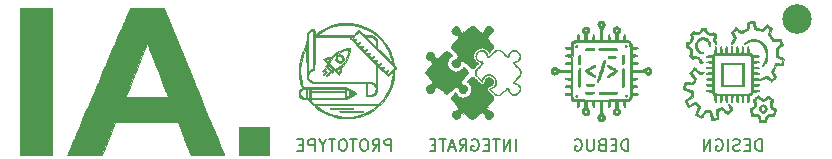
<source format=gbr>
%TF.GenerationSoftware,KiCad,Pcbnew,(5.1.6)-1*%
%TF.CreationDate,2022-05-14T23:18:14+05:30*%
%TF.ProjectId,iSPACE_keychain,69535041-4345-45f6-9b65-79636861696e,rev?*%
%TF.SameCoordinates,Original*%
%TF.FileFunction,Soldermask,Bot*%
%TF.FilePolarity,Negative*%
%FSLAX46Y46*%
G04 Gerber Fmt 4.6, Leading zero omitted, Abs format (unit mm)*
G04 Created by KiCad (PCBNEW (5.1.6)-1) date 2022-05-14 23:18:14*
%MOMM*%
%LPD*%
G01*
G04 APERTURE LIST*
%ADD10C,0.150000*%
%ADD11C,0.010000*%
%ADD12C,2.500000*%
G04 APERTURE END LIST*
D10*
X126351847Y-96388180D02*
X126351847Y-95388180D01*
X125875657Y-96388180D02*
X125875657Y-95388180D01*
X125304228Y-96388180D01*
X125304228Y-95388180D01*
X124970895Y-95388180D02*
X124399466Y-95388180D01*
X124685180Y-96388180D02*
X124685180Y-95388180D01*
X124066133Y-95864371D02*
X123732800Y-95864371D01*
X123589942Y-96388180D02*
X124066133Y-96388180D01*
X124066133Y-95388180D01*
X123589942Y-95388180D01*
X122637561Y-95435800D02*
X122732800Y-95388180D01*
X122875657Y-95388180D01*
X123018514Y-95435800D01*
X123113752Y-95531038D01*
X123161371Y-95626276D01*
X123208990Y-95816752D01*
X123208990Y-95959609D01*
X123161371Y-96150085D01*
X123113752Y-96245323D01*
X123018514Y-96340561D01*
X122875657Y-96388180D01*
X122780419Y-96388180D01*
X122637561Y-96340561D01*
X122589942Y-96292942D01*
X122589942Y-95959609D01*
X122780419Y-95959609D01*
X121589942Y-96388180D02*
X121923276Y-95911990D01*
X122161371Y-96388180D02*
X122161371Y-95388180D01*
X121780419Y-95388180D01*
X121685180Y-95435800D01*
X121637561Y-95483419D01*
X121589942Y-95578657D01*
X121589942Y-95721514D01*
X121637561Y-95816752D01*
X121685180Y-95864371D01*
X121780419Y-95911990D01*
X122161371Y-95911990D01*
X121208990Y-96102466D02*
X120732800Y-96102466D01*
X121304228Y-96388180D02*
X120970895Y-95388180D01*
X120637561Y-96388180D01*
X120447085Y-95388180D02*
X119875657Y-95388180D01*
X120161371Y-96388180D02*
X120161371Y-95388180D01*
X119542323Y-95864371D02*
X119208990Y-95864371D01*
X119066133Y-96388180D02*
X119542323Y-96388180D01*
X119542323Y-95388180D01*
X119066133Y-95388180D01*
X147156180Y-96388180D02*
X147156180Y-95388180D01*
X146918085Y-95388180D01*
X146775228Y-95435800D01*
X146679990Y-95531038D01*
X146632371Y-95626276D01*
X146584752Y-95816752D01*
X146584752Y-95959609D01*
X146632371Y-96150085D01*
X146679990Y-96245323D01*
X146775228Y-96340561D01*
X146918085Y-96388180D01*
X147156180Y-96388180D01*
X146156180Y-95864371D02*
X145822847Y-95864371D01*
X145679990Y-96388180D02*
X146156180Y-96388180D01*
X146156180Y-95388180D01*
X145679990Y-95388180D01*
X145299038Y-96340561D02*
X145156180Y-96388180D01*
X144918085Y-96388180D01*
X144822847Y-96340561D01*
X144775228Y-96292942D01*
X144727609Y-96197704D01*
X144727609Y-96102466D01*
X144775228Y-96007228D01*
X144822847Y-95959609D01*
X144918085Y-95911990D01*
X145108561Y-95864371D01*
X145203800Y-95816752D01*
X145251419Y-95769133D01*
X145299038Y-95673895D01*
X145299038Y-95578657D01*
X145251419Y-95483419D01*
X145203800Y-95435800D01*
X145108561Y-95388180D01*
X144870466Y-95388180D01*
X144727609Y-95435800D01*
X144299038Y-96388180D02*
X144299038Y-95388180D01*
X143299038Y-95435800D02*
X143394276Y-95388180D01*
X143537133Y-95388180D01*
X143679990Y-95435800D01*
X143775228Y-95531038D01*
X143822847Y-95626276D01*
X143870466Y-95816752D01*
X143870466Y-95959609D01*
X143822847Y-96150085D01*
X143775228Y-96245323D01*
X143679990Y-96340561D01*
X143537133Y-96388180D01*
X143441895Y-96388180D01*
X143299038Y-96340561D01*
X143251419Y-96292942D01*
X143251419Y-95959609D01*
X143441895Y-95959609D01*
X142822847Y-96388180D02*
X142822847Y-95388180D01*
X142251419Y-96388180D01*
X142251419Y-95388180D01*
X115788580Y-96388180D02*
X115788580Y-95388180D01*
X115407628Y-95388180D01*
X115312390Y-95435800D01*
X115264771Y-95483419D01*
X115217152Y-95578657D01*
X115217152Y-95721514D01*
X115264771Y-95816752D01*
X115312390Y-95864371D01*
X115407628Y-95911990D01*
X115788580Y-95911990D01*
X114217152Y-96388180D02*
X114550485Y-95911990D01*
X114788580Y-96388180D02*
X114788580Y-95388180D01*
X114407628Y-95388180D01*
X114312390Y-95435800D01*
X114264771Y-95483419D01*
X114217152Y-95578657D01*
X114217152Y-95721514D01*
X114264771Y-95816752D01*
X114312390Y-95864371D01*
X114407628Y-95911990D01*
X114788580Y-95911990D01*
X113598104Y-95388180D02*
X113407628Y-95388180D01*
X113312390Y-95435800D01*
X113217152Y-95531038D01*
X113169533Y-95721514D01*
X113169533Y-96054847D01*
X113217152Y-96245323D01*
X113312390Y-96340561D01*
X113407628Y-96388180D01*
X113598104Y-96388180D01*
X113693342Y-96340561D01*
X113788580Y-96245323D01*
X113836200Y-96054847D01*
X113836200Y-95721514D01*
X113788580Y-95531038D01*
X113693342Y-95435800D01*
X113598104Y-95388180D01*
X112883819Y-95388180D02*
X112312390Y-95388180D01*
X112598104Y-96388180D02*
X112598104Y-95388180D01*
X111788580Y-95388180D02*
X111598104Y-95388180D01*
X111502866Y-95435800D01*
X111407628Y-95531038D01*
X111360009Y-95721514D01*
X111360009Y-96054847D01*
X111407628Y-96245323D01*
X111502866Y-96340561D01*
X111598104Y-96388180D01*
X111788580Y-96388180D01*
X111883819Y-96340561D01*
X111979057Y-96245323D01*
X112026676Y-96054847D01*
X112026676Y-95721514D01*
X111979057Y-95531038D01*
X111883819Y-95435800D01*
X111788580Y-95388180D01*
X111074295Y-95388180D02*
X110502866Y-95388180D01*
X110788580Y-96388180D02*
X110788580Y-95388180D01*
X109979057Y-95911990D02*
X109979057Y-96388180D01*
X110312390Y-95388180D02*
X109979057Y-95911990D01*
X109645723Y-95388180D01*
X109312390Y-96388180D02*
X109312390Y-95388180D01*
X108931438Y-95388180D01*
X108836200Y-95435800D01*
X108788580Y-95483419D01*
X108740961Y-95578657D01*
X108740961Y-95721514D01*
X108788580Y-95816752D01*
X108836200Y-95864371D01*
X108931438Y-95911990D01*
X109312390Y-95911990D01*
X108312390Y-95864371D02*
X107979057Y-95864371D01*
X107836200Y-96388180D02*
X108312390Y-96388180D01*
X108312390Y-95388180D01*
X107836200Y-95388180D01*
X135842095Y-96388180D02*
X135842095Y-95388180D01*
X135604000Y-95388180D01*
X135461142Y-95435800D01*
X135365904Y-95531038D01*
X135318285Y-95626276D01*
X135270666Y-95816752D01*
X135270666Y-95959609D01*
X135318285Y-96150085D01*
X135365904Y-96245323D01*
X135461142Y-96340561D01*
X135604000Y-96388180D01*
X135842095Y-96388180D01*
X134842095Y-95864371D02*
X134508761Y-95864371D01*
X134365904Y-96388180D02*
X134842095Y-96388180D01*
X134842095Y-95388180D01*
X134365904Y-95388180D01*
X133604000Y-95864371D02*
X133461142Y-95911990D01*
X133413523Y-95959609D01*
X133365904Y-96054847D01*
X133365904Y-96197704D01*
X133413523Y-96292942D01*
X133461142Y-96340561D01*
X133556380Y-96388180D01*
X133937333Y-96388180D01*
X133937333Y-95388180D01*
X133604000Y-95388180D01*
X133508761Y-95435800D01*
X133461142Y-95483419D01*
X133413523Y-95578657D01*
X133413523Y-95673895D01*
X133461142Y-95769133D01*
X133508761Y-95816752D01*
X133604000Y-95864371D01*
X133937333Y-95864371D01*
X132937333Y-95388180D02*
X132937333Y-96197704D01*
X132889714Y-96292942D01*
X132842095Y-96340561D01*
X132746857Y-96388180D01*
X132556380Y-96388180D01*
X132461142Y-96340561D01*
X132413523Y-96292942D01*
X132365904Y-96197704D01*
X132365904Y-95388180D01*
X131365904Y-95435800D02*
X131461142Y-95388180D01*
X131604000Y-95388180D01*
X131746857Y-95435800D01*
X131842095Y-95531038D01*
X131889714Y-95626276D01*
X131937333Y-95816752D01*
X131937333Y-95959609D01*
X131889714Y-96150085D01*
X131842095Y-96245323D01*
X131746857Y-96340561D01*
X131604000Y-96388180D01*
X131508761Y-96388180D01*
X131365904Y-96340561D01*
X131318285Y-96292942D01*
X131318285Y-95959609D01*
X131508761Y-95959609D01*
D11*
%TO.C,G\u002A\u002A\u002A*%
G36*
X111519466Y-88248793D02*
G01*
X111617944Y-88295704D01*
X111697371Y-88369255D01*
X111731554Y-88424781D01*
X111758878Y-88524551D01*
X111758040Y-88635592D01*
X111730480Y-88740309D01*
X111701363Y-88793281D01*
X111633871Y-88859077D01*
X111542835Y-88910945D01*
X111446820Y-88939276D01*
X111414176Y-88941868D01*
X111356179Y-88932387D01*
X111285145Y-88907940D01*
X111256665Y-88894708D01*
X111162397Y-88832115D01*
X111103761Y-88754745D01*
X111074391Y-88653138D01*
X111070460Y-88618048D01*
X111071496Y-88596792D01*
X111185956Y-88596792D01*
X111201291Y-88655000D01*
X111253336Y-88735163D01*
X111329268Y-88781024D01*
X111420655Y-88794166D01*
X111496251Y-88785293D01*
X111551419Y-88754142D01*
X111563251Y-88743072D01*
X111619171Y-88661780D01*
X111634152Y-88573332D01*
X111608064Y-88481832D01*
X111573276Y-88427976D01*
X111508446Y-88373448D01*
X111434032Y-88352917D01*
X111357683Y-88361714D01*
X111287051Y-88395169D01*
X111229785Y-88448613D01*
X111193537Y-88517377D01*
X111185956Y-88596792D01*
X111071496Y-88596792D01*
X111076537Y-88493414D01*
X111118608Y-88389522D01*
X111198495Y-88302127D01*
X111209884Y-88293175D01*
X111305418Y-88245002D01*
X111411951Y-88231050D01*
X111519466Y-88248793D01*
G37*
X111519466Y-88248793D02*
X111617944Y-88295704D01*
X111697371Y-88369255D01*
X111731554Y-88424781D01*
X111758878Y-88524551D01*
X111758040Y-88635592D01*
X111730480Y-88740309D01*
X111701363Y-88793281D01*
X111633871Y-88859077D01*
X111542835Y-88910945D01*
X111446820Y-88939276D01*
X111414176Y-88941868D01*
X111356179Y-88932387D01*
X111285145Y-88907940D01*
X111256665Y-88894708D01*
X111162397Y-88832115D01*
X111103761Y-88754745D01*
X111074391Y-88653138D01*
X111070460Y-88618048D01*
X111071496Y-88596792D01*
X111185956Y-88596792D01*
X111201291Y-88655000D01*
X111253336Y-88735163D01*
X111329268Y-88781024D01*
X111420655Y-88794166D01*
X111496251Y-88785293D01*
X111551419Y-88754142D01*
X111563251Y-88743072D01*
X111619171Y-88661780D01*
X111634152Y-88573332D01*
X111608064Y-88481832D01*
X111573276Y-88427976D01*
X111508446Y-88373448D01*
X111434032Y-88352917D01*
X111357683Y-88361714D01*
X111287051Y-88395169D01*
X111229785Y-88448613D01*
X111193537Y-88517377D01*
X111185956Y-88596792D01*
X111071496Y-88596792D01*
X111076537Y-88493414D01*
X111118608Y-88389522D01*
X111198495Y-88302127D01*
X111209884Y-88293175D01*
X111305418Y-88245002D01*
X111411951Y-88231050D01*
X111519466Y-88248793D01*
G36*
X145659511Y-89111666D02*
G01*
X145663235Y-89179282D01*
X145665878Y-89282993D01*
X145667423Y-89416573D01*
X145667853Y-89573796D01*
X145667150Y-89748436D01*
X145665297Y-89934269D01*
X145662327Y-90122375D01*
X145647115Y-90932000D01*
X143710874Y-90932000D01*
X143695530Y-90390226D01*
X143691653Y-90208113D01*
X143689569Y-90008054D01*
X143689277Y-89804038D01*
X143690779Y-89610056D01*
X143694077Y-89440098D01*
X143695445Y-89395046D01*
X143707118Y-89048166D01*
X143852900Y-89048166D01*
X143852900Y-90826166D01*
X145525066Y-90826166D01*
X145525066Y-89048166D01*
X143852900Y-89048166D01*
X143707118Y-89048166D01*
X143710704Y-88941641D01*
X143765927Y-88926112D01*
X143798354Y-88922820D01*
X143868437Y-88919766D01*
X143971496Y-88917025D01*
X144102855Y-88914672D01*
X144257835Y-88912784D01*
X144431758Y-88911434D01*
X144619946Y-88910698D01*
X144731316Y-88910583D01*
X145641483Y-88910583D01*
X145659511Y-89111666D01*
G37*
X145659511Y-89111666D02*
X145663235Y-89179282D01*
X145665878Y-89282993D01*
X145667423Y-89416573D01*
X145667853Y-89573796D01*
X145667150Y-89748436D01*
X145665297Y-89934269D01*
X145662327Y-90122375D01*
X145647115Y-90932000D01*
X143710874Y-90932000D01*
X143695530Y-90390226D01*
X143691653Y-90208113D01*
X143689569Y-90008054D01*
X143689277Y-89804038D01*
X143690779Y-89610056D01*
X143694077Y-89440098D01*
X143695445Y-89395046D01*
X143707118Y-89048166D01*
X143852900Y-89048166D01*
X143852900Y-90826166D01*
X145525066Y-90826166D01*
X145525066Y-89048166D01*
X143852900Y-89048166D01*
X143707118Y-89048166D01*
X143710704Y-88941641D01*
X143765927Y-88926112D01*
X143798354Y-88922820D01*
X143868437Y-88919766D01*
X143971496Y-88917025D01*
X144102855Y-88914672D01*
X144257835Y-88912784D01*
X144431758Y-88911434D01*
X144619946Y-88910698D01*
X144731316Y-88910583D01*
X145641483Y-88910583D01*
X145659511Y-89111666D01*
G36*
X110249304Y-89416877D02*
G01*
X110258090Y-89444683D01*
X110233744Y-89493179D01*
X110175728Y-89564124D01*
X110152496Y-89589183D01*
X110077121Y-89660926D01*
X110020101Y-89697929D01*
X109982624Y-89699799D01*
X109965879Y-89666147D01*
X109965066Y-89650859D01*
X109981620Y-89600654D01*
X110023972Y-89540427D01*
X110081155Y-89481143D01*
X110142203Y-89433768D01*
X110196149Y-89409270D01*
X110207926Y-89408000D01*
X110249304Y-89416877D01*
G37*
X110249304Y-89416877D02*
X110258090Y-89444683D01*
X110233744Y-89493179D01*
X110175728Y-89564124D01*
X110152496Y-89589183D01*
X110077121Y-89660926D01*
X110020101Y-89697929D01*
X109982624Y-89699799D01*
X109965879Y-89666147D01*
X109965066Y-89650859D01*
X109981620Y-89600654D01*
X110023972Y-89540427D01*
X110081155Y-89481143D01*
X110142203Y-89433768D01*
X110196149Y-89409270D01*
X110207926Y-89408000D01*
X110249304Y-89416877D01*
G36*
X112266152Y-87942208D02*
G01*
X112230937Y-88219889D01*
X112156048Y-88483578D01*
X112042400Y-88731311D01*
X111890907Y-88961126D01*
X111702486Y-89171059D01*
X111686539Y-89186280D01*
X111551470Y-89313810D01*
X111545447Y-89503780D01*
X111539662Y-89595806D01*
X111529438Y-89677064D01*
X111516630Y-89734242D01*
X111511590Y-89746666D01*
X111464271Y-89824875D01*
X111414440Y-89888182D01*
X111369649Y-89927953D01*
X111344971Y-89937166D01*
X111317009Y-89922845D01*
X111266611Y-89883728D01*
X111200633Y-89825586D01*
X111125927Y-89754188D01*
X111116687Y-89744989D01*
X110924510Y-89552812D01*
X110881682Y-89665614D01*
X110849750Y-89734284D01*
X110817830Y-89776812D01*
X110802533Y-89785567D01*
X110773628Y-89773806D01*
X110722586Y-89736192D01*
X110655292Y-89678601D01*
X110577630Y-89606912D01*
X110495487Y-89527002D01*
X110414746Y-89444747D01*
X110341293Y-89366026D01*
X110281013Y-89296716D01*
X110239791Y-89242694D01*
X110236847Y-89236751D01*
X110403603Y-89236751D01*
X110411508Y-89256598D01*
X110445182Y-89298996D01*
X110499276Y-89357794D01*
X110568440Y-89426841D01*
X110571269Y-89429560D01*
X110755481Y-89606411D01*
X110777039Y-89544140D01*
X111107956Y-89544140D01*
X111218992Y-89656572D01*
X111276426Y-89713182D01*
X111312688Y-89742914D01*
X111335376Y-89749946D01*
X111352086Y-89738455D01*
X111356826Y-89732355D01*
X111380748Y-89687051D01*
X111402925Y-89626083D01*
X111404478Y-89620644D01*
X111419333Y-89548603D01*
X111424694Y-89481377D01*
X111420543Y-89430683D01*
X111406861Y-89408240D01*
X111404800Y-89408000D01*
X111376742Y-89416812D01*
X111322269Y-89440022D01*
X111252676Y-89472787D01*
X111245995Y-89476070D01*
X111107956Y-89544140D01*
X110777039Y-89544140D01*
X110812491Y-89441743D01*
X110690403Y-89317910D01*
X110628534Y-89256744D01*
X110585714Y-89221029D01*
X110552135Y-89205238D01*
X110517988Y-89203850D01*
X110494233Y-89207435D01*
X110440086Y-89220592D01*
X110405604Y-89235106D01*
X110403603Y-89236751D01*
X110236847Y-89236751D01*
X110223512Y-89209837D01*
X110223547Y-89207334D01*
X110244184Y-89173574D01*
X110299229Y-89141456D01*
X110341777Y-89124703D01*
X110453905Y-89084476D01*
X110356581Y-88985416D01*
X110547150Y-88985416D01*
X110771340Y-89207291D01*
X110852548Y-89285392D01*
X110925606Y-89351453D01*
X110984304Y-89400169D01*
X111022430Y-89426237D01*
X111031160Y-89429166D01*
X111066505Y-89420035D01*
X111127032Y-89395922D01*
X111200558Y-89361751D01*
X111211556Y-89356263D01*
X111422953Y-89227441D01*
X111618629Y-89063926D01*
X111791489Y-88872473D01*
X111923552Y-88678688D01*
X111992359Y-88539172D01*
X112055190Y-88369354D01*
X112108296Y-88181209D01*
X112147926Y-87986712D01*
X112155220Y-87938981D01*
X112169961Y-87835212D01*
X112031906Y-87848104D01*
X111828012Y-87879615D01*
X111632062Y-87937431D01*
X111436150Y-88022255D01*
X111208751Y-88151573D01*
X111015300Y-88300903D01*
X110850049Y-88475909D01*
X110707253Y-88682254D01*
X110636583Y-88810416D01*
X110547150Y-88985416D01*
X110356581Y-88985416D01*
X110251819Y-88878786D01*
X110177831Y-88801895D01*
X110116001Y-88734621D01*
X110071812Y-88683160D01*
X110050746Y-88653709D01*
X110050196Y-88651915D01*
X110215771Y-88651915D01*
X110327820Y-88765374D01*
X110382118Y-88819641D01*
X110423612Y-88859769D01*
X110444609Y-88878349D01*
X110445619Y-88878833D01*
X110457115Y-88861384D01*
X110482435Y-88815121D01*
X110516623Y-88749174D01*
X110525327Y-88731969D01*
X110561816Y-88658083D01*
X110580482Y-88613275D01*
X110582999Y-88589048D01*
X110571037Y-88576901D01*
X110556867Y-88571641D01*
X110489096Y-88567375D01*
X110393497Y-88586558D01*
X110296793Y-88619788D01*
X110215771Y-88651915D01*
X110050196Y-88651915D01*
X110049733Y-88650406D01*
X110067992Y-88620522D01*
X110117226Y-88580661D01*
X110189124Y-88536611D01*
X110271957Y-88495664D01*
X110352216Y-88468545D01*
X110442223Y-88457447D01*
X110516745Y-88457508D01*
X110664447Y-88462299D01*
X110849215Y-88282718D01*
X110931593Y-88205043D01*
X111013542Y-88131875D01*
X111084766Y-88072186D01*
X111129233Y-88038716D01*
X111349916Y-87911483D01*
X111589246Y-87813238D01*
X111837027Y-87747206D01*
X112083061Y-87716611D01*
X112153522Y-87714826D01*
X112278228Y-87714666D01*
X112266152Y-87942208D01*
G37*
X112266152Y-87942208D02*
X112230937Y-88219889D01*
X112156048Y-88483578D01*
X112042400Y-88731311D01*
X111890907Y-88961126D01*
X111702486Y-89171059D01*
X111686539Y-89186280D01*
X111551470Y-89313810D01*
X111545447Y-89503780D01*
X111539662Y-89595806D01*
X111529438Y-89677064D01*
X111516630Y-89734242D01*
X111511590Y-89746666D01*
X111464271Y-89824875D01*
X111414440Y-89888182D01*
X111369649Y-89927953D01*
X111344971Y-89937166D01*
X111317009Y-89922845D01*
X111266611Y-89883728D01*
X111200633Y-89825586D01*
X111125927Y-89754188D01*
X111116687Y-89744989D01*
X110924510Y-89552812D01*
X110881682Y-89665614D01*
X110849750Y-89734284D01*
X110817830Y-89776812D01*
X110802533Y-89785567D01*
X110773628Y-89773806D01*
X110722586Y-89736192D01*
X110655292Y-89678601D01*
X110577630Y-89606912D01*
X110495487Y-89527002D01*
X110414746Y-89444747D01*
X110341293Y-89366026D01*
X110281013Y-89296716D01*
X110239791Y-89242694D01*
X110236847Y-89236751D01*
X110403603Y-89236751D01*
X110411508Y-89256598D01*
X110445182Y-89298996D01*
X110499276Y-89357794D01*
X110568440Y-89426841D01*
X110571269Y-89429560D01*
X110755481Y-89606411D01*
X110777039Y-89544140D01*
X111107956Y-89544140D01*
X111218992Y-89656572D01*
X111276426Y-89713182D01*
X111312688Y-89742914D01*
X111335376Y-89749946D01*
X111352086Y-89738455D01*
X111356826Y-89732355D01*
X111380748Y-89687051D01*
X111402925Y-89626083D01*
X111404478Y-89620644D01*
X111419333Y-89548603D01*
X111424694Y-89481377D01*
X111420543Y-89430683D01*
X111406861Y-89408240D01*
X111404800Y-89408000D01*
X111376742Y-89416812D01*
X111322269Y-89440022D01*
X111252676Y-89472787D01*
X111245995Y-89476070D01*
X111107956Y-89544140D01*
X110777039Y-89544140D01*
X110812491Y-89441743D01*
X110690403Y-89317910D01*
X110628534Y-89256744D01*
X110585714Y-89221029D01*
X110552135Y-89205238D01*
X110517988Y-89203850D01*
X110494233Y-89207435D01*
X110440086Y-89220592D01*
X110405604Y-89235106D01*
X110403603Y-89236751D01*
X110236847Y-89236751D01*
X110223512Y-89209837D01*
X110223547Y-89207334D01*
X110244184Y-89173574D01*
X110299229Y-89141456D01*
X110341777Y-89124703D01*
X110453905Y-89084476D01*
X110356581Y-88985416D01*
X110547150Y-88985416D01*
X110771340Y-89207291D01*
X110852548Y-89285392D01*
X110925606Y-89351453D01*
X110984304Y-89400169D01*
X111022430Y-89426237D01*
X111031160Y-89429166D01*
X111066505Y-89420035D01*
X111127032Y-89395922D01*
X111200558Y-89361751D01*
X111211556Y-89356263D01*
X111422953Y-89227441D01*
X111618629Y-89063926D01*
X111791489Y-88872473D01*
X111923552Y-88678688D01*
X111992359Y-88539172D01*
X112055190Y-88369354D01*
X112108296Y-88181209D01*
X112147926Y-87986712D01*
X112155220Y-87938981D01*
X112169961Y-87835212D01*
X112031906Y-87848104D01*
X111828012Y-87879615D01*
X111632062Y-87937431D01*
X111436150Y-88022255D01*
X111208751Y-88151573D01*
X111015300Y-88300903D01*
X110850049Y-88475909D01*
X110707253Y-88682254D01*
X110636583Y-88810416D01*
X110547150Y-88985416D01*
X110356581Y-88985416D01*
X110251819Y-88878786D01*
X110177831Y-88801895D01*
X110116001Y-88734621D01*
X110071812Y-88683160D01*
X110050746Y-88653709D01*
X110050196Y-88651915D01*
X110215771Y-88651915D01*
X110327820Y-88765374D01*
X110382118Y-88819641D01*
X110423612Y-88859769D01*
X110444609Y-88878349D01*
X110445619Y-88878833D01*
X110457115Y-88861384D01*
X110482435Y-88815121D01*
X110516623Y-88749174D01*
X110525327Y-88731969D01*
X110561816Y-88658083D01*
X110580482Y-88613275D01*
X110582999Y-88589048D01*
X110571037Y-88576901D01*
X110556867Y-88571641D01*
X110489096Y-88567375D01*
X110393497Y-88586558D01*
X110296793Y-88619788D01*
X110215771Y-88651915D01*
X110050196Y-88651915D01*
X110049733Y-88650406D01*
X110067992Y-88620522D01*
X110117226Y-88580661D01*
X110189124Y-88536611D01*
X110271957Y-88495664D01*
X110352216Y-88468545D01*
X110442223Y-88457447D01*
X110516745Y-88457508D01*
X110664447Y-88462299D01*
X110849215Y-88282718D01*
X110931593Y-88205043D01*
X111013542Y-88131875D01*
X111084766Y-88072186D01*
X111129233Y-88038716D01*
X111349916Y-87911483D01*
X111589246Y-87813238D01*
X111837027Y-87747206D01*
X112083061Y-87716611D01*
X112153522Y-87714826D01*
X112278228Y-87714666D01*
X112266152Y-87942208D01*
G36*
X110288580Y-89667522D02*
G01*
X110318898Y-89693790D01*
X110311999Y-89739845D01*
X110267970Y-89805457D01*
X110213525Y-89864482D01*
X110135708Y-89935697D01*
X110078109Y-89972571D01*
X110038075Y-89976387D01*
X110018253Y-89958770D01*
X110016605Y-89925114D01*
X110025975Y-89899675D01*
X110055283Y-89859798D01*
X110102902Y-89809310D01*
X110159430Y-89756521D01*
X110215463Y-89709745D01*
X110261601Y-89677293D01*
X110288440Y-89667477D01*
X110288580Y-89667522D01*
G37*
X110288580Y-89667522D02*
X110318898Y-89693790D01*
X110311999Y-89739845D01*
X110267970Y-89805457D01*
X110213525Y-89864482D01*
X110135708Y-89935697D01*
X110078109Y-89972571D01*
X110038075Y-89976387D01*
X110018253Y-89958770D01*
X110016605Y-89925114D01*
X110025975Y-89899675D01*
X110055283Y-89859798D01*
X110102902Y-89809310D01*
X110159430Y-89756521D01*
X110215463Y-89709745D01*
X110261601Y-89677293D01*
X110288440Y-89667477D01*
X110288580Y-89667522D01*
G36*
X110591078Y-89750914D02*
G01*
X110591476Y-89792251D01*
X110555714Y-89853079D01*
X110488692Y-89927982D01*
X110409769Y-89999762D01*
X110351241Y-90036192D01*
X110311372Y-90038008D01*
X110290509Y-90012001D01*
X110295410Y-89972827D01*
X110326204Y-89918315D01*
X110374288Y-89857667D01*
X110431060Y-89800086D01*
X110487917Y-89754773D01*
X110536257Y-89730930D01*
X110554252Y-89729878D01*
X110591078Y-89750914D01*
G37*
X110591078Y-89750914D02*
X110591476Y-89792251D01*
X110555714Y-89853079D01*
X110488692Y-89927982D01*
X110409769Y-89999762D01*
X110351241Y-90036192D01*
X110311372Y-90038008D01*
X110290509Y-90012001D01*
X110295410Y-89972827D01*
X110326204Y-89918315D01*
X110374288Y-89857667D01*
X110431060Y-89800086D01*
X110487917Y-89754773D01*
X110536257Y-89730930D01*
X110554252Y-89729878D01*
X110591078Y-89750914D01*
G36*
X112506791Y-92740397D02*
G01*
X112555599Y-92763489D01*
X112583885Y-92793539D01*
X112584877Y-92823648D01*
X112556252Y-92845318D01*
X112496560Y-92858168D01*
X112430952Y-92858149D01*
X112374768Y-92846837D01*
X112343354Y-92825807D01*
X112342213Y-92823355D01*
X112347021Y-92785268D01*
X112380666Y-92751009D01*
X112430362Y-92732130D01*
X112444234Y-92731166D01*
X112506791Y-92740397D01*
G37*
X112506791Y-92740397D02*
X112555599Y-92763489D01*
X112583885Y-92793539D01*
X112584877Y-92823648D01*
X112556252Y-92845318D01*
X112496560Y-92858168D01*
X112430952Y-92858149D01*
X112374768Y-92846837D01*
X112343354Y-92825807D01*
X112342213Y-92823355D01*
X112347021Y-92785268D01*
X112380666Y-92751009D01*
X112430362Y-92732130D01*
X112444234Y-92731166D01*
X112506791Y-92740397D01*
G36*
X112175024Y-92736099D02*
G01*
X112236389Y-92749050D01*
X112278078Y-92773252D01*
X112286807Y-92786850D01*
X112283060Y-92825000D01*
X112270026Y-92838812D01*
X112233793Y-92849071D01*
X112173403Y-92855426D01*
X112103903Y-92857593D01*
X112040342Y-92855293D01*
X111997767Y-92848242D01*
X111990011Y-92844055D01*
X111977753Y-92812815D01*
X111975900Y-92792435D01*
X111994422Y-92762567D01*
X112041886Y-92743075D01*
X112106138Y-92734180D01*
X112175024Y-92736099D01*
G37*
X112175024Y-92736099D02*
X112236389Y-92749050D01*
X112278078Y-92773252D01*
X112286807Y-92786850D01*
X112283060Y-92825000D01*
X112270026Y-92838812D01*
X112233793Y-92849071D01*
X112173403Y-92855426D01*
X112103903Y-92857593D01*
X112040342Y-92855293D01*
X111997767Y-92848242D01*
X111990011Y-92844055D01*
X111977753Y-92812815D01*
X111975900Y-92792435D01*
X111994422Y-92762567D01*
X112041886Y-92743075D01*
X112106138Y-92734180D01*
X112175024Y-92736099D01*
G36*
X111427558Y-92732060D02*
G01*
X111581264Y-92734972D01*
X111699696Y-92740245D01*
X111786369Y-92748224D01*
X111844797Y-92759253D01*
X111878492Y-92773675D01*
X111890969Y-92791836D01*
X111891233Y-92795417D01*
X111874498Y-92833891D01*
X111857752Y-92845318D01*
X111828569Y-92848515D01*
X111763755Y-92851100D01*
X111670004Y-92853083D01*
X111554014Y-92854474D01*
X111422481Y-92855282D01*
X111282102Y-92855516D01*
X111139573Y-92855186D01*
X111001589Y-92854302D01*
X110874849Y-92852872D01*
X110766048Y-92850906D01*
X110681883Y-92848413D01*
X110629050Y-92845403D01*
X110615941Y-92843575D01*
X110584457Y-92817417D01*
X110578900Y-92796129D01*
X110587771Y-92777113D01*
X110616759Y-92761932D01*
X110669429Y-92750234D01*
X110749343Y-92741665D01*
X110860065Y-92735873D01*
X111005159Y-92732505D01*
X111188187Y-92731209D01*
X111235066Y-92731166D01*
X111427558Y-92732060D01*
G37*
X111427558Y-92732060D02*
X111581264Y-92734972D01*
X111699696Y-92740245D01*
X111786369Y-92748224D01*
X111844797Y-92759253D01*
X111878492Y-92773675D01*
X111890969Y-92791836D01*
X111891233Y-92795417D01*
X111874498Y-92833891D01*
X111857752Y-92845318D01*
X111828569Y-92848515D01*
X111763755Y-92851100D01*
X111670004Y-92853083D01*
X111554014Y-92854474D01*
X111422481Y-92855282D01*
X111282102Y-92855516D01*
X111139573Y-92855186D01*
X111001589Y-92854302D01*
X110874849Y-92852872D01*
X110766048Y-92850906D01*
X110681883Y-92848413D01*
X110629050Y-92845403D01*
X110615941Y-92843575D01*
X110584457Y-92817417D01*
X110578900Y-92796129D01*
X110587771Y-92777113D01*
X110616759Y-92761932D01*
X110669429Y-92750234D01*
X110749343Y-92741665D01*
X110860065Y-92735873D01*
X111005159Y-92732505D01*
X111188187Y-92731209D01*
X111235066Y-92731166D01*
X111427558Y-92732060D01*
G36*
X113415233Y-93091000D02*
G01*
X112121122Y-93091000D01*
X112134650Y-92995750D01*
X112774941Y-92990147D01*
X113415233Y-92984545D01*
X113415233Y-93091000D01*
G37*
X113415233Y-93091000D02*
X112121122Y-93091000D01*
X112134650Y-92995750D01*
X112774941Y-92990147D01*
X113415233Y-92984545D01*
X113415233Y-93091000D01*
G36*
X111944597Y-92997001D02*
G01*
X111986808Y-93002951D01*
X112006690Y-93016898D01*
X112014234Y-93042136D01*
X112014413Y-93043375D01*
X112015410Y-93068065D01*
X112003843Y-93082308D01*
X111971033Y-93088966D01*
X111908298Y-93090904D01*
X111870066Y-93091000D01*
X111791836Y-93090208D01*
X111747254Y-93085925D01*
X111727639Y-93075287D01*
X111724310Y-93055428D01*
X111725719Y-93043375D01*
X111732988Y-93017637D01*
X111752213Y-93003318D01*
X111793383Y-92997121D01*
X111866488Y-92995751D01*
X111870066Y-92995750D01*
X111944597Y-92997001D01*
G37*
X111944597Y-92997001D02*
X111986808Y-93002951D01*
X112006690Y-93016898D01*
X112014234Y-93042136D01*
X112014413Y-93043375D01*
X112015410Y-93068065D01*
X112003843Y-93082308D01*
X111971033Y-93088966D01*
X111908298Y-93090904D01*
X111870066Y-93091000D01*
X111791836Y-93090208D01*
X111747254Y-93085925D01*
X111727639Y-93075287D01*
X111724310Y-93055428D01*
X111725719Y-93043375D01*
X111732988Y-93017637D01*
X111752213Y-93003318D01*
X111793383Y-92997121D01*
X111866488Y-92995751D01*
X111870066Y-92995750D01*
X111944597Y-92997001D01*
G36*
X111550712Y-92989438D02*
G01*
X111612394Y-92996849D01*
X111643152Y-93012298D01*
X111654218Y-93040615D01*
X111645676Y-93080612D01*
X111611885Y-93098535D01*
X111518950Y-93110847D01*
X111447885Y-93090723D01*
X111435702Y-93082707D01*
X111408642Y-93055760D01*
X111416199Y-93028825D01*
X111424511Y-93018187D01*
X111461402Y-92994622D01*
X111524375Y-92988289D01*
X111550712Y-92989438D01*
G37*
X111550712Y-92989438D02*
X111612394Y-92996849D01*
X111643152Y-93012298D01*
X111654218Y-93040615D01*
X111645676Y-93080612D01*
X111611885Y-93098535D01*
X111518950Y-93110847D01*
X111447885Y-93090723D01*
X111435702Y-93082707D01*
X111408642Y-93055760D01*
X111416199Y-93028825D01*
X111424511Y-93018187D01*
X111461402Y-92994622D01*
X111524375Y-92988289D01*
X111550712Y-92989438D01*
G36*
X135697244Y-87448406D02*
G01*
X135724057Y-87470234D01*
X135739067Y-87514091D01*
X135735805Y-87544317D01*
X135706818Y-87578242D01*
X135661253Y-87587160D01*
X135617243Y-87570298D01*
X135600439Y-87550078D01*
X135591383Y-87500382D01*
X135612513Y-87461695D01*
X135651808Y-87441781D01*
X135697244Y-87448406D01*
G37*
X135697244Y-87448406D02*
X135724057Y-87470234D01*
X135739067Y-87514091D01*
X135735805Y-87544317D01*
X135706818Y-87578242D01*
X135661253Y-87587160D01*
X135617243Y-87570298D01*
X135600439Y-87550078D01*
X135591383Y-87500382D01*
X135612513Y-87461695D01*
X135651808Y-87441781D01*
X135697244Y-87448406D01*
G36*
X131504885Y-87455361D02*
G01*
X131521388Y-87480192D01*
X131523316Y-87513583D01*
X131516865Y-87559997D01*
X131489436Y-87579596D01*
X131464987Y-87583792D01*
X131413203Y-87578139D01*
X131394406Y-87558570D01*
X131386001Y-87498891D01*
X131411914Y-87461238D01*
X131460106Y-87450083D01*
X131504885Y-87455361D01*
G37*
X131504885Y-87455361D02*
X131521388Y-87480192D01*
X131523316Y-87513583D01*
X131516865Y-87559997D01*
X131489436Y-87579596D01*
X131464987Y-87583792D01*
X131413203Y-87578139D01*
X131394406Y-87558570D01*
X131386001Y-87498891D01*
X131411914Y-87461238D01*
X131460106Y-87450083D01*
X131504885Y-87455361D01*
G36*
X134368328Y-87686487D02*
G01*
X134511617Y-87688618D01*
X134638816Y-87691837D01*
X134743555Y-87696144D01*
X134819465Y-87701537D01*
X134860176Y-87708016D01*
X134862358Y-87708851D01*
X134906372Y-87743082D01*
X134919792Y-87785095D01*
X134900443Y-87822178D01*
X134883525Y-87832569D01*
X134852808Y-87837135D01*
X134785897Y-87841322D01*
X134688929Y-87845081D01*
X134568042Y-87848360D01*
X134429374Y-87851107D01*
X134279061Y-87853271D01*
X134123242Y-87854802D01*
X133968054Y-87855648D01*
X133819635Y-87855758D01*
X133684122Y-87855082D01*
X133567654Y-87853566D01*
X133476366Y-87851162D01*
X133416399Y-87847817D01*
X133396566Y-87844957D01*
X133352187Y-87816285D01*
X133340997Y-87775260D01*
X133362017Y-87734516D01*
X133407150Y-87708688D01*
X133449846Y-87702090D01*
X133527412Y-87696585D01*
X133633475Y-87692174D01*
X133761668Y-87688855D01*
X133905619Y-87686627D01*
X134058959Y-87685490D01*
X134215319Y-87685444D01*
X134368328Y-87686487D01*
G37*
X134368328Y-87686487D02*
X134511617Y-87688618D01*
X134638816Y-87691837D01*
X134743555Y-87696144D01*
X134819465Y-87701537D01*
X134860176Y-87708016D01*
X134862358Y-87708851D01*
X134906372Y-87743082D01*
X134919792Y-87785095D01*
X134900443Y-87822178D01*
X134883525Y-87832569D01*
X134852808Y-87837135D01*
X134785897Y-87841322D01*
X134688929Y-87845081D01*
X134568042Y-87848360D01*
X134429374Y-87851107D01*
X134279061Y-87853271D01*
X134123242Y-87854802D01*
X133968054Y-87855648D01*
X133819635Y-87855758D01*
X133684122Y-87855082D01*
X133567654Y-87853566D01*
X133476366Y-87851162D01*
X133416399Y-87847817D01*
X133396566Y-87844957D01*
X133352187Y-87816285D01*
X133340997Y-87775260D01*
X133362017Y-87734516D01*
X133407150Y-87708688D01*
X133449846Y-87702090D01*
X133527412Y-87696585D01*
X133633475Y-87692174D01*
X133761668Y-87688855D01*
X133905619Y-87686627D01*
X134058959Y-87685490D01*
X134215319Y-87685444D01*
X134368328Y-87686487D01*
G36*
X132613473Y-87683623D02*
G01*
X132719609Y-87686844D01*
X132813690Y-87692555D01*
X132885660Y-87700577D01*
X132925467Y-87710733D01*
X132925608Y-87710811D01*
X132960771Y-87747218D01*
X132972817Y-87794101D01*
X132960078Y-87835052D01*
X132939752Y-87849985D01*
X132907909Y-87854248D01*
X132843916Y-87857509D01*
X132757945Y-87859728D01*
X132660168Y-87860861D01*
X132560757Y-87860867D01*
X132469884Y-87859703D01*
X132397721Y-87857328D01*
X132354441Y-87853699D01*
X132348816Y-87852430D01*
X132313668Y-87842898D01*
X132269441Y-87832531D01*
X132224955Y-87812555D01*
X132211314Y-87772647D01*
X132211233Y-87767583D01*
X132223744Y-87723796D01*
X132267807Y-87699658D01*
X132269441Y-87699194D01*
X132323264Y-87690677D01*
X132405246Y-87685362D01*
X132505334Y-87683070D01*
X132613473Y-87683623D01*
G37*
X132613473Y-87683623D02*
X132719609Y-87686844D01*
X132813690Y-87692555D01*
X132885660Y-87700577D01*
X132925467Y-87710733D01*
X132925608Y-87710811D01*
X132960771Y-87747218D01*
X132972817Y-87794101D01*
X132960078Y-87835052D01*
X132939752Y-87849985D01*
X132907909Y-87854248D01*
X132843916Y-87857509D01*
X132757945Y-87859728D01*
X132660168Y-87860861D01*
X132560757Y-87860867D01*
X132469884Y-87859703D01*
X132397721Y-87857328D01*
X132354441Y-87853699D01*
X132348816Y-87852430D01*
X132313668Y-87842898D01*
X132269441Y-87832531D01*
X132224955Y-87812555D01*
X132211314Y-87772647D01*
X132211233Y-87767583D01*
X132223744Y-87723796D01*
X132267807Y-87699658D01*
X132269441Y-87699194D01*
X132323264Y-87690677D01*
X132405246Y-87685362D01*
X132505334Y-87683070D01*
X132613473Y-87683623D01*
G36*
X134566776Y-88358572D02*
G01*
X134659852Y-88363768D01*
X134733362Y-88373327D01*
X134777015Y-88387339D01*
X134779821Y-88389376D01*
X134811579Y-88433319D01*
X134802265Y-88474355D01*
X134772921Y-88497554D01*
X134735103Y-88507266D01*
X134666021Y-88516209D01*
X134576746Y-88523793D01*
X134478346Y-88529426D01*
X134381891Y-88532518D01*
X134298450Y-88532476D01*
X134239094Y-88528710D01*
X134227311Y-88526693D01*
X134175844Y-88500266D01*
X134149978Y-88457492D01*
X134155558Y-88411363D01*
X134167965Y-88394822D01*
X134204557Y-88379580D01*
X134273022Y-88368242D01*
X134363072Y-88360901D01*
X134464420Y-88357647D01*
X134566776Y-88358572D01*
G37*
X134566776Y-88358572D02*
X134659852Y-88363768D01*
X134733362Y-88373327D01*
X134777015Y-88387339D01*
X134779821Y-88389376D01*
X134811579Y-88433319D01*
X134802265Y-88474355D01*
X134772921Y-88497554D01*
X134735103Y-88507266D01*
X134666021Y-88516209D01*
X134576746Y-88523793D01*
X134478346Y-88529426D01*
X134381891Y-88532518D01*
X134298450Y-88532476D01*
X134239094Y-88528710D01*
X134227311Y-88526693D01*
X134175844Y-88500266D01*
X134149978Y-88457492D01*
X134155558Y-88411363D01*
X134167965Y-88394822D01*
X134204557Y-88379580D01*
X134273022Y-88368242D01*
X134363072Y-88360901D01*
X134464420Y-88357647D01*
X134566776Y-88358572D01*
G36*
X135458321Y-88289651D02*
G01*
X135474759Y-88311340D01*
X135486374Y-88354023D01*
X135494671Y-88428667D01*
X135499673Y-88525030D01*
X135501400Y-88632872D01*
X135499874Y-88741952D01*
X135495116Y-88842028D01*
X135487147Y-88922860D01*
X135475989Y-88974208D01*
X135473365Y-88980060D01*
X135437031Y-89014092D01*
X135386728Y-89028212D01*
X135342451Y-89017612D01*
X135336844Y-89012888D01*
X135331559Y-88987127D01*
X135327860Y-88927995D01*
X135325687Y-88844425D01*
X135324976Y-88745347D01*
X135325667Y-88639694D01*
X135327698Y-88536395D01*
X135331006Y-88444383D01*
X135335530Y-88372589D01*
X135341208Y-88329943D01*
X135341585Y-88328500D01*
X135370708Y-88282079D01*
X135414296Y-88268527D01*
X135458321Y-88289651D01*
G37*
X135458321Y-88289651D02*
X135474759Y-88311340D01*
X135486374Y-88354023D01*
X135494671Y-88428667D01*
X135499673Y-88525030D01*
X135501400Y-88632872D01*
X135499874Y-88741952D01*
X135495116Y-88842028D01*
X135487147Y-88922860D01*
X135475989Y-88974208D01*
X135473365Y-88980060D01*
X135437031Y-89014092D01*
X135386728Y-89028212D01*
X135342451Y-89017612D01*
X135336844Y-89012888D01*
X135331559Y-88987127D01*
X135327860Y-88927995D01*
X135325687Y-88844425D01*
X135324976Y-88745347D01*
X135325667Y-88639694D01*
X135327698Y-88536395D01*
X135331006Y-88444383D01*
X135335530Y-88372589D01*
X135341208Y-88329943D01*
X135341585Y-88328500D01*
X135370708Y-88282079D01*
X135414296Y-88268527D01*
X135458321Y-88289651D01*
G36*
X131759062Y-88289759D02*
G01*
X131783411Y-88362785D01*
X131799406Y-88473479D01*
X131806683Y-88620495D01*
X131806956Y-88705250D01*
X131803836Y-88839633D01*
X131796221Y-88936256D01*
X131782403Y-88999596D01*
X131760677Y-89034134D01*
X131729333Y-89044351D01*
X131686666Y-89034725D01*
X131682066Y-89032982D01*
X131657925Y-89020085D01*
X131640843Y-88998751D01*
X131629609Y-88962306D01*
X131623014Y-88904077D01*
X131619850Y-88817390D01*
X131618906Y-88695573D01*
X131618890Y-88684419D01*
X131621184Y-88532579D01*
X131628913Y-88418481D01*
X131642774Y-88337799D01*
X131663461Y-88286206D01*
X131686763Y-88262097D01*
X131726724Y-88255748D01*
X131759062Y-88289759D01*
G37*
X131759062Y-88289759D02*
X131783411Y-88362785D01*
X131799406Y-88473479D01*
X131806683Y-88620495D01*
X131806956Y-88705250D01*
X131803836Y-88839633D01*
X131796221Y-88936256D01*
X131782403Y-88999596D01*
X131760677Y-89034134D01*
X131729333Y-89044351D01*
X131686666Y-89034725D01*
X131682066Y-89032982D01*
X131657925Y-89020085D01*
X131640843Y-88998751D01*
X131629609Y-88962306D01*
X131623014Y-88904077D01*
X131619850Y-88817390D01*
X131618906Y-88695573D01*
X131618890Y-88684419D01*
X131621184Y-88532579D01*
X131628913Y-88418481D01*
X131642774Y-88337799D01*
X131663461Y-88286206D01*
X131686763Y-88262097D01*
X131726724Y-88255748D01*
X131759062Y-88289759D01*
G36*
X134156676Y-89101487D02*
G01*
X134219278Y-89131211D01*
X134302797Y-89175511D01*
X134399958Y-89230121D01*
X134503484Y-89290774D01*
X134606100Y-89353205D01*
X134700529Y-89413146D01*
X134779495Y-89466334D01*
X134835722Y-89508500D01*
X134837362Y-89509869D01*
X134885360Y-89557490D01*
X134915422Y-89601409D01*
X134920566Y-89619444D01*
X134904996Y-89654299D01*
X134865030Y-89701018D01*
X134830608Y-89731883D01*
X134779412Y-89769456D01*
X134705012Y-89819172D01*
X134614566Y-89876757D01*
X134515231Y-89937942D01*
X134414162Y-89998452D01*
X134318517Y-90054018D01*
X134235454Y-90100365D01*
X134172128Y-90133223D01*
X134135697Y-90148319D01*
X134132093Y-90148833D01*
X134095994Y-90134257D01*
X134063115Y-90106278D01*
X134039299Y-90075777D01*
X134040433Y-90051578D01*
X134068712Y-90016758D01*
X134075710Y-90009277D01*
X134112003Y-89979005D01*
X134176834Y-89932998D01*
X134262092Y-89876713D01*
X134359671Y-89815609D01*
X134396691Y-89793221D01*
X134491183Y-89735913D01*
X134571206Y-89685998D01*
X134630422Y-89647543D01*
X134662490Y-89624609D01*
X134666381Y-89620347D01*
X134655957Y-89608716D01*
X134622895Y-89584540D01*
X134564217Y-89545892D01*
X134476945Y-89490842D01*
X134358099Y-89417465D01*
X134263512Y-89359640D01*
X134162021Y-89295421D01*
X134094124Y-89245716D01*
X134055591Y-89206027D01*
X134042189Y-89171858D01*
X134049689Y-89138711D01*
X134051790Y-89134594D01*
X134088955Y-89099586D01*
X134122269Y-89090604D01*
X134156676Y-89101487D01*
G37*
X134156676Y-89101487D02*
X134219278Y-89131211D01*
X134302797Y-89175511D01*
X134399958Y-89230121D01*
X134503484Y-89290774D01*
X134606100Y-89353205D01*
X134700529Y-89413146D01*
X134779495Y-89466334D01*
X134835722Y-89508500D01*
X134837362Y-89509869D01*
X134885360Y-89557490D01*
X134915422Y-89601409D01*
X134920566Y-89619444D01*
X134904996Y-89654299D01*
X134865030Y-89701018D01*
X134830608Y-89731883D01*
X134779412Y-89769456D01*
X134705012Y-89819172D01*
X134614566Y-89876757D01*
X134515231Y-89937942D01*
X134414162Y-89998452D01*
X134318517Y-90054018D01*
X134235454Y-90100365D01*
X134172128Y-90133223D01*
X134135697Y-90148319D01*
X134132093Y-90148833D01*
X134095994Y-90134257D01*
X134063115Y-90106278D01*
X134039299Y-90075777D01*
X134040433Y-90051578D01*
X134068712Y-90016758D01*
X134075710Y-90009277D01*
X134112003Y-89979005D01*
X134176834Y-89932998D01*
X134262092Y-89876713D01*
X134359671Y-89815609D01*
X134396691Y-89793221D01*
X134491183Y-89735913D01*
X134571206Y-89685998D01*
X134630422Y-89647543D01*
X134662490Y-89624609D01*
X134666381Y-89620347D01*
X134655957Y-89608716D01*
X134622895Y-89584540D01*
X134564217Y-89545892D01*
X134476945Y-89490842D01*
X134358099Y-89417465D01*
X134263512Y-89359640D01*
X134162021Y-89295421D01*
X134094124Y-89245716D01*
X134055591Y-89206027D01*
X134042189Y-89171858D01*
X134049689Y-89138711D01*
X134051790Y-89134594D01*
X134088955Y-89099586D01*
X134122269Y-89090604D01*
X134156676Y-89101487D01*
G36*
X133023774Y-89100003D02*
G01*
X133062706Y-89129325D01*
X133078222Y-89173811D01*
X133063533Y-89221270D01*
X133046782Y-89239109D01*
X133017783Y-89259270D01*
X132959873Y-89296589D01*
X132880422Y-89346415D01*
X132786801Y-89404094D01*
X132746301Y-89428769D01*
X132651540Y-89487317D01*
X132570572Y-89539246D01*
X132509951Y-89580204D01*
X132476230Y-89605839D01*
X132471581Y-89611206D01*
X132485147Y-89630770D01*
X132526974Y-89664801D01*
X132588652Y-89706616D01*
X132602394Y-89715180D01*
X132758656Y-89812325D01*
X132880521Y-89890716D01*
X132970582Y-89952186D01*
X133031434Y-89998570D01*
X133065669Y-90031702D01*
X133075630Y-90049866D01*
X133068511Y-90087929D01*
X133043926Y-90131409D01*
X133013447Y-90162930D01*
X132996411Y-90168825D01*
X132974987Y-90158025D01*
X132923616Y-90128861D01*
X132848523Y-90084963D01*
X132755932Y-90029961D01*
X132678769Y-89983616D01*
X132568506Y-89915373D01*
X132463508Y-89847274D01*
X132372536Y-89785228D01*
X132304352Y-89735139D01*
X132278811Y-89713994D01*
X132223221Y-89657206D01*
X132201630Y-89611322D01*
X132214982Y-89567529D01*
X132264222Y-89517016D01*
X132303221Y-89486006D01*
X132354094Y-89450597D01*
X132429213Y-89402542D01*
X132520709Y-89346431D01*
X132620713Y-89286856D01*
X132721355Y-89228407D01*
X132814768Y-89175675D01*
X132893081Y-89133252D01*
X132948426Y-89105727D01*
X132968216Y-89098037D01*
X133023774Y-89100003D01*
G37*
X133023774Y-89100003D02*
X133062706Y-89129325D01*
X133078222Y-89173811D01*
X133063533Y-89221270D01*
X133046782Y-89239109D01*
X133017783Y-89259270D01*
X132959873Y-89296589D01*
X132880422Y-89346415D01*
X132786801Y-89404094D01*
X132746301Y-89428769D01*
X132651540Y-89487317D01*
X132570572Y-89539246D01*
X132509951Y-89580204D01*
X132476230Y-89605839D01*
X132471581Y-89611206D01*
X132485147Y-89630770D01*
X132526974Y-89664801D01*
X132588652Y-89706616D01*
X132602394Y-89715180D01*
X132758656Y-89812325D01*
X132880521Y-89890716D01*
X132970582Y-89952186D01*
X133031434Y-89998570D01*
X133065669Y-90031702D01*
X133075630Y-90049866D01*
X133068511Y-90087929D01*
X133043926Y-90131409D01*
X133013447Y-90162930D01*
X132996411Y-90168825D01*
X132974987Y-90158025D01*
X132923616Y-90128861D01*
X132848523Y-90084963D01*
X132755932Y-90029961D01*
X132678769Y-89983616D01*
X132568506Y-89915373D01*
X132463508Y-89847274D01*
X132372536Y-89785228D01*
X132304352Y-89735139D01*
X132278811Y-89713994D01*
X132223221Y-89657206D01*
X132201630Y-89611322D01*
X132214982Y-89567529D01*
X132264222Y-89517016D01*
X132303221Y-89486006D01*
X132354094Y-89450597D01*
X132429213Y-89402542D01*
X132520709Y-89346431D01*
X132620713Y-89286856D01*
X132721355Y-89228407D01*
X132814768Y-89175675D01*
X132893081Y-89133252D01*
X132948426Y-89105727D01*
X132968216Y-89098037D01*
X133023774Y-89100003D01*
G36*
X133911663Y-88674650D02*
G01*
X133924569Y-88705309D01*
X133925733Y-88732727D01*
X133918973Y-88769917D01*
X133899899Y-88841578D01*
X133870316Y-88942275D01*
X133832029Y-89066571D01*
X133786845Y-89209028D01*
X133736569Y-89364211D01*
X133683008Y-89526682D01*
X133627967Y-89691004D01*
X133573251Y-89851742D01*
X133520668Y-90003457D01*
X133472022Y-90140714D01*
X133429120Y-90258075D01*
X133393768Y-90350105D01*
X133369136Y-90408435D01*
X133327034Y-90493857D01*
X133294307Y-90545315D01*
X133266572Y-90568883D01*
X133251026Y-90572166D01*
X133209844Y-90562618D01*
X133195311Y-90550721D01*
X133195925Y-90521461D01*
X133209263Y-90457400D01*
X133233682Y-90363560D01*
X133267537Y-90244961D01*
X133309185Y-90106624D01*
X133356980Y-89953568D01*
X133409280Y-89790816D01*
X133464439Y-89623386D01*
X133520814Y-89456300D01*
X133576762Y-89294579D01*
X133630637Y-89143241D01*
X133680795Y-89007309D01*
X133725594Y-88891802D01*
X133763388Y-88801741D01*
X133779200Y-88767708D01*
X133815427Y-88704134D01*
X133848492Y-88673439D01*
X133877034Y-88667166D01*
X133911663Y-88674650D01*
G37*
X133911663Y-88674650D02*
X133924569Y-88705309D01*
X133925733Y-88732727D01*
X133918973Y-88769917D01*
X133899899Y-88841578D01*
X133870316Y-88942275D01*
X133832029Y-89066571D01*
X133786845Y-89209028D01*
X133736569Y-89364211D01*
X133683008Y-89526682D01*
X133627967Y-89691004D01*
X133573251Y-89851742D01*
X133520668Y-90003457D01*
X133472022Y-90140714D01*
X133429120Y-90258075D01*
X133393768Y-90350105D01*
X133369136Y-90408435D01*
X133327034Y-90493857D01*
X133294307Y-90545315D01*
X133266572Y-90568883D01*
X133251026Y-90572166D01*
X133209844Y-90562618D01*
X133195311Y-90550721D01*
X133195925Y-90521461D01*
X133209263Y-90457400D01*
X133233682Y-90363560D01*
X133267537Y-90244961D01*
X133309185Y-90106624D01*
X133356980Y-89953568D01*
X133409280Y-89790816D01*
X133464439Y-89623386D01*
X133520814Y-89456300D01*
X133576762Y-89294579D01*
X133630637Y-89143241D01*
X133680795Y-89007309D01*
X133725594Y-88891802D01*
X133763388Y-88801741D01*
X133779200Y-88767708D01*
X133815427Y-88704134D01*
X133848492Y-88673439D01*
X133877034Y-88667166D01*
X133911663Y-88674650D01*
G36*
X132712663Y-90705926D02*
G01*
X132807494Y-90712112D01*
X132881442Y-90721659D01*
X132915025Y-90730564D01*
X132943907Y-90760953D01*
X132950633Y-90805634D01*
X132934638Y-90844693D01*
X132918568Y-90855658D01*
X132877436Y-90863582D01*
X132805275Y-90870360D01*
X132713381Y-90875653D01*
X132613052Y-90879126D01*
X132515584Y-90880441D01*
X132432273Y-90879260D01*
X132374417Y-90875248D01*
X132359400Y-90872340D01*
X132313288Y-90840444D01*
X132299982Y-90800911D01*
X132301815Y-90762271D01*
X132325971Y-90737952D01*
X132371799Y-90719733D01*
X132426517Y-90710006D01*
X132509811Y-90704627D01*
X132609314Y-90703349D01*
X132712663Y-90705926D01*
G37*
X132712663Y-90705926D02*
X132807494Y-90712112D01*
X132881442Y-90721659D01*
X132915025Y-90730564D01*
X132943907Y-90760953D01*
X132950633Y-90805634D01*
X132934638Y-90844693D01*
X132918568Y-90855658D01*
X132877436Y-90863582D01*
X132805275Y-90870360D01*
X132713381Y-90875653D01*
X132613052Y-90879126D01*
X132515584Y-90880441D01*
X132432273Y-90879260D01*
X132374417Y-90875248D01*
X132359400Y-90872340D01*
X132313288Y-90840444D01*
X132299982Y-90800911D01*
X132301815Y-90762271D01*
X132325971Y-90737952D01*
X132371799Y-90719733D01*
X132426517Y-90710006D01*
X132509811Y-90704627D01*
X132609314Y-90703349D01*
X132712663Y-90705926D01*
G36*
X131729725Y-89390657D02*
G01*
X131757806Y-89400682D01*
X131776225Y-89427647D01*
X131790149Y-89481644D01*
X131797090Y-89522255D01*
X131801083Y-89572664D01*
X131803184Y-89656455D01*
X131803579Y-89767188D01*
X131802456Y-89898425D01*
X131799998Y-90043727D01*
X131796394Y-90196655D01*
X131791828Y-90350770D01*
X131786487Y-90499632D01*
X131780557Y-90636803D01*
X131774224Y-90755844D01*
X131767674Y-90850316D01*
X131761093Y-90913779D01*
X131756194Y-90937291D01*
X131726992Y-90970306D01*
X131687330Y-90965048D01*
X131658200Y-90939231D01*
X131649992Y-90921800D01*
X131643444Y-90888812D01*
X131638406Y-90836285D01*
X131634726Y-90760236D01*
X131632254Y-90656682D01*
X131630841Y-90521642D01*
X131630337Y-90351131D01*
X131630452Y-90203689D01*
X131631184Y-89994216D01*
X131632831Y-89823302D01*
X131635854Y-89687173D01*
X131640714Y-89582056D01*
X131647871Y-89504180D01*
X131657786Y-89449771D01*
X131670919Y-89415057D01*
X131687732Y-89396265D01*
X131708684Y-89389622D01*
X131729725Y-89390657D01*
G37*
X131729725Y-89390657D02*
X131757806Y-89400682D01*
X131776225Y-89427647D01*
X131790149Y-89481644D01*
X131797090Y-89522255D01*
X131801083Y-89572664D01*
X131803184Y-89656455D01*
X131803579Y-89767188D01*
X131802456Y-89898425D01*
X131799998Y-90043727D01*
X131796394Y-90196655D01*
X131791828Y-90350770D01*
X131786487Y-90499632D01*
X131780557Y-90636803D01*
X131774224Y-90755844D01*
X131767674Y-90850316D01*
X131761093Y-90913779D01*
X131756194Y-90937291D01*
X131726992Y-90970306D01*
X131687330Y-90965048D01*
X131658200Y-90939231D01*
X131649992Y-90921800D01*
X131643444Y-90888812D01*
X131638406Y-90836285D01*
X131634726Y-90760236D01*
X131632254Y-90656682D01*
X131630841Y-90521642D01*
X131630337Y-90351131D01*
X131630452Y-90203689D01*
X131631184Y-89994216D01*
X131632831Y-89823302D01*
X131635854Y-89687173D01*
X131640714Y-89582056D01*
X131647871Y-89504180D01*
X131657786Y-89449771D01*
X131670919Y-89415057D01*
X131687732Y-89396265D01*
X131708684Y-89389622D01*
X131729725Y-89390657D01*
G36*
X135429353Y-89403739D02*
G01*
X135463535Y-89449556D01*
X135476423Y-89483702D01*
X135482860Y-89526758D01*
X135488242Y-89604562D01*
X135492570Y-89710755D01*
X135495841Y-89838979D01*
X135498055Y-89982875D01*
X135499210Y-90136083D01*
X135499304Y-90292244D01*
X135498338Y-90445000D01*
X135496308Y-90587991D01*
X135493215Y-90714858D01*
X135489056Y-90819242D01*
X135483831Y-90894784D01*
X135477538Y-90935126D01*
X135476715Y-90937291D01*
X135442408Y-90984842D01*
X135402034Y-90991241D01*
X135362366Y-90960526D01*
X135353241Y-90928715D01*
X135345260Y-90860637D01*
X135338462Y-90762345D01*
X135332886Y-90639891D01*
X135328572Y-90499326D01*
X135325557Y-90346702D01*
X135323881Y-90188072D01*
X135323583Y-90029489D01*
X135324700Y-89877003D01*
X135327273Y-89736668D01*
X135331339Y-89614534D01*
X135336938Y-89516656D01*
X135344109Y-89449083D01*
X135352478Y-89418383D01*
X135390048Y-89392143D01*
X135429353Y-89403739D01*
G37*
X135429353Y-89403739D02*
X135463535Y-89449556D01*
X135476423Y-89483702D01*
X135482860Y-89526758D01*
X135488242Y-89604562D01*
X135492570Y-89710755D01*
X135495841Y-89838979D01*
X135498055Y-89982875D01*
X135499210Y-90136083D01*
X135499304Y-90292244D01*
X135498338Y-90445000D01*
X135496308Y-90587991D01*
X135493215Y-90714858D01*
X135489056Y-90819242D01*
X135483831Y-90894784D01*
X135477538Y-90935126D01*
X135476715Y-90937291D01*
X135442408Y-90984842D01*
X135402034Y-90991241D01*
X135362366Y-90960526D01*
X135353241Y-90928715D01*
X135345260Y-90860637D01*
X135338462Y-90762345D01*
X135332886Y-90639891D01*
X135328572Y-90499326D01*
X135325557Y-90346702D01*
X135323881Y-90188072D01*
X135323583Y-90029489D01*
X135324700Y-89877003D01*
X135327273Y-89736668D01*
X135331339Y-89614534D01*
X135336938Y-89516656D01*
X135344109Y-89449083D01*
X135352478Y-89418383D01*
X135390048Y-89392143D01*
X135429353Y-89403739D01*
G36*
X134076869Y-91378144D02*
G01*
X134233638Y-91380355D01*
X134387178Y-91383607D01*
X134531268Y-91387805D01*
X134659685Y-91392856D01*
X134766210Y-91398665D01*
X134844621Y-91405139D01*
X134888697Y-91412184D01*
X134894108Y-91414286D01*
X134933719Y-91445435D01*
X134934227Y-91475782D01*
X134895091Y-91511749D01*
X134885316Y-91518323D01*
X134865893Y-91528674D01*
X134839496Y-91536995D01*
X134801495Y-91543549D01*
X134747261Y-91548597D01*
X134672161Y-91552400D01*
X134571568Y-91555219D01*
X134440849Y-91557318D01*
X134275376Y-91558956D01*
X134149774Y-91559880D01*
X133981444Y-91560552D01*
X133824324Y-91560294D01*
X133684058Y-91559183D01*
X133566292Y-91557297D01*
X133476671Y-91554713D01*
X133420840Y-91551511D01*
X133407150Y-91549653D01*
X133361296Y-91531545D01*
X133344874Y-91497104D01*
X133343650Y-91472887D01*
X133350070Y-91428865D01*
X133377554Y-91404663D01*
X133416808Y-91391983D01*
X133462313Y-91385980D01*
X133541915Y-91381580D01*
X133649393Y-91378691D01*
X133778525Y-91377218D01*
X133923091Y-91377067D01*
X134076869Y-91378144D01*
G37*
X134076869Y-91378144D02*
X134233638Y-91380355D01*
X134387178Y-91383607D01*
X134531268Y-91387805D01*
X134659685Y-91392856D01*
X134766210Y-91398665D01*
X134844621Y-91405139D01*
X134888697Y-91412184D01*
X134894108Y-91414286D01*
X134933719Y-91445435D01*
X134934227Y-91475782D01*
X134895091Y-91511749D01*
X134885316Y-91518323D01*
X134865893Y-91528674D01*
X134839496Y-91536995D01*
X134801495Y-91543549D01*
X134747261Y-91548597D01*
X134672161Y-91552400D01*
X134571568Y-91555219D01*
X134440849Y-91557318D01*
X134275376Y-91558956D01*
X134149774Y-91559880D01*
X133981444Y-91560552D01*
X133824324Y-91560294D01*
X133684058Y-91559183D01*
X133566292Y-91557297D01*
X133476671Y-91554713D01*
X133420840Y-91551511D01*
X133407150Y-91549653D01*
X133361296Y-91531545D01*
X133344874Y-91497104D01*
X133343650Y-91472887D01*
X133350070Y-91428865D01*
X133377554Y-91404663D01*
X133416808Y-91391983D01*
X133462313Y-91385980D01*
X133541915Y-91381580D01*
X133649393Y-91378691D01*
X133778525Y-91377218D01*
X133923091Y-91377067D01*
X134076869Y-91378144D01*
G36*
X132742949Y-91377549D02*
G01*
X132834191Y-91380177D01*
X132902512Y-91384107D01*
X132938570Y-91388944D01*
X132939752Y-91389347D01*
X132966957Y-91418680D01*
X132971064Y-91464257D01*
X132952839Y-91507359D01*
X132934282Y-91522856D01*
X132897377Y-91532041D01*
X132828381Y-91540576D01*
X132737535Y-91547946D01*
X132635083Y-91553633D01*
X132531266Y-91557120D01*
X132436325Y-91557890D01*
X132360504Y-91555425D01*
X132335187Y-91553103D01*
X132274498Y-91535818D01*
X132225257Y-91505209D01*
X132197818Y-91469733D01*
X132199341Y-91442117D01*
X132239156Y-91414849D01*
X132320019Y-91394801D01*
X132441248Y-91382077D01*
X132602161Y-91376777D01*
X132638127Y-91376618D01*
X132742949Y-91377549D01*
G37*
X132742949Y-91377549D02*
X132834191Y-91380177D01*
X132902512Y-91384107D01*
X132938570Y-91388944D01*
X132939752Y-91389347D01*
X132966957Y-91418680D01*
X132971064Y-91464257D01*
X132952839Y-91507359D01*
X132934282Y-91522856D01*
X132897377Y-91532041D01*
X132828381Y-91540576D01*
X132737535Y-91547946D01*
X132635083Y-91553633D01*
X132531266Y-91557120D01*
X132436325Y-91557890D01*
X132360504Y-91555425D01*
X132335187Y-91553103D01*
X132274498Y-91535818D01*
X132225257Y-91505209D01*
X132197818Y-91469733D01*
X132199341Y-91442117D01*
X132239156Y-91414849D01*
X132320019Y-91394801D01*
X132441248Y-91382077D01*
X132602161Y-91376777D01*
X132638127Y-91376618D01*
X132742949Y-91377549D01*
G36*
X135713781Y-91661740D02*
G01*
X135739516Y-91686293D01*
X135741287Y-91734581D01*
X135715530Y-91772411D01*
X135674720Y-91793193D01*
X135631333Y-91790335D01*
X135599408Y-91760317D01*
X135586468Y-91712398D01*
X135589657Y-91684950D01*
X135618807Y-91659383D01*
X135666697Y-91651705D01*
X135713781Y-91661740D01*
G37*
X135713781Y-91661740D02*
X135739516Y-91686293D01*
X135741287Y-91734581D01*
X135715530Y-91772411D01*
X135674720Y-91793193D01*
X135631333Y-91790335D01*
X135599408Y-91760317D01*
X135586468Y-91712398D01*
X135589657Y-91684950D01*
X135618807Y-91659383D01*
X135666697Y-91651705D01*
X135713781Y-91661740D01*
G36*
X131507469Y-91669554D02*
G01*
X131527600Y-91697953D01*
X131530460Y-91712772D01*
X131522059Y-91764511D01*
X131488748Y-91794015D01*
X131444144Y-91795034D01*
X131407743Y-91769100D01*
X131386140Y-91720164D01*
X131401831Y-91681256D01*
X131449782Y-91662655D01*
X131460106Y-91662250D01*
X131507469Y-91669554D01*
G37*
X131507469Y-91669554D02*
X131527600Y-91697953D01*
X131530460Y-91712772D01*
X131522059Y-91764511D01*
X131488748Y-91794015D01*
X131444144Y-91795034D01*
X131407743Y-91769100D01*
X131386140Y-91720164D01*
X131401831Y-91681256D01*
X131449782Y-91662655D01*
X131460106Y-91662250D01*
X131507469Y-91669554D01*
G36*
X147391292Y-92489911D02*
G01*
X147419483Y-92504292D01*
X147505370Y-92575275D01*
X147558532Y-92672505D01*
X147578109Y-92794360D01*
X147578200Y-92803940D01*
X147561402Y-92913342D01*
X147508985Y-93006339D01*
X147418028Y-93087785D01*
X147400235Y-93099724D01*
X147311660Y-93143302D01*
X147229811Y-93150126D01*
X147142294Y-93121212D01*
X147141687Y-93120913D01*
X147044825Y-93053642D01*
X146973976Y-92964386D01*
X146941400Y-92881665D01*
X146934534Y-92788580D01*
X147073869Y-92788580D01*
X147082049Y-92854827D01*
X147128296Y-92919438D01*
X147132105Y-92923294D01*
X147206769Y-92973805D01*
X147286579Y-92983188D01*
X147348514Y-92962333D01*
X147397430Y-92915241D01*
X147427695Y-92846477D01*
X147432203Y-92775095D01*
X147426468Y-92753247D01*
X147379107Y-92670709D01*
X147316958Y-92620969D01*
X147247907Y-92605091D01*
X147179841Y-92624137D01*
X147120647Y-92679168D01*
X147102202Y-92709576D01*
X147073869Y-92788580D01*
X146934534Y-92788580D01*
X146932647Y-92763003D01*
X146958046Y-92657496D01*
X147011711Y-92569790D01*
X147087755Y-92504531D01*
X147180291Y-92466368D01*
X147283432Y-92459945D01*
X147391292Y-92489911D01*
G37*
X147391292Y-92489911D02*
X147419483Y-92504292D01*
X147505370Y-92575275D01*
X147558532Y-92672505D01*
X147578109Y-92794360D01*
X147578200Y-92803940D01*
X147561402Y-92913342D01*
X147508985Y-93006339D01*
X147418028Y-93087785D01*
X147400235Y-93099724D01*
X147311660Y-93143302D01*
X147229811Y-93150126D01*
X147142294Y-93121212D01*
X147141687Y-93120913D01*
X147044825Y-93053642D01*
X146973976Y-92964386D01*
X146941400Y-92881665D01*
X146934534Y-92788580D01*
X147073869Y-92788580D01*
X147082049Y-92854827D01*
X147128296Y-92919438D01*
X147132105Y-92923294D01*
X147206769Y-92973805D01*
X147286579Y-92983188D01*
X147348514Y-92962333D01*
X147397430Y-92915241D01*
X147427695Y-92846477D01*
X147432203Y-92775095D01*
X147426468Y-92753247D01*
X147379107Y-92670709D01*
X147316958Y-92620969D01*
X147247907Y-92605091D01*
X147179841Y-92624137D01*
X147120647Y-92679168D01*
X147102202Y-92709576D01*
X147073869Y-92788580D01*
X146934534Y-92788580D01*
X146932647Y-92763003D01*
X146958046Y-92657496D01*
X147011711Y-92569790D01*
X147087755Y-92504531D01*
X147180291Y-92466368D01*
X147283432Y-92459945D01*
X147391292Y-92489911D01*
G36*
X121875192Y-86292531D02*
G01*
X121877715Y-86325612D01*
X121873521Y-86333100D01*
X121863901Y-86326787D01*
X121862404Y-86305319D01*
X121867573Y-86282733D01*
X121875192Y-86292531D01*
G37*
X121875192Y-86292531D02*
X121877715Y-86325612D01*
X121873521Y-86333100D01*
X121863901Y-86326787D01*
X121862404Y-86305319D01*
X121867573Y-86282733D01*
X121875192Y-86292531D01*
G36*
X142358327Y-86805291D02*
G01*
X142497792Y-86872164D01*
X142625578Y-86975095D01*
X142632277Y-86981905D01*
X142717661Y-87081304D01*
X142770910Y-87175906D01*
X142797912Y-87279530D01*
X142804628Y-87386583D01*
X142804123Y-87463992D01*
X142799761Y-87508295D01*
X142788298Y-87528717D01*
X142766486Y-87534481D01*
X142752494Y-87534750D01*
X142719238Y-87529615D01*
X142700470Y-87506858D01*
X142688608Y-87455455D01*
X142686007Y-87438052D01*
X142649789Y-87304467D01*
X142584276Y-87178401D01*
X142496681Y-87069887D01*
X142394213Y-86988953D01*
X142345454Y-86964322D01*
X142222671Y-86934717D01*
X142096872Y-86942917D01*
X141974918Y-86985564D01*
X141863671Y-87059300D01*
X141769994Y-87160765D01*
X141704183Y-87278203D01*
X141686320Y-87342959D01*
X141674926Y-87426550D01*
X141672733Y-87476997D01*
X141692636Y-87622938D01*
X141749619Y-87753513D01*
X141839588Y-87863207D01*
X141958450Y-87946506D01*
X142048746Y-87983718D01*
X142132699Y-88017340D01*
X142190651Y-88055085D01*
X142216846Y-88092342D01*
X142213307Y-88115499D01*
X142183685Y-88129302D01*
X142125793Y-88135015D01*
X142052874Y-88132841D01*
X141978171Y-88122984D01*
X141930385Y-88111140D01*
X141855878Y-88073043D01*
X141772222Y-88008096D01*
X141690395Y-87926690D01*
X141621377Y-87839217D01*
X141592187Y-87791027D01*
X141566001Y-87737308D01*
X141549281Y-87687967D01*
X141539951Y-87630980D01*
X141535936Y-87554326D01*
X141535150Y-87460666D01*
X141536497Y-87353669D01*
X141541645Y-87277853D01*
X141552253Y-87222121D01*
X141569980Y-87175376D01*
X141581028Y-87153750D01*
X141655564Y-87048321D01*
X141758588Y-86946611D01*
X141877085Y-86860692D01*
X141926733Y-86833028D01*
X142067109Y-86784523D01*
X142212870Y-86775678D01*
X142358327Y-86805291D01*
G37*
X142358327Y-86805291D02*
X142497792Y-86872164D01*
X142625578Y-86975095D01*
X142632277Y-86981905D01*
X142717661Y-87081304D01*
X142770910Y-87175906D01*
X142797912Y-87279530D01*
X142804628Y-87386583D01*
X142804123Y-87463992D01*
X142799761Y-87508295D01*
X142788298Y-87528717D01*
X142766486Y-87534481D01*
X142752494Y-87534750D01*
X142719238Y-87529615D01*
X142700470Y-87506858D01*
X142688608Y-87455455D01*
X142686007Y-87438052D01*
X142649789Y-87304467D01*
X142584276Y-87178401D01*
X142496681Y-87069887D01*
X142394213Y-86988953D01*
X142345454Y-86964322D01*
X142222671Y-86934717D01*
X142096872Y-86942917D01*
X141974918Y-86985564D01*
X141863671Y-87059300D01*
X141769994Y-87160765D01*
X141704183Y-87278203D01*
X141686320Y-87342959D01*
X141674926Y-87426550D01*
X141672733Y-87476997D01*
X141692636Y-87622938D01*
X141749619Y-87753513D01*
X141839588Y-87863207D01*
X141958450Y-87946506D01*
X142048746Y-87983718D01*
X142132699Y-88017340D01*
X142190651Y-88055085D01*
X142216846Y-88092342D01*
X142213307Y-88115499D01*
X142183685Y-88129302D01*
X142125793Y-88135015D01*
X142052874Y-88132841D01*
X141978171Y-88122984D01*
X141930385Y-88111140D01*
X141855878Y-88073043D01*
X141772222Y-88008096D01*
X141690395Y-87926690D01*
X141621377Y-87839217D01*
X141592187Y-87791027D01*
X141566001Y-87737308D01*
X141549281Y-87687967D01*
X141539951Y-87630980D01*
X141535936Y-87554326D01*
X141535150Y-87460666D01*
X141536497Y-87353669D01*
X141541645Y-87277853D01*
X141552253Y-87222121D01*
X141569980Y-87175376D01*
X141581028Y-87153750D01*
X141655564Y-87048321D01*
X141758588Y-86946611D01*
X141877085Y-86860692D01*
X141926733Y-86833028D01*
X142067109Y-86784523D01*
X142212870Y-86775678D01*
X142358327Y-86805291D01*
G36*
X142333495Y-86003051D02*
G01*
X142394167Y-86009912D01*
X142423601Y-86020878D01*
X142443813Y-86054843D01*
X142461072Y-86112025D01*
X142464669Y-86131179D01*
X142486505Y-86202176D01*
X142533018Y-86270688D01*
X142570359Y-86310696D01*
X142624705Y-86362035D01*
X142667261Y-86389378D01*
X142714675Y-86400087D01*
X142775906Y-86401583D01*
X142851686Y-86395526D01*
X142917873Y-86380928D01*
X142942733Y-86370583D01*
X143001226Y-86345177D01*
X143053120Y-86345149D01*
X143107616Y-86373557D01*
X143173913Y-86433460D01*
X143193662Y-86453982D01*
X143261055Y-86533332D01*
X143295717Y-86600017D01*
X143299966Y-86665122D01*
X143276114Y-86739733D01*
X143260233Y-86772750D01*
X143223651Y-86884394D01*
X143227700Y-86999296D01*
X143260698Y-87097853D01*
X143294647Y-87194608D01*
X143300339Y-87263254D01*
X143283240Y-87301270D01*
X143248817Y-87306136D01*
X143202536Y-87275332D01*
X143149863Y-87206336D01*
X143124725Y-87160543D01*
X143079064Y-87024597D01*
X143071627Y-86883171D01*
X143102679Y-86746463D01*
X143113304Y-86721087D01*
X143155945Y-86627091D01*
X143103838Y-86574984D01*
X143073279Y-86546960D01*
X143044984Y-86534071D01*
X143005432Y-86534485D01*
X142941098Y-86546375D01*
X142922057Y-86550395D01*
X142829912Y-86565492D01*
X142752684Y-86565162D01*
X142676813Y-86552051D01*
X142576647Y-86519727D01*
X142497177Y-86468306D01*
X142428897Y-86389791D01*
X142372855Y-86296338D01*
X142311436Y-86201179D01*
X142248683Y-86145674D01*
X142181576Y-86127177D01*
X142179785Y-86127166D01*
X142159745Y-86144452D01*
X142130782Y-86188346D01*
X142115334Y-86217125D01*
X142030329Y-86347280D01*
X141922639Y-86442596D01*
X141875749Y-86469915D01*
X141821238Y-86493177D01*
X141764916Y-86503755D01*
X141690788Y-86503752D01*
X141642915Y-86500508D01*
X141554793Y-86492460D01*
X141472565Y-86483214D01*
X141418304Y-86475450D01*
X141359195Y-86472109D01*
X141318269Y-86492177D01*
X141303204Y-86507185D01*
X141277876Y-86541974D01*
X141274789Y-86577263D01*
X141289921Y-86627543D01*
X141305862Y-86694554D01*
X141314975Y-86777838D01*
X141315876Y-86816008D01*
X141295331Y-86966521D01*
X141237911Y-87096333D01*
X141144185Y-87204479D01*
X141045002Y-87273876D01*
X140981869Y-87311230D01*
X140948053Y-87339462D01*
X140935392Y-87369141D01*
X140935730Y-87410838D01*
X140936072Y-87414981D01*
X140945841Y-87463501D01*
X140971493Y-87504394D01*
X141021814Y-87549796D01*
X141048316Y-87570074D01*
X141157447Y-87676342D01*
X141231435Y-87802606D01*
X141268412Y-87942692D01*
X141266511Y-88090426D01*
X141239086Y-88200734D01*
X141220942Y-88279710D01*
X141233518Y-88338999D01*
X141276792Y-88388383D01*
X141308427Y-88401345D01*
X141361767Y-88400053D01*
X141422634Y-88389710D01*
X141574514Y-88377551D01*
X141712600Y-88403919D01*
X141833829Y-88468038D01*
X141878285Y-88505376D01*
X141937196Y-88571730D01*
X141983477Y-88642767D01*
X141998960Y-88677750D01*
X142036148Y-88749906D01*
X142093356Y-88792694D01*
X142146196Y-88829883D01*
X142161240Y-88870264D01*
X142141823Y-88907007D01*
X142091279Y-88933281D01*
X142020330Y-88942333D01*
X141931894Y-88942333D01*
X141883279Y-88812337D01*
X141820000Y-88682850D01*
X141741963Y-88591310D01*
X141650632Y-88538586D01*
X141547472Y-88525546D01*
X141441232Y-88550168D01*
X141355998Y-88581667D01*
X141298053Y-88595540D01*
X141255512Y-88590208D01*
X141216490Y-88564089D01*
X141169101Y-88515606D01*
X141167413Y-88513776D01*
X141112153Y-88452493D01*
X141062326Y-88395010D01*
X141038688Y-88366271D01*
X140996558Y-88312712D01*
X141062006Y-88191876D01*
X141099587Y-88115557D01*
X141117257Y-88055530D01*
X141119545Y-87993521D01*
X141117536Y-87967829D01*
X141086228Y-87851956D01*
X141019525Y-87754535D01*
X140922910Y-87683015D01*
X140900028Y-87672281D01*
X140843790Y-87645567D01*
X140806061Y-87622803D01*
X140798872Y-87615876D01*
X140792790Y-87588317D01*
X140785197Y-87528686D01*
X140777279Y-87447157D01*
X140773026Y-87394132D01*
X140757870Y-87190014D01*
X140844392Y-87175396D01*
X140966466Y-87136333D01*
X141060811Y-87067815D01*
X141124946Y-86974365D01*
X141156388Y-86860508D01*
X141152657Y-86730769D01*
X141133078Y-86649000D01*
X141113175Y-86582117D01*
X141106993Y-86540636D01*
X141115064Y-86509735D01*
X141137917Y-86474590D01*
X141139394Y-86472543D01*
X141178744Y-86424496D01*
X141234671Y-86363646D01*
X141276412Y-86321511D01*
X141370367Y-86230106D01*
X141472777Y-86295053D01*
X141581419Y-86347706D01*
X141681653Y-86360312D01*
X141778756Y-86332883D01*
X141839510Y-86295918D01*
X141900727Y-86240288D01*
X141949581Y-86176280D01*
X141961671Y-86153043D01*
X141987256Y-86094324D01*
X142007875Y-86048842D01*
X142010913Y-86042500D01*
X142038417Y-86026850D01*
X142096300Y-86014458D01*
X142172689Y-86005946D01*
X142255711Y-86001936D01*
X142333495Y-86003051D01*
G37*
X142333495Y-86003051D02*
X142394167Y-86009912D01*
X142423601Y-86020878D01*
X142443813Y-86054843D01*
X142461072Y-86112025D01*
X142464669Y-86131179D01*
X142486505Y-86202176D01*
X142533018Y-86270688D01*
X142570359Y-86310696D01*
X142624705Y-86362035D01*
X142667261Y-86389378D01*
X142714675Y-86400087D01*
X142775906Y-86401583D01*
X142851686Y-86395526D01*
X142917873Y-86380928D01*
X142942733Y-86370583D01*
X143001226Y-86345177D01*
X143053120Y-86345149D01*
X143107616Y-86373557D01*
X143173913Y-86433460D01*
X143193662Y-86453982D01*
X143261055Y-86533332D01*
X143295717Y-86600017D01*
X143299966Y-86665122D01*
X143276114Y-86739733D01*
X143260233Y-86772750D01*
X143223651Y-86884394D01*
X143227700Y-86999296D01*
X143260698Y-87097853D01*
X143294647Y-87194608D01*
X143300339Y-87263254D01*
X143283240Y-87301270D01*
X143248817Y-87306136D01*
X143202536Y-87275332D01*
X143149863Y-87206336D01*
X143124725Y-87160543D01*
X143079064Y-87024597D01*
X143071627Y-86883171D01*
X143102679Y-86746463D01*
X143113304Y-86721087D01*
X143155945Y-86627091D01*
X143103838Y-86574984D01*
X143073279Y-86546960D01*
X143044984Y-86534071D01*
X143005432Y-86534485D01*
X142941098Y-86546375D01*
X142922057Y-86550395D01*
X142829912Y-86565492D01*
X142752684Y-86565162D01*
X142676813Y-86552051D01*
X142576647Y-86519727D01*
X142497177Y-86468306D01*
X142428897Y-86389791D01*
X142372855Y-86296338D01*
X142311436Y-86201179D01*
X142248683Y-86145674D01*
X142181576Y-86127177D01*
X142179785Y-86127166D01*
X142159745Y-86144452D01*
X142130782Y-86188346D01*
X142115334Y-86217125D01*
X142030329Y-86347280D01*
X141922639Y-86442596D01*
X141875749Y-86469915D01*
X141821238Y-86493177D01*
X141764916Y-86503755D01*
X141690788Y-86503752D01*
X141642915Y-86500508D01*
X141554793Y-86492460D01*
X141472565Y-86483214D01*
X141418304Y-86475450D01*
X141359195Y-86472109D01*
X141318269Y-86492177D01*
X141303204Y-86507185D01*
X141277876Y-86541974D01*
X141274789Y-86577263D01*
X141289921Y-86627543D01*
X141305862Y-86694554D01*
X141314975Y-86777838D01*
X141315876Y-86816008D01*
X141295331Y-86966521D01*
X141237911Y-87096333D01*
X141144185Y-87204479D01*
X141045002Y-87273876D01*
X140981869Y-87311230D01*
X140948053Y-87339462D01*
X140935392Y-87369141D01*
X140935730Y-87410838D01*
X140936072Y-87414981D01*
X140945841Y-87463501D01*
X140971493Y-87504394D01*
X141021814Y-87549796D01*
X141048316Y-87570074D01*
X141157447Y-87676342D01*
X141231435Y-87802606D01*
X141268412Y-87942692D01*
X141266511Y-88090426D01*
X141239086Y-88200734D01*
X141220942Y-88279710D01*
X141233518Y-88338999D01*
X141276792Y-88388383D01*
X141308427Y-88401345D01*
X141361767Y-88400053D01*
X141422634Y-88389710D01*
X141574514Y-88377551D01*
X141712600Y-88403919D01*
X141833829Y-88468038D01*
X141878285Y-88505376D01*
X141937196Y-88571730D01*
X141983477Y-88642767D01*
X141998960Y-88677750D01*
X142036148Y-88749906D01*
X142093356Y-88792694D01*
X142146196Y-88829883D01*
X142161240Y-88870264D01*
X142141823Y-88907007D01*
X142091279Y-88933281D01*
X142020330Y-88942333D01*
X141931894Y-88942333D01*
X141883279Y-88812337D01*
X141820000Y-88682850D01*
X141741963Y-88591310D01*
X141650632Y-88538586D01*
X141547472Y-88525546D01*
X141441232Y-88550168D01*
X141355998Y-88581667D01*
X141298053Y-88595540D01*
X141255512Y-88590208D01*
X141216490Y-88564089D01*
X141169101Y-88515606D01*
X141167413Y-88513776D01*
X141112153Y-88452493D01*
X141062326Y-88395010D01*
X141038688Y-88366271D01*
X140996558Y-88312712D01*
X141062006Y-88191876D01*
X141099587Y-88115557D01*
X141117257Y-88055530D01*
X141119545Y-87993521D01*
X141117536Y-87967829D01*
X141086228Y-87851956D01*
X141019525Y-87754535D01*
X140922910Y-87683015D01*
X140900028Y-87672281D01*
X140843790Y-87645567D01*
X140806061Y-87622803D01*
X140798872Y-87615876D01*
X140792790Y-87588317D01*
X140785197Y-87528686D01*
X140777279Y-87447157D01*
X140773026Y-87394132D01*
X140757870Y-87190014D01*
X140844392Y-87175396D01*
X140966466Y-87136333D01*
X141060811Y-87067815D01*
X141124946Y-86974365D01*
X141156388Y-86860508D01*
X141152657Y-86730769D01*
X141133078Y-86649000D01*
X141113175Y-86582117D01*
X141106993Y-86540636D01*
X141115064Y-86509735D01*
X141137917Y-86474590D01*
X141139394Y-86472543D01*
X141178744Y-86424496D01*
X141234671Y-86363646D01*
X141276412Y-86321511D01*
X141370367Y-86230106D01*
X141472777Y-86295053D01*
X141581419Y-86347706D01*
X141681653Y-86360312D01*
X141778756Y-86332883D01*
X141839510Y-86295918D01*
X141900727Y-86240288D01*
X141949581Y-86176280D01*
X141961671Y-86153043D01*
X141987256Y-86094324D01*
X142007875Y-86048842D01*
X142010913Y-86042500D01*
X142038417Y-86026850D01*
X142096300Y-86014458D01*
X142172689Y-86005946D01*
X142255711Y-86001936D01*
X142333495Y-86003051D01*
G36*
X146586785Y-86939091D02*
G01*
X146738532Y-86961608D01*
X146867512Y-86997893D01*
X146879733Y-87002723D01*
X147075409Y-87105521D01*
X147250399Y-87244290D01*
X147402680Y-87417004D01*
X147530230Y-87621636D01*
X147562075Y-87686169D01*
X147588524Y-87744754D01*
X147607259Y-87794894D01*
X147619859Y-87846152D01*
X147627900Y-87908088D01*
X147632963Y-87990266D01*
X147636624Y-88102247D01*
X147637720Y-88144483D01*
X147639070Y-88335209D01*
X147631724Y-88492005D01*
X147614576Y-88622592D01*
X147586523Y-88734688D01*
X147546457Y-88836011D01*
X147535462Y-88858532D01*
X147500542Y-88917270D01*
X147450820Y-88987952D01*
X147393028Y-89062502D01*
X147333894Y-89132844D01*
X147280150Y-89190900D01*
X147238524Y-89228595D01*
X147218711Y-89238666D01*
X147192815Y-89224344D01*
X147178203Y-89209491D01*
X147165516Y-89166684D01*
X147185306Y-89105479D01*
X147238549Y-89023322D01*
X147259994Y-88995704D01*
X147338764Y-88878110D01*
X147410359Y-88736074D01*
X147469952Y-88582593D01*
X147512716Y-88430668D01*
X147533826Y-88293295D01*
X147535219Y-88254416D01*
X147517938Y-88075753D01*
X147469336Y-87892779D01*
X147393937Y-87713544D01*
X147296265Y-87546100D01*
X147180845Y-87398497D01*
X147052199Y-87278786D01*
X146949414Y-87211967D01*
X146758448Y-87128792D01*
X146572045Y-87085620D01*
X146386916Y-87082645D01*
X146199772Y-87120062D01*
X146007324Y-87198064D01*
X145869444Y-87275825D01*
X145778154Y-87326609D01*
X145713881Y-87347341D01*
X145674109Y-87338304D01*
X145656330Y-87299800D01*
X145669229Y-87250630D01*
X145716208Y-87193451D01*
X145790868Y-87132646D01*
X145886812Y-87072597D01*
X145997639Y-87017688D01*
X146116953Y-86972303D01*
X146148626Y-86962588D01*
X146276463Y-86938737D01*
X146427639Y-86931186D01*
X146586785Y-86939091D01*
G37*
X146586785Y-86939091D02*
X146738532Y-86961608D01*
X146867512Y-86997893D01*
X146879733Y-87002723D01*
X147075409Y-87105521D01*
X147250399Y-87244290D01*
X147402680Y-87417004D01*
X147530230Y-87621636D01*
X147562075Y-87686169D01*
X147588524Y-87744754D01*
X147607259Y-87794894D01*
X147619859Y-87846152D01*
X147627900Y-87908088D01*
X147632963Y-87990266D01*
X147636624Y-88102247D01*
X147637720Y-88144483D01*
X147639070Y-88335209D01*
X147631724Y-88492005D01*
X147614576Y-88622592D01*
X147586523Y-88734688D01*
X147546457Y-88836011D01*
X147535462Y-88858532D01*
X147500542Y-88917270D01*
X147450820Y-88987952D01*
X147393028Y-89062502D01*
X147333894Y-89132844D01*
X147280150Y-89190900D01*
X147238524Y-89228595D01*
X147218711Y-89238666D01*
X147192815Y-89224344D01*
X147178203Y-89209491D01*
X147165516Y-89166684D01*
X147185306Y-89105479D01*
X147238549Y-89023322D01*
X147259994Y-88995704D01*
X147338764Y-88878110D01*
X147410359Y-88736074D01*
X147469952Y-88582593D01*
X147512716Y-88430668D01*
X147533826Y-88293295D01*
X147535219Y-88254416D01*
X147517938Y-88075753D01*
X147469336Y-87892779D01*
X147393937Y-87713544D01*
X147296265Y-87546100D01*
X147180845Y-87398497D01*
X147052199Y-87278786D01*
X146949414Y-87211967D01*
X146758448Y-87128792D01*
X146572045Y-87085620D01*
X146386916Y-87082645D01*
X146199772Y-87120062D01*
X146007324Y-87198064D01*
X145869444Y-87275825D01*
X145778154Y-87326609D01*
X145713881Y-87347341D01*
X145674109Y-87338304D01*
X145656330Y-87299800D01*
X145669229Y-87250630D01*
X145716208Y-87193451D01*
X145790868Y-87132646D01*
X145886812Y-87072597D01*
X145997639Y-87017688D01*
X146116953Y-86972303D01*
X146148626Y-86962588D01*
X146276463Y-86938737D01*
X146427639Y-86931186D01*
X146586785Y-86939091D01*
G36*
X122700215Y-85798357D02*
G01*
X122776331Y-85834031D01*
X122861123Y-85897366D01*
X122947383Y-85975082D01*
X123073527Y-86093956D01*
X123172777Y-86187064D01*
X123249167Y-86257548D01*
X123306732Y-86308548D01*
X123349503Y-86343206D01*
X123381516Y-86364664D01*
X123406803Y-86376063D01*
X123429398Y-86380544D01*
X123453335Y-86381250D01*
X123468790Y-86381166D01*
X123554360Y-86365452D01*
X123617980Y-86316665D01*
X123662124Y-86232340D01*
X123678574Y-86171899D01*
X123720216Y-86034162D01*
X123778884Y-85933879D01*
X123856291Y-85869040D01*
X123954148Y-85837634D01*
X123964239Y-85836354D01*
X124065676Y-85833106D01*
X124146226Y-85853569D01*
X124223230Y-85903266D01*
X124251863Y-85927966D01*
X124328221Y-86017473D01*
X124377713Y-86118886D01*
X124395481Y-86220516D01*
X124391632Y-86264289D01*
X124354084Y-86364258D01*
X124282029Y-86443487D01*
X124174031Y-86503145D01*
X124054557Y-86538975D01*
X124011849Y-86555514D01*
X124002874Y-86583649D01*
X124004950Y-86593793D01*
X124006212Y-86629270D01*
X123985323Y-86629984D01*
X123960966Y-86610266D01*
X123933926Y-86598623D01*
X123898346Y-86619604D01*
X123893103Y-86624248D01*
X123865217Y-86657324D01*
X123862910Y-86675778D01*
X123884382Y-86670511D01*
X123899996Y-86659088D01*
X123930597Y-86647158D01*
X123957355Y-86668268D01*
X123974323Y-86698335D01*
X123957546Y-86719394D01*
X123954872Y-86721122D01*
X123909745Y-86736791D01*
X123874593Y-86740675D01*
X123838782Y-86748393D01*
X123837499Y-86774343D01*
X123837552Y-86774481D01*
X123848961Y-86814426D01*
X123850400Y-86826816D01*
X123864097Y-86847806D01*
X123902077Y-86894273D01*
X123959673Y-86960805D01*
X124032218Y-87041994D01*
X124099970Y-87116127D01*
X124204268Y-87229553D01*
X124283210Y-87317210D01*
X124340324Y-87384282D01*
X124379136Y-87435949D01*
X124403173Y-87477395D01*
X124415961Y-87513801D01*
X124421027Y-87550351D01*
X124421900Y-87589200D01*
X124414527Y-87656501D01*
X124389528Y-87722627D01*
X124342580Y-87794423D01*
X124269359Y-87878737D01*
X124186200Y-87962483D01*
X124072650Y-88072716D01*
X124031251Y-87986986D01*
X123969332Y-87894494D01*
X123878587Y-87803670D01*
X123771534Y-87725276D01*
X123664167Y-87671372D01*
X123515254Y-87636940D01*
X123360235Y-87640529D01*
X123206744Y-87680116D01*
X123062414Y-87753681D01*
X122934880Y-87859200D01*
X122928104Y-87866316D01*
X122853612Y-87951043D01*
X122802665Y-88025505D01*
X122765685Y-88105795D01*
X122741054Y-88180524D01*
X122712397Y-88344896D01*
X122724612Y-88502622D01*
X122776415Y-88650892D01*
X122866519Y-88786899D01*
X122993639Y-88907835D01*
X123109566Y-88985274D01*
X123118680Y-88999733D01*
X123107960Y-89025955D01*
X123073866Y-89069084D01*
X123012858Y-89134263D01*
X122993150Y-89154439D01*
X122923333Y-89222747D01*
X122857952Y-89281856D01*
X122806628Y-89323282D01*
X122787826Y-89335483D01*
X122713172Y-89358715D01*
X122626296Y-89363254D01*
X122548197Y-89348861D01*
X122525325Y-89338458D01*
X122495379Y-89315678D01*
X122441044Y-89269139D01*
X122368517Y-89204347D01*
X122283994Y-89126810D01*
X122222818Y-89069606D01*
X122133496Y-88986485D01*
X122051736Y-88912349D01*
X121983791Y-88852721D01*
X121935916Y-88813123D01*
X121918059Y-88800481D01*
X121836297Y-88774963D01*
X121753408Y-88782032D01*
X121684682Y-88820217D01*
X121681595Y-88823213D01*
X121640522Y-88882693D01*
X121606350Y-88963586D01*
X121587230Y-89044990D01*
X121585605Y-89069333D01*
X121574991Y-89107446D01*
X121549119Y-89160305D01*
X121543347Y-89170068D01*
X121470950Y-89253561D01*
X121381141Y-89304204D01*
X121281375Y-89323411D01*
X121179102Y-89312593D01*
X121081776Y-89273163D01*
X120996848Y-89206535D01*
X120931772Y-89114121D01*
X120906058Y-89049254D01*
X120890967Y-88935128D01*
X120915166Y-88832273D01*
X120976309Y-88744319D01*
X121072048Y-88674897D01*
X121174290Y-88634468D01*
X121253547Y-88609396D01*
X121325574Y-88582809D01*
X121361687Y-88566829D01*
X121423559Y-88535291D01*
X121320983Y-88452157D01*
X121379191Y-88464815D01*
X121418304Y-88469742D01*
X121434292Y-88453934D01*
X121437398Y-88406797D01*
X121437400Y-88404610D01*
X121435238Y-88371853D01*
X121426372Y-88339479D01*
X121407228Y-88302743D01*
X121374231Y-88256898D01*
X121323807Y-88197199D01*
X121252384Y-88118898D01*
X121156386Y-88017250D01*
X121105957Y-87964444D01*
X121000831Y-87851675D01*
X120923302Y-87757605D01*
X120873786Y-87676132D01*
X120852702Y-87601157D01*
X120860466Y-87526579D01*
X120897497Y-87446299D01*
X120964212Y-87354216D01*
X121061028Y-87244231D01*
X121162595Y-87137005D01*
X121258785Y-87036560D01*
X121329423Y-86961081D01*
X121378434Y-86905154D01*
X121409745Y-86863364D01*
X121427284Y-86830297D01*
X121434978Y-86800536D01*
X121436752Y-86768668D01*
X121436726Y-86759004D01*
X121425688Y-86672946D01*
X121390308Y-86611889D01*
X121324984Y-86570326D01*
X121224117Y-86542751D01*
X121215150Y-86541126D01*
X121142003Y-86520256D01*
X121063592Y-86486581D01*
X121043279Y-86475561D01*
X120959588Y-86406318D01*
X120908905Y-86320353D01*
X120889150Y-86224629D01*
X120898244Y-86126112D01*
X120934108Y-86031766D01*
X120994664Y-85948555D01*
X121077832Y-85883444D01*
X121181534Y-85843397D01*
X121234381Y-85835405D01*
X121353393Y-85841757D01*
X121449186Y-85882963D01*
X121522580Y-85959680D01*
X121574397Y-86072569D01*
X121586952Y-86118081D01*
X121626669Y-86239856D01*
X121678790Y-86322729D01*
X121745080Y-86368773D01*
X121810253Y-86380493D01*
X121842250Y-86378367D01*
X121874656Y-86368915D01*
X121912264Y-86348549D01*
X121959865Y-86313680D01*
X122022252Y-86260721D01*
X122104219Y-86186081D01*
X122210557Y-86086174D01*
X122237720Y-86060426D01*
X122361336Y-85946859D01*
X122463335Y-85864597D01*
X122549775Y-85812912D01*
X122626716Y-85791075D01*
X122700215Y-85798357D01*
G37*
X122700215Y-85798357D02*
X122776331Y-85834031D01*
X122861123Y-85897366D01*
X122947383Y-85975082D01*
X123073527Y-86093956D01*
X123172777Y-86187064D01*
X123249167Y-86257548D01*
X123306732Y-86308548D01*
X123349503Y-86343206D01*
X123381516Y-86364664D01*
X123406803Y-86376063D01*
X123429398Y-86380544D01*
X123453335Y-86381250D01*
X123468790Y-86381166D01*
X123554360Y-86365452D01*
X123617980Y-86316665D01*
X123662124Y-86232340D01*
X123678574Y-86171899D01*
X123720216Y-86034162D01*
X123778884Y-85933879D01*
X123856291Y-85869040D01*
X123954148Y-85837634D01*
X123964239Y-85836354D01*
X124065676Y-85833106D01*
X124146226Y-85853569D01*
X124223230Y-85903266D01*
X124251863Y-85927966D01*
X124328221Y-86017473D01*
X124377713Y-86118886D01*
X124395481Y-86220516D01*
X124391632Y-86264289D01*
X124354084Y-86364258D01*
X124282029Y-86443487D01*
X124174031Y-86503145D01*
X124054557Y-86538975D01*
X124011849Y-86555514D01*
X124002874Y-86583649D01*
X124004950Y-86593793D01*
X124006212Y-86629270D01*
X123985323Y-86629984D01*
X123960966Y-86610266D01*
X123933926Y-86598623D01*
X123898346Y-86619604D01*
X123893103Y-86624248D01*
X123865217Y-86657324D01*
X123862910Y-86675778D01*
X123884382Y-86670511D01*
X123899996Y-86659088D01*
X123930597Y-86647158D01*
X123957355Y-86668268D01*
X123974323Y-86698335D01*
X123957546Y-86719394D01*
X123954872Y-86721122D01*
X123909745Y-86736791D01*
X123874593Y-86740675D01*
X123838782Y-86748393D01*
X123837499Y-86774343D01*
X123837552Y-86774481D01*
X123848961Y-86814426D01*
X123850400Y-86826816D01*
X123864097Y-86847806D01*
X123902077Y-86894273D01*
X123959673Y-86960805D01*
X124032218Y-87041994D01*
X124099970Y-87116127D01*
X124204268Y-87229553D01*
X124283210Y-87317210D01*
X124340324Y-87384282D01*
X124379136Y-87435949D01*
X124403173Y-87477395D01*
X124415961Y-87513801D01*
X124421027Y-87550351D01*
X124421900Y-87589200D01*
X124414527Y-87656501D01*
X124389528Y-87722627D01*
X124342580Y-87794423D01*
X124269359Y-87878737D01*
X124186200Y-87962483D01*
X124072650Y-88072716D01*
X124031251Y-87986986D01*
X123969332Y-87894494D01*
X123878587Y-87803670D01*
X123771534Y-87725276D01*
X123664167Y-87671372D01*
X123515254Y-87636940D01*
X123360235Y-87640529D01*
X123206744Y-87680116D01*
X123062414Y-87753681D01*
X122934880Y-87859200D01*
X122928104Y-87866316D01*
X122853612Y-87951043D01*
X122802665Y-88025505D01*
X122765685Y-88105795D01*
X122741054Y-88180524D01*
X122712397Y-88344896D01*
X122724612Y-88502622D01*
X122776415Y-88650892D01*
X122866519Y-88786899D01*
X122993639Y-88907835D01*
X123109566Y-88985274D01*
X123118680Y-88999733D01*
X123107960Y-89025955D01*
X123073866Y-89069084D01*
X123012858Y-89134263D01*
X122993150Y-89154439D01*
X122923333Y-89222747D01*
X122857952Y-89281856D01*
X122806628Y-89323282D01*
X122787826Y-89335483D01*
X122713172Y-89358715D01*
X122626296Y-89363254D01*
X122548197Y-89348861D01*
X122525325Y-89338458D01*
X122495379Y-89315678D01*
X122441044Y-89269139D01*
X122368517Y-89204347D01*
X122283994Y-89126810D01*
X122222818Y-89069606D01*
X122133496Y-88986485D01*
X122051736Y-88912349D01*
X121983791Y-88852721D01*
X121935916Y-88813123D01*
X121918059Y-88800481D01*
X121836297Y-88774963D01*
X121753408Y-88782032D01*
X121684682Y-88820217D01*
X121681595Y-88823213D01*
X121640522Y-88882693D01*
X121606350Y-88963586D01*
X121587230Y-89044990D01*
X121585605Y-89069333D01*
X121574991Y-89107446D01*
X121549119Y-89160305D01*
X121543347Y-89170068D01*
X121470950Y-89253561D01*
X121381141Y-89304204D01*
X121281375Y-89323411D01*
X121179102Y-89312593D01*
X121081776Y-89273163D01*
X120996848Y-89206535D01*
X120931772Y-89114121D01*
X120906058Y-89049254D01*
X120890967Y-88935128D01*
X120915166Y-88832273D01*
X120976309Y-88744319D01*
X121072048Y-88674897D01*
X121174290Y-88634468D01*
X121253547Y-88609396D01*
X121325574Y-88582809D01*
X121361687Y-88566829D01*
X121423559Y-88535291D01*
X121320983Y-88452157D01*
X121379191Y-88464815D01*
X121418304Y-88469742D01*
X121434292Y-88453934D01*
X121437398Y-88406797D01*
X121437400Y-88404610D01*
X121435238Y-88371853D01*
X121426372Y-88339479D01*
X121407228Y-88302743D01*
X121374231Y-88256898D01*
X121323807Y-88197199D01*
X121252384Y-88118898D01*
X121156386Y-88017250D01*
X121105957Y-87964444D01*
X121000831Y-87851675D01*
X120923302Y-87757605D01*
X120873786Y-87676132D01*
X120852702Y-87601157D01*
X120860466Y-87526579D01*
X120897497Y-87446299D01*
X120964212Y-87354216D01*
X121061028Y-87244231D01*
X121162595Y-87137005D01*
X121258785Y-87036560D01*
X121329423Y-86961081D01*
X121378434Y-86905154D01*
X121409745Y-86863364D01*
X121427284Y-86830297D01*
X121434978Y-86800536D01*
X121436752Y-86768668D01*
X121436726Y-86759004D01*
X121425688Y-86672946D01*
X121390308Y-86611889D01*
X121324984Y-86570326D01*
X121224117Y-86542751D01*
X121215150Y-86541126D01*
X121142003Y-86520256D01*
X121063592Y-86486581D01*
X121043279Y-86475561D01*
X120959588Y-86406318D01*
X120908905Y-86320353D01*
X120889150Y-86224629D01*
X120898244Y-86126112D01*
X120934108Y-86031766D01*
X120994664Y-85948555D01*
X121077832Y-85883444D01*
X121181534Y-85843397D01*
X121234381Y-85835405D01*
X121353393Y-85841757D01*
X121449186Y-85882963D01*
X121522580Y-85959680D01*
X121574397Y-86072569D01*
X121586952Y-86118081D01*
X121626669Y-86239856D01*
X121678790Y-86322729D01*
X121745080Y-86368773D01*
X121810253Y-86380493D01*
X121842250Y-86378367D01*
X121874656Y-86368915D01*
X121912264Y-86348549D01*
X121959865Y-86313680D01*
X122022252Y-86260721D01*
X122104219Y-86186081D01*
X122210557Y-86086174D01*
X122237720Y-86060426D01*
X122361336Y-85946859D01*
X122463335Y-85864597D01*
X122549775Y-85812912D01*
X122626716Y-85791075D01*
X122700215Y-85798357D01*
G36*
X146559708Y-85597219D02*
G01*
X146586308Y-85692061D01*
X146614750Y-85782193D01*
X146639884Y-85851550D01*
X146645425Y-85864607D01*
X146667946Y-85909078D01*
X146694242Y-85939047D01*
X146735176Y-85961889D01*
X146801616Y-85984974D01*
X146839906Y-85996565D01*
X146932433Y-86024198D01*
X147024217Y-86051713D01*
X147094684Y-86072942D01*
X147193219Y-86102767D01*
X147376474Y-85892716D01*
X147445662Y-85814740D01*
X147505425Y-85749871D01*
X147550107Y-85704069D01*
X147574052Y-85683294D01*
X147575847Y-85682666D01*
X147604271Y-85694481D01*
X147657493Y-85725828D01*
X147726653Y-85770564D01*
X147802890Y-85822547D01*
X147877345Y-85875632D01*
X147941157Y-85923675D01*
X147985467Y-85960533D01*
X148000600Y-85977194D01*
X148006281Y-86006545D01*
X147999923Y-86056382D01*
X147980251Y-86132586D01*
X147945987Y-86241036D01*
X147938389Y-86263789D01*
X147855246Y-86511272D01*
X148028948Y-86729830D01*
X148095643Y-86812230D01*
X148154645Y-86882314D01*
X148200196Y-86933440D01*
X148226535Y-86958965D01*
X148228757Y-86960312D01*
X148259204Y-86961076D01*
X148321157Y-86953830D01*
X148404839Y-86939938D01*
X148477643Y-86925629D01*
X148587332Y-86904325D01*
X148663026Y-86893953D01*
X148711463Y-86893904D01*
X148737286Y-86902162D01*
X148761210Y-86932096D01*
X148793551Y-86991971D01*
X148830040Y-87071340D01*
X148866406Y-87159755D01*
X148898380Y-87246771D01*
X148921692Y-87321941D01*
X148932073Y-87374817D01*
X148932247Y-87379163D01*
X148926850Y-87408831D01*
X148906207Y-87440966D01*
X148864703Y-87481442D01*
X148796719Y-87536131D01*
X148744427Y-87575574D01*
X148667480Y-87634506D01*
X148603964Y-87686242D01*
X148561263Y-87724569D01*
X148546921Y-87741744D01*
X148544248Y-87771607D01*
X148543334Y-87835016D01*
X148544164Y-87923216D01*
X148546725Y-88027458D01*
X148547408Y-88048403D01*
X148556928Y-88329223D01*
X148760789Y-88434816D01*
X148850376Y-88482427D01*
X148930623Y-88527252D01*
X148991005Y-88563295D01*
X149015968Y-88580206D01*
X149067287Y-88620004D01*
X149005170Y-88881052D01*
X148943052Y-89142099D01*
X148407298Y-89129141D01*
X148278515Y-89385000D01*
X148231010Y-89481609D01*
X148191408Y-89566391D01*
X148163288Y-89631361D01*
X148150230Y-89668535D01*
X148149733Y-89672285D01*
X148159144Y-89703138D01*
X148184588Y-89761974D01*
X148221884Y-89839580D01*
X148255566Y-89905416D01*
X148299153Y-89991714D01*
X148334020Y-90066890D01*
X148355960Y-90121485D01*
X148361400Y-90143266D01*
X148347040Y-90170224D01*
X148308813Y-90218209D01*
X148253998Y-90279758D01*
X148189874Y-90347405D01*
X148123721Y-90413686D01*
X148062816Y-90471136D01*
X148014440Y-90512292D01*
X147985871Y-90529687D01*
X147984440Y-90529833D01*
X147960342Y-90517122D01*
X147911600Y-90482757D01*
X147845924Y-90432387D01*
X147789524Y-90386958D01*
X147713659Y-90324935D01*
X147646885Y-90270877D01*
X147597917Y-90231809D01*
X147578851Y-90217108D01*
X147555825Y-90206793D01*
X147523868Y-90208759D01*
X147474571Y-90225302D01*
X147399525Y-90258717D01*
X147363212Y-90275978D01*
X147228001Y-90335823D01*
X147125821Y-90369691D01*
X147056334Y-90377656D01*
X147019203Y-90359793D01*
X147015323Y-90352355D01*
X147016685Y-90309098D01*
X147030823Y-90282575D01*
X147060284Y-90260818D01*
X147119114Y-90226930D01*
X147197982Y-90185433D01*
X147287555Y-90140848D01*
X147378503Y-90097693D01*
X147461495Y-90060491D01*
X147527199Y-90033760D01*
X147566284Y-90022022D01*
X147569064Y-90021833D01*
X147598852Y-90034813D01*
X147655741Y-90074272D01*
X147740746Y-90140989D01*
X147854882Y-90235745D01*
X147922397Y-90293201D01*
X147969643Y-90310453D01*
X148026785Y-90288723D01*
X148094956Y-90227434D01*
X148128679Y-90187859D01*
X148194636Y-90105784D01*
X148105670Y-89942100D01*
X148059837Y-89858502D01*
X148016738Y-89781138D01*
X147983956Y-89723584D01*
X147977539Y-89712667D01*
X147938375Y-89646919D01*
X148026017Y-89511584D01*
X148066080Y-89445466D01*
X148115105Y-89358343D01*
X148167678Y-89260590D01*
X148218386Y-89162581D01*
X148261812Y-89074693D01*
X148292544Y-89007299D01*
X148302187Y-88982386D01*
X148321506Y-88973234D01*
X148373281Y-88970965D01*
X148460827Y-88975605D01*
X148559746Y-88984397D01*
X148658022Y-88993117D01*
X148740064Y-88998588D01*
X148797213Y-89000357D01*
X148820751Y-88998037D01*
X148835862Y-88965668D01*
X148850900Y-88906598D01*
X148863788Y-88834516D01*
X148872451Y-88763112D01*
X148874812Y-88706074D01*
X148869336Y-88677673D01*
X148842436Y-88658235D01*
X148785919Y-88625352D01*
X148708372Y-88583814D01*
X148628638Y-88543452D01*
X148409696Y-88435444D01*
X148397450Y-88090930D01*
X148392494Y-87971371D01*
X148386733Y-87864201D01*
X148380714Y-87777685D01*
X148374981Y-87720086D01*
X148371803Y-87702497D01*
X148371058Y-87679636D01*
X148385919Y-87652776D01*
X148421354Y-87616765D01*
X148482332Y-87566448D01*
X148560983Y-87506308D01*
X148650294Y-87436065D01*
X148716399Y-87377598D01*
X148754765Y-87335153D01*
X148762694Y-87317393D01*
X148753197Y-87277556D01*
X148730070Y-87217902D01*
X148715069Y-87185500D01*
X148685370Y-87129131D01*
X148658225Y-87101225D01*
X148617848Y-87092090D01*
X148562483Y-87091828D01*
X148484750Y-87095202D01*
X148387660Y-87102420D01*
X148303676Y-87110697D01*
X148217198Y-87118590D01*
X148157310Y-87114846D01*
X148112291Y-87093489D01*
X148070419Y-87048541D01*
X148019971Y-86974027D01*
X148012380Y-86962182D01*
X147965459Y-86894783D01*
X147901760Y-86811035D01*
X147832869Y-86726016D01*
X147812249Y-86701735D01*
X147681675Y-86550024D01*
X147761445Y-86316330D01*
X147797150Y-86207250D01*
X147818075Y-86130909D01*
X147825579Y-86080914D01*
X147821023Y-86050867D01*
X147818787Y-86046693D01*
X147784837Y-86009399D01*
X147731178Y-85966229D01*
X147671799Y-85926816D01*
X147620692Y-85900794D01*
X147599400Y-85895611D01*
X147573983Y-85911121D01*
X147529100Y-85953312D01*
X147471357Y-86015515D01*
X147414755Y-86081997D01*
X147261861Y-86268509D01*
X146910841Y-86178992D01*
X146794753Y-86148845D01*
X146693317Y-86121474D01*
X146613518Y-86098847D01*
X146562342Y-86082932D01*
X146546774Y-86076429D01*
X146536083Y-86052019D01*
X146516783Y-85995422D01*
X146491666Y-85915218D01*
X146465083Y-85825400D01*
X146396439Y-85587416D01*
X146264324Y-85589658D01*
X146179278Y-85595110D01*
X146128016Y-85609167D01*
X146106954Y-85626437D01*
X146094426Y-85662134D01*
X146082240Y-85728466D01*
X146072323Y-85813765D01*
X146069079Y-85855783D01*
X146056289Y-85979011D01*
X146034361Y-86067447D01*
X146000161Y-86128203D01*
X145950556Y-86168391D01*
X145926221Y-86180083D01*
X145888551Y-86197100D01*
X145821814Y-86228462D01*
X145734972Y-86269914D01*
X145636987Y-86317203D01*
X145622460Y-86324256D01*
X145525789Y-86372376D01*
X145456054Y-86405753D01*
X145404029Y-86422948D01*
X145360486Y-86422521D01*
X145316196Y-86403033D01*
X145261931Y-86363044D01*
X145188464Y-86301115D01*
X145123691Y-86246455D01*
X145051472Y-86186589D01*
X145001116Y-86152098D01*
X144960914Y-86143077D01*
X144919159Y-86159622D01*
X144864141Y-86201831D01*
X144808708Y-86249045D01*
X144737932Y-86309230D01*
X144860716Y-86555895D01*
X144983499Y-86802559D01*
X144947436Y-86872321D01*
X144921176Y-86920454D01*
X144879832Y-86993260D01*
X144830065Y-87079089D01*
X144798584Y-87132583D01*
X144743959Y-87221809D01*
X144703096Y-87279783D01*
X144670473Y-87312937D01*
X144640563Y-87327702D01*
X144629180Y-87329780D01*
X144587623Y-87328503D01*
X144573687Y-87304300D01*
X144573031Y-87287447D01*
X144586403Y-87222210D01*
X144624038Y-87129185D01*
X144683623Y-87013538D01*
X144735085Y-86925295D01*
X144812217Y-86798322D01*
X144679206Y-86542119D01*
X144546194Y-86285916D01*
X144723422Y-86120822D01*
X144797644Y-86052807D01*
X144863472Y-85994538D01*
X144913095Y-85952805D01*
X144936811Y-85935340D01*
X144960730Y-85931243D01*
X144995698Y-85944432D01*
X145048007Y-85978468D01*
X145123950Y-86036911D01*
X145142054Y-86051458D01*
X145233418Y-86125400D01*
X145300711Y-86176011D01*
X145353984Y-86205018D01*
X145403286Y-86214146D01*
X145458667Y-86205124D01*
X145530178Y-86179676D01*
X145627868Y-86139531D01*
X145635779Y-86136283D01*
X145729202Y-86097345D01*
X145808164Y-86063215D01*
X145864446Y-86037529D01*
X145889829Y-86023925D01*
X145889964Y-86023803D01*
X145898395Y-85997797D01*
X145908864Y-85939111D01*
X145919864Y-85857250D01*
X145927426Y-85787669D01*
X145939563Y-85662509D01*
X145949748Y-85573082D01*
X145961529Y-85513147D01*
X145978458Y-85476464D01*
X146004084Y-85456789D01*
X146041956Y-85447884D01*
X146095624Y-85443506D01*
X146124337Y-85441469D01*
X146222718Y-85434164D01*
X146324478Y-85427045D01*
X146394356Y-85422488D01*
X146512229Y-85415236D01*
X146559708Y-85597219D01*
G37*
X146559708Y-85597219D02*
X146586308Y-85692061D01*
X146614750Y-85782193D01*
X146639884Y-85851550D01*
X146645425Y-85864607D01*
X146667946Y-85909078D01*
X146694242Y-85939047D01*
X146735176Y-85961889D01*
X146801616Y-85984974D01*
X146839906Y-85996565D01*
X146932433Y-86024198D01*
X147024217Y-86051713D01*
X147094684Y-86072942D01*
X147193219Y-86102767D01*
X147376474Y-85892716D01*
X147445662Y-85814740D01*
X147505425Y-85749871D01*
X147550107Y-85704069D01*
X147574052Y-85683294D01*
X147575847Y-85682666D01*
X147604271Y-85694481D01*
X147657493Y-85725828D01*
X147726653Y-85770564D01*
X147802890Y-85822547D01*
X147877345Y-85875632D01*
X147941157Y-85923675D01*
X147985467Y-85960533D01*
X148000600Y-85977194D01*
X148006281Y-86006545D01*
X147999923Y-86056382D01*
X147980251Y-86132586D01*
X147945987Y-86241036D01*
X147938389Y-86263789D01*
X147855246Y-86511272D01*
X148028948Y-86729830D01*
X148095643Y-86812230D01*
X148154645Y-86882314D01*
X148200196Y-86933440D01*
X148226535Y-86958965D01*
X148228757Y-86960312D01*
X148259204Y-86961076D01*
X148321157Y-86953830D01*
X148404839Y-86939938D01*
X148477643Y-86925629D01*
X148587332Y-86904325D01*
X148663026Y-86893953D01*
X148711463Y-86893904D01*
X148737286Y-86902162D01*
X148761210Y-86932096D01*
X148793551Y-86991971D01*
X148830040Y-87071340D01*
X148866406Y-87159755D01*
X148898380Y-87246771D01*
X148921692Y-87321941D01*
X148932073Y-87374817D01*
X148932247Y-87379163D01*
X148926850Y-87408831D01*
X148906207Y-87440966D01*
X148864703Y-87481442D01*
X148796719Y-87536131D01*
X148744427Y-87575574D01*
X148667480Y-87634506D01*
X148603964Y-87686242D01*
X148561263Y-87724569D01*
X148546921Y-87741744D01*
X148544248Y-87771607D01*
X148543334Y-87835016D01*
X148544164Y-87923216D01*
X148546725Y-88027458D01*
X148547408Y-88048403D01*
X148556928Y-88329223D01*
X148760789Y-88434816D01*
X148850376Y-88482427D01*
X148930623Y-88527252D01*
X148991005Y-88563295D01*
X149015968Y-88580206D01*
X149067287Y-88620004D01*
X149005170Y-88881052D01*
X148943052Y-89142099D01*
X148407298Y-89129141D01*
X148278515Y-89385000D01*
X148231010Y-89481609D01*
X148191408Y-89566391D01*
X148163288Y-89631361D01*
X148150230Y-89668535D01*
X148149733Y-89672285D01*
X148159144Y-89703138D01*
X148184588Y-89761974D01*
X148221884Y-89839580D01*
X148255566Y-89905416D01*
X148299153Y-89991714D01*
X148334020Y-90066890D01*
X148355960Y-90121485D01*
X148361400Y-90143266D01*
X148347040Y-90170224D01*
X148308813Y-90218209D01*
X148253998Y-90279758D01*
X148189874Y-90347405D01*
X148123721Y-90413686D01*
X148062816Y-90471136D01*
X148014440Y-90512292D01*
X147985871Y-90529687D01*
X147984440Y-90529833D01*
X147960342Y-90517122D01*
X147911600Y-90482757D01*
X147845924Y-90432387D01*
X147789524Y-90386958D01*
X147713659Y-90324935D01*
X147646885Y-90270877D01*
X147597917Y-90231809D01*
X147578851Y-90217108D01*
X147555825Y-90206793D01*
X147523868Y-90208759D01*
X147474571Y-90225302D01*
X147399525Y-90258717D01*
X147363212Y-90275978D01*
X147228001Y-90335823D01*
X147125821Y-90369691D01*
X147056334Y-90377656D01*
X147019203Y-90359793D01*
X147015323Y-90352355D01*
X147016685Y-90309098D01*
X147030823Y-90282575D01*
X147060284Y-90260818D01*
X147119114Y-90226930D01*
X147197982Y-90185433D01*
X147287555Y-90140848D01*
X147378503Y-90097693D01*
X147461495Y-90060491D01*
X147527199Y-90033760D01*
X147566284Y-90022022D01*
X147569064Y-90021833D01*
X147598852Y-90034813D01*
X147655741Y-90074272D01*
X147740746Y-90140989D01*
X147854882Y-90235745D01*
X147922397Y-90293201D01*
X147969643Y-90310453D01*
X148026785Y-90288723D01*
X148094956Y-90227434D01*
X148128679Y-90187859D01*
X148194636Y-90105784D01*
X148105670Y-89942100D01*
X148059837Y-89858502D01*
X148016738Y-89781138D01*
X147983956Y-89723584D01*
X147977539Y-89712667D01*
X147938375Y-89646919D01*
X148026017Y-89511584D01*
X148066080Y-89445466D01*
X148115105Y-89358343D01*
X148167678Y-89260590D01*
X148218386Y-89162581D01*
X148261812Y-89074693D01*
X148292544Y-89007299D01*
X148302187Y-88982386D01*
X148321506Y-88973234D01*
X148373281Y-88970965D01*
X148460827Y-88975605D01*
X148559746Y-88984397D01*
X148658022Y-88993117D01*
X148740064Y-88998588D01*
X148797213Y-89000357D01*
X148820751Y-88998037D01*
X148835862Y-88965668D01*
X148850900Y-88906598D01*
X148863788Y-88834516D01*
X148872451Y-88763112D01*
X148874812Y-88706074D01*
X148869336Y-88677673D01*
X148842436Y-88658235D01*
X148785919Y-88625352D01*
X148708372Y-88583814D01*
X148628638Y-88543452D01*
X148409696Y-88435444D01*
X148397450Y-88090930D01*
X148392494Y-87971371D01*
X148386733Y-87864201D01*
X148380714Y-87777685D01*
X148374981Y-87720086D01*
X148371803Y-87702497D01*
X148371058Y-87679636D01*
X148385919Y-87652776D01*
X148421354Y-87616765D01*
X148482332Y-87566448D01*
X148560983Y-87506308D01*
X148650294Y-87436065D01*
X148716399Y-87377598D01*
X148754765Y-87335153D01*
X148762694Y-87317393D01*
X148753197Y-87277556D01*
X148730070Y-87217902D01*
X148715069Y-87185500D01*
X148685370Y-87129131D01*
X148658225Y-87101225D01*
X148617848Y-87092090D01*
X148562483Y-87091828D01*
X148484750Y-87095202D01*
X148387660Y-87102420D01*
X148303676Y-87110697D01*
X148217198Y-87118590D01*
X148157310Y-87114846D01*
X148112291Y-87093489D01*
X148070419Y-87048541D01*
X148019971Y-86974027D01*
X148012380Y-86962182D01*
X147965459Y-86894783D01*
X147901760Y-86811035D01*
X147832869Y-86726016D01*
X147812249Y-86701735D01*
X147681675Y-86550024D01*
X147761445Y-86316330D01*
X147797150Y-86207250D01*
X147818075Y-86130909D01*
X147825579Y-86080914D01*
X147821023Y-86050867D01*
X147818787Y-86046693D01*
X147784837Y-86009399D01*
X147731178Y-85966229D01*
X147671799Y-85926816D01*
X147620692Y-85900794D01*
X147599400Y-85895611D01*
X147573983Y-85911121D01*
X147529100Y-85953312D01*
X147471357Y-86015515D01*
X147414755Y-86081997D01*
X147261861Y-86268509D01*
X146910841Y-86178992D01*
X146794753Y-86148845D01*
X146693317Y-86121474D01*
X146613518Y-86098847D01*
X146562342Y-86082932D01*
X146546774Y-86076429D01*
X146536083Y-86052019D01*
X146516783Y-85995422D01*
X146491666Y-85915218D01*
X146465083Y-85825400D01*
X146396439Y-85587416D01*
X146264324Y-85589658D01*
X146179278Y-85595110D01*
X146128016Y-85609167D01*
X146106954Y-85626437D01*
X146094426Y-85662134D01*
X146082240Y-85728466D01*
X146072323Y-85813765D01*
X146069079Y-85855783D01*
X146056289Y-85979011D01*
X146034361Y-86067447D01*
X146000161Y-86128203D01*
X145950556Y-86168391D01*
X145926221Y-86180083D01*
X145888551Y-86197100D01*
X145821814Y-86228462D01*
X145734972Y-86269914D01*
X145636987Y-86317203D01*
X145622460Y-86324256D01*
X145525789Y-86372376D01*
X145456054Y-86405753D01*
X145404029Y-86422948D01*
X145360486Y-86422521D01*
X145316196Y-86403033D01*
X145261931Y-86363044D01*
X145188464Y-86301115D01*
X145123691Y-86246455D01*
X145051472Y-86186589D01*
X145001116Y-86152098D01*
X144960914Y-86143077D01*
X144919159Y-86159622D01*
X144864141Y-86201831D01*
X144808708Y-86249045D01*
X144737932Y-86309230D01*
X144860716Y-86555895D01*
X144983499Y-86802559D01*
X144947436Y-86872321D01*
X144921176Y-86920454D01*
X144879832Y-86993260D01*
X144830065Y-87079089D01*
X144798584Y-87132583D01*
X144743959Y-87221809D01*
X144703096Y-87279783D01*
X144670473Y-87312937D01*
X144640563Y-87327702D01*
X144629180Y-87329780D01*
X144587623Y-87328503D01*
X144573687Y-87304300D01*
X144573031Y-87287447D01*
X144586403Y-87222210D01*
X144624038Y-87129185D01*
X144683623Y-87013538D01*
X144735085Y-86925295D01*
X144812217Y-86798322D01*
X144679206Y-86542119D01*
X144546194Y-86285916D01*
X144723422Y-86120822D01*
X144797644Y-86052807D01*
X144863472Y-85994538D01*
X144913095Y-85952805D01*
X144936811Y-85935340D01*
X144960730Y-85931243D01*
X144995698Y-85944432D01*
X145048007Y-85978468D01*
X145123950Y-86036911D01*
X145142054Y-86051458D01*
X145233418Y-86125400D01*
X145300711Y-86176011D01*
X145353984Y-86205018D01*
X145403286Y-86214146D01*
X145458667Y-86205124D01*
X145530178Y-86179676D01*
X145627868Y-86139531D01*
X145635779Y-86136283D01*
X145729202Y-86097345D01*
X145808164Y-86063215D01*
X145864446Y-86037529D01*
X145889829Y-86023925D01*
X145889964Y-86023803D01*
X145898395Y-85997797D01*
X145908864Y-85939111D01*
X145919864Y-85857250D01*
X145927426Y-85787669D01*
X145939563Y-85662509D01*
X145949748Y-85573082D01*
X145961529Y-85513147D01*
X145978458Y-85476464D01*
X146004084Y-85456789D01*
X146041956Y-85447884D01*
X146095624Y-85443506D01*
X146124337Y-85441469D01*
X146222718Y-85434164D01*
X146324478Y-85427045D01*
X146394356Y-85422488D01*
X146512229Y-85415236D01*
X146559708Y-85597219D01*
G36*
X120585588Y-87983062D02*
G01*
X120633648Y-88003459D01*
X120672313Y-88033546D01*
X120726462Y-88081086D01*
X120788124Y-88138365D01*
X120849325Y-88197673D01*
X120902093Y-88251298D01*
X120938455Y-88291529D01*
X120950566Y-88310002D01*
X120933931Y-88328187D01*
X120891517Y-88358463D01*
X120860608Y-88377603D01*
X120726320Y-88479670D01*
X120625753Y-88604879D01*
X120560883Y-88748360D01*
X120533689Y-88905245D01*
X120546150Y-89070667D01*
X120558143Y-89122068D01*
X120624089Y-89286735D01*
X120726589Y-89431118D01*
X120864088Y-89553373D01*
X120982316Y-89625838D01*
X121071389Y-89656003D01*
X121185043Y-89671474D01*
X121308188Y-89672334D01*
X121425736Y-89658665D01*
X121522596Y-89630548D01*
X121538895Y-89622816D01*
X121649968Y-89551315D01*
X121752798Y-89460586D01*
X121832319Y-89364265D01*
X121842780Y-89347746D01*
X121873093Y-89297954D01*
X121893433Y-89265738D01*
X121896682Y-89261073D01*
X121914585Y-89269373D01*
X121953530Y-89301934D01*
X122006259Y-89351534D01*
X122065514Y-89410952D01*
X122124035Y-89472967D01*
X122174563Y-89530358D01*
X122201825Y-89564634D01*
X122250919Y-89661892D01*
X122262277Y-89764204D01*
X122235279Y-89862116D01*
X122222810Y-89884250D01*
X122194631Y-89921376D01*
X122143174Y-89982009D01*
X122074562Y-90059199D01*
X121994922Y-90145997D01*
X121949124Y-90194799D01*
X121866924Y-90283399D01*
X121793419Y-90365842D01*
X121734454Y-90435328D01*
X121695874Y-90485055D01*
X121685362Y-90501715D01*
X121665411Y-90581826D01*
X121683758Y-90657104D01*
X121736371Y-90722038D01*
X121819222Y-90771115D01*
X121899287Y-90794296D01*
X122029581Y-90834701D01*
X122127261Y-90900087D01*
X122190899Y-90988947D01*
X122219069Y-91099776D01*
X122220408Y-91133083D01*
X122205010Y-91244215D01*
X122156022Y-91338935D01*
X122069251Y-91425063D01*
X122059974Y-91432256D01*
X122007081Y-91467454D01*
X121955356Y-91485818D01*
X121887028Y-91492425D01*
X121847681Y-91492916D01*
X121771566Y-91490857D01*
X121721435Y-91480885D01*
X121680997Y-91457307D01*
X121640057Y-91420359D01*
X121585808Y-91357831D01*
X121548757Y-91286935D01*
X121522643Y-91193887D01*
X121512545Y-91139650D01*
X121480082Y-91058636D01*
X121419242Y-90994755D01*
X121341519Y-90958114D01*
X121300481Y-90953166D01*
X121271679Y-90955713D01*
X121241050Y-90965528D01*
X121204414Y-90985873D01*
X121157588Y-91020011D01*
X121096393Y-91071204D01*
X121016646Y-91142715D01*
X120914166Y-91237805D01*
X120810178Y-91335720D01*
X120698024Y-91435635D01*
X120605233Y-91503003D01*
X120526480Y-91539663D01*
X120456440Y-91547457D01*
X120389788Y-91528227D01*
X120340249Y-91498208D01*
X120301863Y-91467161D01*
X120240067Y-91413229D01*
X120162012Y-91342818D01*
X120074850Y-91262335D01*
X120030215Y-91220439D01*
X119934734Y-91131511D01*
X119864571Y-91069460D01*
X119815348Y-91030993D01*
X119782687Y-91012815D01*
X119762209Y-91011634D01*
X119756890Y-91014806D01*
X119734022Y-91026770D01*
X119730372Y-91002125D01*
X119730419Y-91001534D01*
X119721533Y-90974096D01*
X119683099Y-90960286D01*
X119658271Y-90957428D01*
X119578948Y-90965234D01*
X119516731Y-91005738D01*
X119468292Y-91082139D01*
X119437774Y-91169280D01*
X119402726Y-91281910D01*
X119367991Y-91361525D01*
X119328489Y-91417099D01*
X119279141Y-91457605D01*
X119272080Y-91462023D01*
X119172043Y-91499676D01*
X119063469Y-91500890D01*
X118955259Y-91467800D01*
X118856317Y-91402543D01*
X118806279Y-91350296D01*
X118742392Y-91244013D01*
X118719648Y-91135293D01*
X118738528Y-91026870D01*
X118746160Y-91008099D01*
X118805418Y-90915055D01*
X118891608Y-90848582D01*
X119010356Y-90804399D01*
X119015314Y-90803168D01*
X119131211Y-90768332D01*
X119209971Y-90727494D01*
X119256762Y-90676238D01*
X119276751Y-90610146D01*
X119278400Y-90578267D01*
X119275971Y-90545787D01*
X119266235Y-90512989D01*
X119245515Y-90474809D01*
X119210136Y-90426184D01*
X119156422Y-90362049D01*
X119080697Y-90277340D01*
X118982066Y-90170000D01*
X118881666Y-90060752D01*
X118806779Y-89976929D01*
X118753712Y-89913308D01*
X118718770Y-89864669D01*
X118698261Y-89825792D01*
X118688489Y-89791454D01*
X118685763Y-89756437D01*
X118685733Y-89751148D01*
X118687554Y-89712543D01*
X118695445Y-89676604D01*
X118713044Y-89638248D01*
X118743992Y-89592391D01*
X118791929Y-89533950D01*
X118860494Y-89457841D01*
X118953326Y-89358981D01*
X119006693Y-89302879D01*
X119102825Y-89201424D01*
X119173280Y-89124917D01*
X119221998Y-89068061D01*
X119252923Y-89025560D01*
X119269995Y-88992116D01*
X119277157Y-88962433D01*
X119278400Y-88937754D01*
X119276091Y-88881798D01*
X119263989Y-88861163D01*
X119234324Y-88868885D01*
X119213508Y-88879578D01*
X119180319Y-88888853D01*
X119173095Y-88875055D01*
X119192870Y-88849321D01*
X119209608Y-88837554D01*
X119232573Y-88819350D01*
X119226180Y-88799893D01*
X119198363Y-88774366D01*
X119149390Y-88746170D01*
X119078945Y-88720390D01*
X119039472Y-88710432D01*
X118908347Y-88668104D01*
X118812708Y-88603046D01*
X118752761Y-88515469D01*
X118728710Y-88405589D01*
X118728206Y-88385657D01*
X118740852Y-88277942D01*
X118783068Y-88187804D01*
X118860773Y-88102805D01*
X118864290Y-88099699D01*
X118968556Y-88030972D01*
X119074520Y-88001739D01*
X119176784Y-88009760D01*
X119269951Y-88052795D01*
X119348623Y-88128604D01*
X119407401Y-88234946D01*
X119435827Y-88336886D01*
X119469199Y-88441814D01*
X119524588Y-88510738D01*
X119570952Y-88535676D01*
X119620764Y-88549118D01*
X119667476Y-88550300D01*
X119716589Y-88536140D01*
X119773606Y-88503558D01*
X119844031Y-88449472D01*
X119933365Y-88370800D01*
X120035273Y-88275681D01*
X120126950Y-88189876D01*
X120210723Y-88113281D01*
X120280714Y-88051129D01*
X120331045Y-88008654D01*
X120353924Y-87991960D01*
X120420636Y-87972994D01*
X120504711Y-87970310D01*
X120585588Y-87983062D01*
G37*
X120585588Y-87983062D02*
X120633648Y-88003459D01*
X120672313Y-88033546D01*
X120726462Y-88081086D01*
X120788124Y-88138365D01*
X120849325Y-88197673D01*
X120902093Y-88251298D01*
X120938455Y-88291529D01*
X120950566Y-88310002D01*
X120933931Y-88328187D01*
X120891517Y-88358463D01*
X120860608Y-88377603D01*
X120726320Y-88479670D01*
X120625753Y-88604879D01*
X120560883Y-88748360D01*
X120533689Y-88905245D01*
X120546150Y-89070667D01*
X120558143Y-89122068D01*
X120624089Y-89286735D01*
X120726589Y-89431118D01*
X120864088Y-89553373D01*
X120982316Y-89625838D01*
X121071389Y-89656003D01*
X121185043Y-89671474D01*
X121308188Y-89672334D01*
X121425736Y-89658665D01*
X121522596Y-89630548D01*
X121538895Y-89622816D01*
X121649968Y-89551315D01*
X121752798Y-89460586D01*
X121832319Y-89364265D01*
X121842780Y-89347746D01*
X121873093Y-89297954D01*
X121893433Y-89265738D01*
X121896682Y-89261073D01*
X121914585Y-89269373D01*
X121953530Y-89301934D01*
X122006259Y-89351534D01*
X122065514Y-89410952D01*
X122124035Y-89472967D01*
X122174563Y-89530358D01*
X122201825Y-89564634D01*
X122250919Y-89661892D01*
X122262277Y-89764204D01*
X122235279Y-89862116D01*
X122222810Y-89884250D01*
X122194631Y-89921376D01*
X122143174Y-89982009D01*
X122074562Y-90059199D01*
X121994922Y-90145997D01*
X121949124Y-90194799D01*
X121866924Y-90283399D01*
X121793419Y-90365842D01*
X121734454Y-90435328D01*
X121695874Y-90485055D01*
X121685362Y-90501715D01*
X121665411Y-90581826D01*
X121683758Y-90657104D01*
X121736371Y-90722038D01*
X121819222Y-90771115D01*
X121899287Y-90794296D01*
X122029581Y-90834701D01*
X122127261Y-90900087D01*
X122190899Y-90988947D01*
X122219069Y-91099776D01*
X122220408Y-91133083D01*
X122205010Y-91244215D01*
X122156022Y-91338935D01*
X122069251Y-91425063D01*
X122059974Y-91432256D01*
X122007081Y-91467454D01*
X121955356Y-91485818D01*
X121887028Y-91492425D01*
X121847681Y-91492916D01*
X121771566Y-91490857D01*
X121721435Y-91480885D01*
X121680997Y-91457307D01*
X121640057Y-91420359D01*
X121585808Y-91357831D01*
X121548757Y-91286935D01*
X121522643Y-91193887D01*
X121512545Y-91139650D01*
X121480082Y-91058636D01*
X121419242Y-90994755D01*
X121341519Y-90958114D01*
X121300481Y-90953166D01*
X121271679Y-90955713D01*
X121241050Y-90965528D01*
X121204414Y-90985873D01*
X121157588Y-91020011D01*
X121096393Y-91071204D01*
X121016646Y-91142715D01*
X120914166Y-91237805D01*
X120810178Y-91335720D01*
X120698024Y-91435635D01*
X120605233Y-91503003D01*
X120526480Y-91539663D01*
X120456440Y-91547457D01*
X120389788Y-91528227D01*
X120340249Y-91498208D01*
X120301863Y-91467161D01*
X120240067Y-91413229D01*
X120162012Y-91342818D01*
X120074850Y-91262335D01*
X120030215Y-91220439D01*
X119934734Y-91131511D01*
X119864571Y-91069460D01*
X119815348Y-91030993D01*
X119782687Y-91012815D01*
X119762209Y-91011634D01*
X119756890Y-91014806D01*
X119734022Y-91026770D01*
X119730372Y-91002125D01*
X119730419Y-91001534D01*
X119721533Y-90974096D01*
X119683099Y-90960286D01*
X119658271Y-90957428D01*
X119578948Y-90965234D01*
X119516731Y-91005738D01*
X119468292Y-91082139D01*
X119437774Y-91169280D01*
X119402726Y-91281910D01*
X119367991Y-91361525D01*
X119328489Y-91417099D01*
X119279141Y-91457605D01*
X119272080Y-91462023D01*
X119172043Y-91499676D01*
X119063469Y-91500890D01*
X118955259Y-91467800D01*
X118856317Y-91402543D01*
X118806279Y-91350296D01*
X118742392Y-91244013D01*
X118719648Y-91135293D01*
X118738528Y-91026870D01*
X118746160Y-91008099D01*
X118805418Y-90915055D01*
X118891608Y-90848582D01*
X119010356Y-90804399D01*
X119015314Y-90803168D01*
X119131211Y-90768332D01*
X119209971Y-90727494D01*
X119256762Y-90676238D01*
X119276751Y-90610146D01*
X119278400Y-90578267D01*
X119275971Y-90545787D01*
X119266235Y-90512989D01*
X119245515Y-90474809D01*
X119210136Y-90426184D01*
X119156422Y-90362049D01*
X119080697Y-90277340D01*
X118982066Y-90170000D01*
X118881666Y-90060752D01*
X118806779Y-89976929D01*
X118753712Y-89913308D01*
X118718770Y-89864669D01*
X118698261Y-89825792D01*
X118688489Y-89791454D01*
X118685763Y-89756437D01*
X118685733Y-89751148D01*
X118687554Y-89712543D01*
X118695445Y-89676604D01*
X118713044Y-89638248D01*
X118743992Y-89592391D01*
X118791929Y-89533950D01*
X118860494Y-89457841D01*
X118953326Y-89358981D01*
X119006693Y-89302879D01*
X119102825Y-89201424D01*
X119173280Y-89124917D01*
X119221998Y-89068061D01*
X119252923Y-89025560D01*
X119269995Y-88992116D01*
X119277157Y-88962433D01*
X119278400Y-88937754D01*
X119276091Y-88881798D01*
X119263989Y-88861163D01*
X119234324Y-88868885D01*
X119213508Y-88879578D01*
X119180319Y-88888853D01*
X119173095Y-88875055D01*
X119192870Y-88849321D01*
X119209608Y-88837554D01*
X119232573Y-88819350D01*
X119226180Y-88799893D01*
X119198363Y-88774366D01*
X119149390Y-88746170D01*
X119078945Y-88720390D01*
X119039472Y-88710432D01*
X118908347Y-88668104D01*
X118812708Y-88603046D01*
X118752761Y-88515469D01*
X118728710Y-88405589D01*
X118728206Y-88385657D01*
X118740852Y-88277942D01*
X118783068Y-88187804D01*
X118860773Y-88102805D01*
X118864290Y-88099699D01*
X118968556Y-88030972D01*
X119074520Y-88001739D01*
X119176784Y-88009760D01*
X119269951Y-88052795D01*
X119348623Y-88128604D01*
X119407401Y-88234946D01*
X119435827Y-88336886D01*
X119469199Y-88441814D01*
X119524588Y-88510738D01*
X119570952Y-88535676D01*
X119620764Y-88549118D01*
X119667476Y-88550300D01*
X119716589Y-88536140D01*
X119773606Y-88503558D01*
X119844031Y-88449472D01*
X119933365Y-88370800D01*
X120035273Y-88275681D01*
X120126950Y-88189876D01*
X120210723Y-88113281D01*
X120280714Y-88051129D01*
X120331045Y-88008654D01*
X120353924Y-87991960D01*
X120420636Y-87972994D01*
X120504711Y-87970310D01*
X120585588Y-87983062D01*
G36*
X124926725Y-87825959D02*
G01*
X124990550Y-87836999D01*
X124999794Y-87840074D01*
X125031087Y-87860389D01*
X125087071Y-87905084D01*
X125161934Y-87969184D01*
X125249866Y-88047713D01*
X125344474Y-88135152D01*
X125456341Y-88238751D01*
X125541470Y-88313937D01*
X125602477Y-88362798D01*
X125641982Y-88387423D01*
X125662603Y-88389898D01*
X125663327Y-88389362D01*
X125682400Y-88357393D01*
X125702391Y-88299679D01*
X125711612Y-88262560D01*
X125761328Y-88115377D01*
X125838769Y-87997118D01*
X125939829Y-87910321D01*
X126060404Y-87857523D01*
X126196387Y-87841263D01*
X126343672Y-87864079D01*
X126352155Y-87866559D01*
X126461871Y-87919644D01*
X126561691Y-88005014D01*
X126644254Y-88112695D01*
X126702195Y-88232715D01*
X126728152Y-88355100D01*
X126728859Y-88376804D01*
X126713136Y-88510686D01*
X126664227Y-88623714D01*
X126580408Y-88717766D01*
X126459959Y-88794721D01*
X126301157Y-88856457D01*
X126284566Y-88861437D01*
X126218332Y-88887704D01*
X126190664Y-88917241D01*
X126189316Y-88926486D01*
X126203300Y-88953479D01*
X126242038Y-89004950D01*
X126300711Y-89075085D01*
X126374497Y-89158072D01*
X126438744Y-89227248D01*
X126523878Y-89319646D01*
X126600356Y-89407121D01*
X126662504Y-89482838D01*
X126704647Y-89539958D01*
X126719202Y-89565207D01*
X126739530Y-89642698D01*
X126748929Y-89739844D01*
X126746832Y-89837484D01*
X126732671Y-89916456D01*
X126729846Y-89924532D01*
X126709432Y-89956490D01*
X126664810Y-90013364D01*
X126600884Y-90089333D01*
X126522557Y-90178576D01*
X126434730Y-90275272D01*
X126431227Y-90279064D01*
X126329974Y-90389214D01*
X126256235Y-90472661D01*
X126208579Y-90533594D01*
X126185578Y-90576205D01*
X126185802Y-90604684D01*
X126207822Y-90623220D01*
X126250207Y-90636004D01*
X126305954Y-90646287D01*
X126369487Y-90665067D01*
X126447465Y-90698964D01*
X126499793Y-90727192D01*
X126608530Y-90814053D01*
X126682854Y-90922353D01*
X126720140Y-91047161D01*
X126722491Y-91145526D01*
X126699105Y-91272452D01*
X126648150Y-91382230D01*
X126563024Y-91489068D01*
X126562692Y-91489418D01*
X126454901Y-91582617D01*
X126341349Y-91637616D01*
X126213179Y-91658433D01*
X126189316Y-91658861D01*
X126046116Y-91640492D01*
X125924679Y-91586424D01*
X125826670Y-91498219D01*
X125753756Y-91377436D01*
X125707602Y-91225638D01*
X125703689Y-91203918D01*
X125692599Y-91155535D01*
X125676034Y-91126910D01*
X125650094Y-91119772D01*
X125610880Y-91135851D01*
X125554490Y-91176875D01*
X125477025Y-91244576D01*
X125374584Y-91340681D01*
X125356688Y-91357783D01*
X125262924Y-91445150D01*
X125173116Y-91524538D01*
X125094244Y-91590090D01*
X125033288Y-91635951D01*
X125003983Y-91653692D01*
X124902613Y-91683988D01*
X124788721Y-91691930D01*
X124679973Y-91677582D01*
X124612400Y-91652226D01*
X124577253Y-91627101D01*
X124522619Y-91580805D01*
X124454364Y-91519070D01*
X124378353Y-91447629D01*
X124300454Y-91372214D01*
X124226533Y-91298557D01*
X124162456Y-91232391D01*
X124114089Y-91179448D01*
X124087299Y-91145460D01*
X124084294Y-91136190D01*
X124106571Y-91123674D01*
X124157681Y-91098022D01*
X124228090Y-91063980D01*
X124256076Y-91050702D01*
X124402315Y-90964917D01*
X124509307Y-90863822D01*
X124577567Y-90746639D01*
X124607608Y-90612592D01*
X124607207Y-90519935D01*
X124589034Y-90403911D01*
X124550707Y-90305678D01*
X124485179Y-90209626D01*
X124447160Y-90165414D01*
X124330791Y-90066708D01*
X124194600Y-90004118D01*
X124044608Y-89980318D01*
X124030316Y-89980171D01*
X123889338Y-89997618D01*
X123766398Y-90050378D01*
X123659462Y-90140001D01*
X123566493Y-90268036D01*
X123511466Y-90375065D01*
X123446963Y-90517321D01*
X123191400Y-90264285D01*
X123104068Y-90175561D01*
X123025901Y-90091928D01*
X122962716Y-90019938D01*
X122920329Y-89966142D01*
X122906285Y-89943138D01*
X122884675Y-89861218D01*
X122877687Y-89761395D01*
X122877864Y-89759014D01*
X122934297Y-89759014D01*
X122939175Y-89825598D01*
X122953192Y-89884936D01*
X122980514Y-89943888D01*
X123025310Y-90009314D01*
X123091745Y-90088073D01*
X123183988Y-90187025D01*
X123212018Y-90216188D01*
X123418316Y-90429968D01*
X123486969Y-90290515D01*
X123576365Y-90148264D01*
X123686785Y-90038050D01*
X123814040Y-89962479D01*
X123953944Y-89924158D01*
X124078017Y-89922646D01*
X124235368Y-89959448D01*
X124378093Y-90033483D01*
X124500399Y-90140584D01*
X124596496Y-90276583D01*
X124612118Y-90307001D01*
X124661389Y-90453205D01*
X124669349Y-90598612D01*
X124636836Y-90738502D01*
X124564688Y-90868155D01*
X124499132Y-90942583D01*
X124423145Y-91008351D01*
X124337090Y-91071168D01*
X124274139Y-91109327D01*
X124158195Y-91170239D01*
X124353745Y-91357594D01*
X124477713Y-91471231D01*
X124582146Y-91553640D01*
X124673125Y-91607291D01*
X124756734Y-91634656D01*
X124839057Y-91638209D01*
X124926176Y-91620420D01*
X124966860Y-91606740D01*
X125001080Y-91585534D01*
X125057219Y-91541516D01*
X125126959Y-91481503D01*
X125189110Y-91424528D01*
X125315332Y-91305863D01*
X125414644Y-91213493D01*
X125490617Y-91144340D01*
X125546822Y-91095324D01*
X125586834Y-91063366D01*
X125614222Y-91045386D01*
X125632561Y-91038306D01*
X125637716Y-91037833D01*
X125687945Y-91057439D01*
X125731487Y-91110021D01*
X125761364Y-91186221D01*
X125766281Y-91210219D01*
X125807824Y-91350442D01*
X125880518Y-91462604D01*
X125983338Y-91545471D01*
X126079571Y-91587643D01*
X126193007Y-91603324D01*
X126306512Y-91582664D01*
X126414015Y-91531211D01*
X126509446Y-91454509D01*
X126586738Y-91358107D01*
X126639820Y-91247549D01*
X126662623Y-91128381D01*
X126659598Y-91057616D01*
X126623846Y-90941018D01*
X126550735Y-90843903D01*
X126440698Y-90766683D01*
X126294171Y-90709769D01*
X126292012Y-90709161D01*
X126218739Y-90683398D01*
X126158439Y-90653057D01*
X126131516Y-90632019D01*
X126108012Y-90597255D01*
X126110184Y-90563554D01*
X126125341Y-90530753D01*
X126150045Y-90495723D01*
X126198592Y-90437049D01*
X126265215Y-90361343D01*
X126344148Y-90275217D01*
X126397340Y-90218857D01*
X126480615Y-90130323D01*
X126554895Y-90048900D01*
X126614535Y-89980967D01*
X126653893Y-89932899D01*
X126665831Y-89915505D01*
X126686798Y-89844551D01*
X126691753Y-89752788D01*
X126681292Y-89658346D01*
X126656006Y-89579358D01*
X126654741Y-89576866D01*
X126626969Y-89536375D01*
X126575411Y-89473114D01*
X126506240Y-89394221D01*
X126425629Y-89306835D01*
X126379407Y-89258515D01*
X126276894Y-89151651D01*
X126201434Y-89069782D01*
X126149687Y-89008433D01*
X126118316Y-88963129D01*
X126103979Y-88929396D01*
X126103340Y-88902758D01*
X126106363Y-88892584D01*
X126133431Y-88863036D01*
X126184122Y-88830608D01*
X126241493Y-88804511D01*
X126287765Y-88793959D01*
X126344898Y-88780475D01*
X126418863Y-88746133D01*
X126495716Y-88699140D01*
X126561512Y-88647703D01*
X126592759Y-88614458D01*
X126646229Y-88511894D01*
X126664503Y-88397898D01*
X126650217Y-88280032D01*
X126606009Y-88165859D01*
X126534515Y-88062941D01*
X126438373Y-87978838D01*
X126355577Y-87934268D01*
X126259850Y-87910631D01*
X126149945Y-87907570D01*
X126048279Y-87925119D01*
X126024264Y-87933763D01*
X125935786Y-87991431D01*
X125858924Y-88081047D01*
X125801651Y-88192383D01*
X125786578Y-88238635D01*
X125758839Y-88335445D01*
X125736566Y-88398316D01*
X125715310Y-88434465D01*
X125690620Y-88451107D01*
X125658047Y-88455460D01*
X125652855Y-88455500D01*
X125623947Y-88449965D01*
X125587029Y-88430922D01*
X125537347Y-88394706D01*
X125470143Y-88337657D01*
X125380663Y-88256113D01*
X125319580Y-88198883D01*
X125227818Y-88113122D01*
X125143603Y-88035829D01*
X125073005Y-87972465D01*
X125022093Y-87928490D01*
X124999581Y-87910919D01*
X124939750Y-87889209D01*
X124855963Y-87879516D01*
X124764852Y-87881831D01*
X124683048Y-87896144D01*
X124644150Y-87911119D01*
X124607505Y-87936875D01*
X124547169Y-87986284D01*
X124469860Y-88053549D01*
X124382297Y-88132873D01*
X124323557Y-88187691D01*
X124234936Y-88270402D01*
X124154378Y-88343764D01*
X124087990Y-88402355D01*
X124041879Y-88440752D01*
X124025205Y-88452571D01*
X123973351Y-88459930D01*
X123925095Y-88429978D01*
X123886302Y-88367680D01*
X123871379Y-88322433D01*
X123824551Y-88178396D01*
X123764072Y-88069771D01*
X123685675Y-87990693D01*
X123591788Y-87938039D01*
X123472296Y-87908160D01*
X123350289Y-87918714D01*
X123240130Y-87960271D01*
X123123841Y-88038388D01*
X123042545Y-88139831D01*
X122995707Y-88265508D01*
X122982566Y-88397568D01*
X123001975Y-88522203D01*
X123057785Y-88629063D01*
X123146370Y-88714155D01*
X123264103Y-88773490D01*
X123342897Y-88794261D01*
X123444168Y-88823699D01*
X123506230Y-88865888D01*
X123528452Y-88920294D01*
X123525172Y-88949075D01*
X123506456Y-88981941D01*
X123463345Y-89038500D01*
X123401182Y-89112314D01*
X123325312Y-89196948D01*
X123273166Y-89252625D01*
X123163671Y-89368345D01*
X123080373Y-89459129D01*
X123019773Y-89530209D01*
X122978370Y-89586817D01*
X122952661Y-89634184D01*
X122939147Y-89677541D01*
X122934326Y-89722121D01*
X122934297Y-89759014D01*
X122877864Y-89759014D01*
X122885086Y-89662063D01*
X122906639Y-89581615D01*
X122911000Y-89572465D01*
X122937431Y-89534260D01*
X122987489Y-89473015D01*
X123055061Y-89395816D01*
X123134032Y-89309746D01*
X123175470Y-89266028D01*
X123257738Y-89179109D01*
X123331878Y-89098758D01*
X123391780Y-89031749D01*
X123431334Y-88984854D01*
X123441652Y-88970945D01*
X123464642Y-88931081D01*
X123462144Y-88907895D01*
X123437720Y-88886850D01*
X123386641Y-88862916D01*
X123354229Y-88857414D01*
X123314056Y-88847339D01*
X123251482Y-88821238D01*
X123183650Y-88786681D01*
X123068262Y-88701614D01*
X122986490Y-88597406D01*
X122938082Y-88480310D01*
X122922786Y-88356583D01*
X122940350Y-88232481D01*
X122990520Y-88114258D01*
X123073045Y-88008169D01*
X123187672Y-87920471D01*
X123219289Y-87903182D01*
X123352350Y-87856583D01*
X123484214Y-87849429D01*
X123609066Y-87879084D01*
X123721092Y-87942911D01*
X123814477Y-88038274D01*
X123883408Y-88162536D01*
X123900595Y-88212083D01*
X123921940Y-88283348D01*
X123939006Y-88340040D01*
X123946911Y-88366021D01*
X123961116Y-88394806D01*
X123983148Y-88405490D01*
X124016653Y-88395786D01*
X124065276Y-88363410D01*
X124132664Y-88306074D01*
X124222463Y-88221494D01*
X124302169Y-88143309D01*
X124393556Y-88053944D01*
X124477514Y-87974031D01*
X124548350Y-87908817D01*
X124600374Y-87863550D01*
X124626883Y-87843952D01*
X124677593Y-87830453D01*
X124754781Y-87822847D01*
X124842980Y-87821295D01*
X124926725Y-87825959D01*
G37*
X124926725Y-87825959D02*
X124990550Y-87836999D01*
X124999794Y-87840074D01*
X125031087Y-87860389D01*
X125087071Y-87905084D01*
X125161934Y-87969184D01*
X125249866Y-88047713D01*
X125344474Y-88135152D01*
X125456341Y-88238751D01*
X125541470Y-88313937D01*
X125602477Y-88362798D01*
X125641982Y-88387423D01*
X125662603Y-88389898D01*
X125663327Y-88389362D01*
X125682400Y-88357393D01*
X125702391Y-88299679D01*
X125711612Y-88262560D01*
X125761328Y-88115377D01*
X125838769Y-87997118D01*
X125939829Y-87910321D01*
X126060404Y-87857523D01*
X126196387Y-87841263D01*
X126343672Y-87864079D01*
X126352155Y-87866559D01*
X126461871Y-87919644D01*
X126561691Y-88005014D01*
X126644254Y-88112695D01*
X126702195Y-88232715D01*
X126728152Y-88355100D01*
X126728859Y-88376804D01*
X126713136Y-88510686D01*
X126664227Y-88623714D01*
X126580408Y-88717766D01*
X126459959Y-88794721D01*
X126301157Y-88856457D01*
X126284566Y-88861437D01*
X126218332Y-88887704D01*
X126190664Y-88917241D01*
X126189316Y-88926486D01*
X126203300Y-88953479D01*
X126242038Y-89004950D01*
X126300711Y-89075085D01*
X126374497Y-89158072D01*
X126438744Y-89227248D01*
X126523878Y-89319646D01*
X126600356Y-89407121D01*
X126662504Y-89482838D01*
X126704647Y-89539958D01*
X126719202Y-89565207D01*
X126739530Y-89642698D01*
X126748929Y-89739844D01*
X126746832Y-89837484D01*
X126732671Y-89916456D01*
X126729846Y-89924532D01*
X126709432Y-89956490D01*
X126664810Y-90013364D01*
X126600884Y-90089333D01*
X126522557Y-90178576D01*
X126434730Y-90275272D01*
X126431227Y-90279064D01*
X126329974Y-90389214D01*
X126256235Y-90472661D01*
X126208579Y-90533594D01*
X126185578Y-90576205D01*
X126185802Y-90604684D01*
X126207822Y-90623220D01*
X126250207Y-90636004D01*
X126305954Y-90646287D01*
X126369487Y-90665067D01*
X126447465Y-90698964D01*
X126499793Y-90727192D01*
X126608530Y-90814053D01*
X126682854Y-90922353D01*
X126720140Y-91047161D01*
X126722491Y-91145526D01*
X126699105Y-91272452D01*
X126648150Y-91382230D01*
X126563024Y-91489068D01*
X126562692Y-91489418D01*
X126454901Y-91582617D01*
X126341349Y-91637616D01*
X126213179Y-91658433D01*
X126189316Y-91658861D01*
X126046116Y-91640492D01*
X125924679Y-91586424D01*
X125826670Y-91498219D01*
X125753756Y-91377436D01*
X125707602Y-91225638D01*
X125703689Y-91203918D01*
X125692599Y-91155535D01*
X125676034Y-91126910D01*
X125650094Y-91119772D01*
X125610880Y-91135851D01*
X125554490Y-91176875D01*
X125477025Y-91244576D01*
X125374584Y-91340681D01*
X125356688Y-91357783D01*
X125262924Y-91445150D01*
X125173116Y-91524538D01*
X125094244Y-91590090D01*
X125033288Y-91635951D01*
X125003983Y-91653692D01*
X124902613Y-91683988D01*
X124788721Y-91691930D01*
X124679973Y-91677582D01*
X124612400Y-91652226D01*
X124577253Y-91627101D01*
X124522619Y-91580805D01*
X124454364Y-91519070D01*
X124378353Y-91447629D01*
X124300454Y-91372214D01*
X124226533Y-91298557D01*
X124162456Y-91232391D01*
X124114089Y-91179448D01*
X124087299Y-91145460D01*
X124084294Y-91136190D01*
X124106571Y-91123674D01*
X124157681Y-91098022D01*
X124228090Y-91063980D01*
X124256076Y-91050702D01*
X124402315Y-90964917D01*
X124509307Y-90863822D01*
X124577567Y-90746639D01*
X124607608Y-90612592D01*
X124607207Y-90519935D01*
X124589034Y-90403911D01*
X124550707Y-90305678D01*
X124485179Y-90209626D01*
X124447160Y-90165414D01*
X124330791Y-90066708D01*
X124194600Y-90004118D01*
X124044608Y-89980318D01*
X124030316Y-89980171D01*
X123889338Y-89997618D01*
X123766398Y-90050378D01*
X123659462Y-90140001D01*
X123566493Y-90268036D01*
X123511466Y-90375065D01*
X123446963Y-90517321D01*
X123191400Y-90264285D01*
X123104068Y-90175561D01*
X123025901Y-90091928D01*
X122962716Y-90019938D01*
X122920329Y-89966142D01*
X122906285Y-89943138D01*
X122884675Y-89861218D01*
X122877687Y-89761395D01*
X122877864Y-89759014D01*
X122934297Y-89759014D01*
X122939175Y-89825598D01*
X122953192Y-89884936D01*
X122980514Y-89943888D01*
X123025310Y-90009314D01*
X123091745Y-90088073D01*
X123183988Y-90187025D01*
X123212018Y-90216188D01*
X123418316Y-90429968D01*
X123486969Y-90290515D01*
X123576365Y-90148264D01*
X123686785Y-90038050D01*
X123814040Y-89962479D01*
X123953944Y-89924158D01*
X124078017Y-89922646D01*
X124235368Y-89959448D01*
X124378093Y-90033483D01*
X124500399Y-90140584D01*
X124596496Y-90276583D01*
X124612118Y-90307001D01*
X124661389Y-90453205D01*
X124669349Y-90598612D01*
X124636836Y-90738502D01*
X124564688Y-90868155D01*
X124499132Y-90942583D01*
X124423145Y-91008351D01*
X124337090Y-91071168D01*
X124274139Y-91109327D01*
X124158195Y-91170239D01*
X124353745Y-91357594D01*
X124477713Y-91471231D01*
X124582146Y-91553640D01*
X124673125Y-91607291D01*
X124756734Y-91634656D01*
X124839057Y-91638209D01*
X124926176Y-91620420D01*
X124966860Y-91606740D01*
X125001080Y-91585534D01*
X125057219Y-91541516D01*
X125126959Y-91481503D01*
X125189110Y-91424528D01*
X125315332Y-91305863D01*
X125414644Y-91213493D01*
X125490617Y-91144340D01*
X125546822Y-91095324D01*
X125586834Y-91063366D01*
X125614222Y-91045386D01*
X125632561Y-91038306D01*
X125637716Y-91037833D01*
X125687945Y-91057439D01*
X125731487Y-91110021D01*
X125761364Y-91186221D01*
X125766281Y-91210219D01*
X125807824Y-91350442D01*
X125880518Y-91462604D01*
X125983338Y-91545471D01*
X126079571Y-91587643D01*
X126193007Y-91603324D01*
X126306512Y-91582664D01*
X126414015Y-91531211D01*
X126509446Y-91454509D01*
X126586738Y-91358107D01*
X126639820Y-91247549D01*
X126662623Y-91128381D01*
X126659598Y-91057616D01*
X126623846Y-90941018D01*
X126550735Y-90843903D01*
X126440698Y-90766683D01*
X126294171Y-90709769D01*
X126292012Y-90709161D01*
X126218739Y-90683398D01*
X126158439Y-90653057D01*
X126131516Y-90632019D01*
X126108012Y-90597255D01*
X126110184Y-90563554D01*
X126125341Y-90530753D01*
X126150045Y-90495723D01*
X126198592Y-90437049D01*
X126265215Y-90361343D01*
X126344148Y-90275217D01*
X126397340Y-90218857D01*
X126480615Y-90130323D01*
X126554895Y-90048900D01*
X126614535Y-89980967D01*
X126653893Y-89932899D01*
X126665831Y-89915505D01*
X126686798Y-89844551D01*
X126691753Y-89752788D01*
X126681292Y-89658346D01*
X126656006Y-89579358D01*
X126654741Y-89576866D01*
X126626969Y-89536375D01*
X126575411Y-89473114D01*
X126506240Y-89394221D01*
X126425629Y-89306835D01*
X126379407Y-89258515D01*
X126276894Y-89151651D01*
X126201434Y-89069782D01*
X126149687Y-89008433D01*
X126118316Y-88963129D01*
X126103979Y-88929396D01*
X126103340Y-88902758D01*
X126106363Y-88892584D01*
X126133431Y-88863036D01*
X126184122Y-88830608D01*
X126241493Y-88804511D01*
X126287765Y-88793959D01*
X126344898Y-88780475D01*
X126418863Y-88746133D01*
X126495716Y-88699140D01*
X126561512Y-88647703D01*
X126592759Y-88614458D01*
X126646229Y-88511894D01*
X126664503Y-88397898D01*
X126650217Y-88280032D01*
X126606009Y-88165859D01*
X126534515Y-88062941D01*
X126438373Y-87978838D01*
X126355577Y-87934268D01*
X126259850Y-87910631D01*
X126149945Y-87907570D01*
X126048279Y-87925119D01*
X126024264Y-87933763D01*
X125935786Y-87991431D01*
X125858924Y-88081047D01*
X125801651Y-88192383D01*
X125786578Y-88238635D01*
X125758839Y-88335445D01*
X125736566Y-88398316D01*
X125715310Y-88434465D01*
X125690620Y-88451107D01*
X125658047Y-88455460D01*
X125652855Y-88455500D01*
X125623947Y-88449965D01*
X125587029Y-88430922D01*
X125537347Y-88394706D01*
X125470143Y-88337657D01*
X125380663Y-88256113D01*
X125319580Y-88198883D01*
X125227818Y-88113122D01*
X125143603Y-88035829D01*
X125073005Y-87972465D01*
X125022093Y-87928490D01*
X124999581Y-87910919D01*
X124939750Y-87889209D01*
X124855963Y-87879516D01*
X124764852Y-87881831D01*
X124683048Y-87896144D01*
X124644150Y-87911119D01*
X124607505Y-87936875D01*
X124547169Y-87986284D01*
X124469860Y-88053549D01*
X124382297Y-88132873D01*
X124323557Y-88187691D01*
X124234936Y-88270402D01*
X124154378Y-88343764D01*
X124087990Y-88402355D01*
X124041879Y-88440752D01*
X124025205Y-88452571D01*
X123973351Y-88459930D01*
X123925095Y-88429978D01*
X123886302Y-88367680D01*
X123871379Y-88322433D01*
X123824551Y-88178396D01*
X123764072Y-88069771D01*
X123685675Y-87990693D01*
X123591788Y-87938039D01*
X123472296Y-87908160D01*
X123350289Y-87918714D01*
X123240130Y-87960271D01*
X123123841Y-88038388D01*
X123042545Y-88139831D01*
X122995707Y-88265508D01*
X122982566Y-88397568D01*
X123001975Y-88522203D01*
X123057785Y-88629063D01*
X123146370Y-88714155D01*
X123264103Y-88773490D01*
X123342897Y-88794261D01*
X123444168Y-88823699D01*
X123506230Y-88865888D01*
X123528452Y-88920294D01*
X123525172Y-88949075D01*
X123506456Y-88981941D01*
X123463345Y-89038500D01*
X123401182Y-89112314D01*
X123325312Y-89196948D01*
X123273166Y-89252625D01*
X123163671Y-89368345D01*
X123080373Y-89459129D01*
X123019773Y-89530209D01*
X122978370Y-89586817D01*
X122952661Y-89634184D01*
X122939147Y-89677541D01*
X122934326Y-89722121D01*
X122934297Y-89759014D01*
X122877864Y-89759014D01*
X122885086Y-89662063D01*
X122906639Y-89581615D01*
X122911000Y-89572465D01*
X122937431Y-89534260D01*
X122987489Y-89473015D01*
X123055061Y-89395816D01*
X123134032Y-89309746D01*
X123175470Y-89266028D01*
X123257738Y-89179109D01*
X123331878Y-89098758D01*
X123391780Y-89031749D01*
X123431334Y-88984854D01*
X123441652Y-88970945D01*
X123464642Y-88931081D01*
X123462144Y-88907895D01*
X123437720Y-88886850D01*
X123386641Y-88862916D01*
X123354229Y-88857414D01*
X123314056Y-88847339D01*
X123251482Y-88821238D01*
X123183650Y-88786681D01*
X123068262Y-88701614D01*
X122986490Y-88597406D01*
X122938082Y-88480310D01*
X122922786Y-88356583D01*
X122940350Y-88232481D01*
X122990520Y-88114258D01*
X123073045Y-88008169D01*
X123187672Y-87920471D01*
X123219289Y-87903182D01*
X123352350Y-87856583D01*
X123484214Y-87849429D01*
X123609066Y-87879084D01*
X123721092Y-87942911D01*
X123814477Y-88038274D01*
X123883408Y-88162536D01*
X123900595Y-88212083D01*
X123921940Y-88283348D01*
X123939006Y-88340040D01*
X123946911Y-88366021D01*
X123961116Y-88394806D01*
X123983148Y-88405490D01*
X124016653Y-88395786D01*
X124065276Y-88363410D01*
X124132664Y-88306074D01*
X124222463Y-88221494D01*
X124302169Y-88143309D01*
X124393556Y-88053944D01*
X124477514Y-87974031D01*
X124548350Y-87908817D01*
X124600374Y-87863550D01*
X124626883Y-87843952D01*
X124677593Y-87830453D01*
X124754781Y-87822847D01*
X124842980Y-87821295D01*
X124926725Y-87825959D01*
G36*
X144639120Y-87537767D02*
G01*
X144655411Y-87584480D01*
X144666730Y-87667321D01*
X144673873Y-87788946D01*
X144675284Y-87832129D01*
X144682753Y-88095666D01*
X144828743Y-88095666D01*
X144901551Y-88094962D01*
X144954524Y-88093112D01*
X144976669Y-88090508D01*
X144976767Y-88090375D01*
X144978806Y-88068466D01*
X144982847Y-88012770D01*
X144988301Y-87931750D01*
X144994471Y-87835604D01*
X145005205Y-87704930D01*
X145018860Y-87614556D01*
X145036159Y-87562505D01*
X145057826Y-87546800D01*
X145084584Y-87565466D01*
X145090568Y-87573092D01*
X145104982Y-87612832D01*
X145118306Y-87687794D01*
X145129437Y-87790866D01*
X145134014Y-87853551D01*
X145149142Y-88095666D01*
X145294771Y-88095666D01*
X145367402Y-88094961D01*
X145420107Y-88093108D01*
X145441926Y-88090500D01*
X145442005Y-88090375D01*
X145443844Y-88068463D01*
X145447657Y-88012778D01*
X145452880Y-87931800D01*
X145458801Y-87836512D01*
X145468298Y-87717767D01*
X145480157Y-87628667D01*
X145493605Y-87574249D01*
X145500954Y-87561345D01*
X145530471Y-87547793D01*
X145554750Y-87571640D01*
X145574210Y-87634133D01*
X145589270Y-87736519D01*
X145598739Y-87852878D01*
X145613909Y-88095666D01*
X145759988Y-88095666D01*
X145832710Y-88093557D01*
X145885508Y-88088015D01*
X145907452Y-88080214D01*
X145907543Y-88079791D01*
X145909438Y-88053436D01*
X145913454Y-87994022D01*
X145918976Y-87910734D01*
X145924546Y-87825721D01*
X145934116Y-87713674D01*
X145946115Y-87627665D01*
X145959513Y-87574135D01*
X145966827Y-87561138D01*
X145997429Y-87548975D01*
X146022779Y-87578200D01*
X146042947Y-87649003D01*
X146058002Y-87761573D01*
X146062819Y-87821365D01*
X146071367Y-87934030D01*
X146079983Y-88011040D01*
X146090543Y-88059034D01*
X146104923Y-88084651D01*
X146124999Y-88094530D01*
X146140340Y-88095666D01*
X146175208Y-88108457D01*
X146230579Y-88142173D01*
X146295126Y-88189826D01*
X146302106Y-88195460D01*
X146424626Y-88295255D01*
X146625721Y-88302244D01*
X146745752Y-88307445D01*
X146829408Y-88314072D01*
X146882645Y-88323272D01*
X146911420Y-88336198D01*
X146921691Y-88353998D01*
X146922066Y-88359453D01*
X146908177Y-88399881D01*
X146864277Y-88428542D01*
X146787019Y-88446468D01*
X146673054Y-88454690D01*
X146610440Y-88455500D01*
X146392900Y-88455500D01*
X146392900Y-88787788D01*
X146609858Y-88800130D01*
X146733796Y-88808789D01*
X146820021Y-88818952D01*
X146873151Y-88831527D01*
X146897802Y-88847424D01*
X146900900Y-88857462D01*
X146888089Y-88873524D01*
X146846959Y-88886956D01*
X146773463Y-88898511D01*
X146663553Y-88908944D01*
X146599275Y-88913599D01*
X146392900Y-88927530D01*
X146392900Y-89274636D01*
X146607314Y-89288687D01*
X146738140Y-89298649D01*
X146830739Y-89309187D01*
X146889219Y-89321030D01*
X146917685Y-89334907D01*
X146922066Y-89344530D01*
X146912212Y-89361528D01*
X146879265Y-89374921D01*
X146818152Y-89385669D01*
X146723797Y-89394733D01*
X146622180Y-89401349D01*
X146392900Y-89414468D01*
X146392900Y-89746666D01*
X146610440Y-89746666D01*
X146742321Y-89751043D01*
X146835812Y-89764795D01*
X146894005Y-89788859D01*
X146919992Y-89824168D01*
X146922066Y-89840852D01*
X146915555Y-89862655D01*
X146892070Y-89877874D01*
X146845685Y-89887582D01*
X146770471Y-89892851D01*
X146660503Y-89894756D01*
X146624002Y-89894833D01*
X146392900Y-89894833D01*
X146392900Y-90233500D01*
X146616541Y-90233500D01*
X146741596Y-90236107D01*
X146829624Y-90244845D01*
X146885665Y-90261084D01*
X146914757Y-90286196D01*
X146922066Y-90316646D01*
X146917257Y-90342608D01*
X146898679Y-90360700D01*
X146860106Y-90372281D01*
X146795311Y-90378709D01*
X146698068Y-90381342D01*
X146624002Y-90381666D01*
X146392900Y-90381666D01*
X146392900Y-90718989D01*
X146639347Y-90724953D01*
X146749132Y-90728609D01*
X146823904Y-90734047D01*
X146870978Y-90742391D01*
X146897669Y-90754763D01*
X146907995Y-90766184D01*
X146917639Y-90807854D01*
X146902372Y-90834975D01*
X146881666Y-90850142D01*
X146844578Y-90860126D01*
X146783667Y-90865854D01*
X146691494Y-90868256D01*
X146633724Y-90868500D01*
X146392900Y-90868500D01*
X146392900Y-91207166D01*
X146621687Y-91207166D01*
X146748545Y-91210084D01*
X146837099Y-91219609D01*
X146891026Y-91236896D01*
X146914003Y-91263100D01*
X146910300Y-91297866D01*
X146897422Y-91319647D01*
X146873451Y-91335776D01*
X146831398Y-91347953D01*
X146764274Y-91357880D01*
X146665090Y-91367259D01*
X146606275Y-91371896D01*
X146406900Y-91387083D01*
X146377531Y-91475357D01*
X146335298Y-91563697D01*
X146278109Y-91630632D01*
X146214116Y-91667902D01*
X146182580Y-91672833D01*
X146137093Y-91677680D01*
X146106430Y-91696685D01*
X146087799Y-91736539D01*
X146078407Y-91803934D01*
X146075461Y-91905564D01*
X146075400Y-91929688D01*
X146072516Y-92058641D01*
X146063039Y-92149878D01*
X146045729Y-92207677D01*
X146019350Y-92236318D01*
X145985407Y-92240509D01*
X145956898Y-92230531D01*
X145939579Y-92203724D01*
X145928173Y-92149491D01*
X145924034Y-92117333D01*
X145916735Y-92035213D01*
X145911007Y-91933273D01*
X145908159Y-91836875D01*
X145906066Y-91672833D01*
X145609733Y-91672833D01*
X145609733Y-91904288D01*
X145607334Y-92038025D01*
X145599341Y-92134128D01*
X145584556Y-92197068D01*
X145561783Y-92231314D01*
X145529826Y-92241337D01*
X145519740Y-92240509D01*
X145500332Y-92235626D01*
X145486372Y-92222850D01*
X145476270Y-92195335D01*
X145468437Y-92146235D01*
X145461283Y-92068703D01*
X145453219Y-91955894D01*
X145453041Y-91953291D01*
X145433933Y-91672833D01*
X145144066Y-91672833D01*
X145144066Y-91904288D01*
X145140585Y-92043934D01*
X145130383Y-92148419D01*
X145113822Y-92215608D01*
X145091265Y-92243367D01*
X145086382Y-92244009D01*
X145056117Y-92237621D01*
X145033991Y-92215761D01*
X145018123Y-92172312D01*
X145006635Y-92101160D01*
X144997651Y-91996187D01*
X144994404Y-91944506D01*
X144988374Y-91844905D01*
X144983093Y-91762592D01*
X144979104Y-91705672D01*
X144976948Y-91682250D01*
X144976869Y-91682066D01*
X144953681Y-91681536D01*
X144902541Y-91684771D01*
X144837523Y-91690428D01*
X144772700Y-91697166D01*
X144722146Y-91703643D01*
X144699987Y-91708464D01*
X144695011Y-91732108D01*
X144689169Y-91789234D01*
X144683222Y-91871020D01*
X144678364Y-91959324D01*
X144670701Y-92073857D01*
X144660253Y-92160761D01*
X144647838Y-92214198D01*
X144640902Y-92226797D01*
X144612668Y-92242845D01*
X144590337Y-92226436D01*
X144573083Y-92175119D01*
X144560082Y-92086443D01*
X144550532Y-91958421D01*
X144544563Y-91861675D01*
X144538338Y-91781707D01*
X144532621Y-91727231D01*
X144528444Y-91707096D01*
X144504344Y-91701568D01*
X144450279Y-91695136D01*
X144386782Y-91689853D01*
X144327652Y-91685846D01*
X144286519Y-91687647D01*
X144259885Y-91701561D01*
X144244251Y-91733896D01*
X144236118Y-91790957D01*
X144231988Y-91879051D01*
X144229284Y-91973736D01*
X144224782Y-92075564D01*
X144217259Y-92143903D01*
X144205108Y-92187572D01*
X144186725Y-92215391D01*
X144184981Y-92217153D01*
X144154675Y-92242464D01*
X144133942Y-92235928D01*
X144116189Y-92213829D01*
X144101705Y-92180562D01*
X144092233Y-92123072D01*
X144087128Y-92035188D01*
X144085733Y-91922787D01*
X144085733Y-91672833D01*
X143937566Y-91672833D01*
X143864119Y-91673527D01*
X143810389Y-91675354D01*
X143787308Y-91677929D01*
X143787124Y-91678125D01*
X143785111Y-91700042D01*
X143781326Y-91755739D01*
X143776315Y-91836728D01*
X143770778Y-91931839D01*
X143763094Y-92045304D01*
X143754231Y-92124019D01*
X143742811Y-92175565D01*
X143727456Y-92207525D01*
X143718843Y-92217589D01*
X143688695Y-92242553D01*
X143667769Y-92235365D01*
X143650523Y-92213829D01*
X143636038Y-92180562D01*
X143626566Y-92123072D01*
X143621461Y-92035188D01*
X143620066Y-91922787D01*
X143620066Y-91672833D01*
X143303795Y-91672833D01*
X143297889Y-91953291D01*
X143295203Y-92066818D01*
X143291916Y-92144890D01*
X143286747Y-92194382D01*
X143278417Y-92222166D01*
X143265645Y-92235116D01*
X143247150Y-92240105D01*
X143244392Y-92240509D01*
X143202851Y-92233455D01*
X143175844Y-92192144D01*
X143175600Y-92191506D01*
X143166397Y-92146452D01*
X143159211Y-92071594D01*
X143155042Y-91979446D01*
X143154400Y-91926742D01*
X143154400Y-91717741D01*
X143072432Y-91623035D01*
X143022519Y-91554732D01*
X142986553Y-91485654D01*
X142976223Y-91452414D01*
X142961981Y-91376500D01*
X142841232Y-91374954D01*
X142698636Y-91368303D01*
X142584906Y-91352905D01*
X142504442Y-91329624D01*
X142462663Y-91300772D01*
X142446552Y-91265207D01*
X142459691Y-91239118D01*
X142505115Y-91221462D01*
X142585858Y-91211197D01*
X142704956Y-91207280D01*
X142735112Y-91207166D01*
X142963900Y-91207166D01*
X142963900Y-91048819D01*
X142963939Y-90979379D01*
X142959712Y-90931089D01*
X142944696Y-90899808D01*
X142912373Y-90881393D01*
X142856222Y-90871701D01*
X142769722Y-90866590D01*
X142671281Y-90862899D01*
X142566511Y-90856626D01*
X142498624Y-90846789D01*
X142462250Y-90832444D01*
X142455088Y-90824864D01*
X142445373Y-90791396D01*
X142465135Y-90765865D01*
X142517580Y-90747109D01*
X142605912Y-90733965D01*
X142728976Y-90725473D01*
X142963900Y-90714338D01*
X142963900Y-90386349D01*
X142731501Y-90378395D01*
X142618249Y-90372850D01*
X142540542Y-90364639D01*
X142491621Y-90352715D01*
X142465855Y-90337193D01*
X142445187Y-90303563D01*
X142459494Y-90277370D01*
X142510536Y-90257957D01*
X142600073Y-90244663D01*
X142729864Y-90236829D01*
X142734037Y-90236684D01*
X142963900Y-90228816D01*
X142963900Y-89926583D01*
X143115196Y-89926583D01*
X143115285Y-90229327D01*
X143116066Y-90492366D01*
X143117633Y-90718324D01*
X143120086Y-90909825D01*
X143123522Y-91069495D01*
X143128037Y-91199956D01*
X143133730Y-91303833D01*
X143140696Y-91383751D01*
X143149035Y-91442334D01*
X143158843Y-91482205D01*
X143170217Y-91505989D01*
X143173937Y-91510367D01*
X143204426Y-91520410D01*
X143275093Y-91529358D01*
X143386512Y-91537257D01*
X143539256Y-91544148D01*
X143679303Y-91548627D01*
X143797530Y-91551164D01*
X143942691Y-91553051D01*
X144109993Y-91554323D01*
X144294640Y-91555013D01*
X144491839Y-91555152D01*
X144696794Y-91554774D01*
X144904711Y-91553912D01*
X145110796Y-91552600D01*
X145310253Y-91550869D01*
X145498290Y-91548753D01*
X145670110Y-91546285D01*
X145820920Y-91543497D01*
X145945925Y-91540423D01*
X146040331Y-91537096D01*
X146099342Y-91533549D01*
X146113015Y-91531900D01*
X146171738Y-91509176D01*
X146208265Y-91474578D01*
X146213456Y-91444769D01*
X146218118Y-91377090D01*
X146222253Y-91275606D01*
X146225860Y-91144385D01*
X146228939Y-90987494D01*
X146231490Y-90809000D01*
X146233514Y-90612970D01*
X146235011Y-90403470D01*
X146235981Y-90184568D01*
X146236425Y-89960331D01*
X146236341Y-89734825D01*
X146235731Y-89512118D01*
X146234595Y-89296276D01*
X146232933Y-89091367D01*
X146230744Y-88901458D01*
X146228030Y-88730614D01*
X146224791Y-88582904D01*
X146221026Y-88462394D01*
X146216736Y-88373152D01*
X146211920Y-88319243D01*
X146208127Y-88304591D01*
X146178281Y-88295465D01*
X146110324Y-88286913D01*
X146008478Y-88279020D01*
X145876963Y-88271872D01*
X145719999Y-88265555D01*
X145541807Y-88260154D01*
X145346607Y-88255755D01*
X145138620Y-88252444D01*
X144922067Y-88250307D01*
X144701167Y-88249429D01*
X144480141Y-88249896D01*
X144263209Y-88251795D01*
X144054593Y-88255210D01*
X143927272Y-88258235D01*
X143752887Y-88263375D01*
X143591930Y-88268942D01*
X143449293Y-88274702D01*
X143329870Y-88280424D01*
X143238552Y-88285874D01*
X143180233Y-88290822D01*
X143159980Y-88294674D01*
X143151248Y-88314150D01*
X143143623Y-88355418D01*
X143137047Y-88420613D01*
X143131460Y-88511871D01*
X143126805Y-88631329D01*
X143123022Y-88781122D01*
X143120053Y-88963387D01*
X143117840Y-89180259D01*
X143116323Y-89433875D01*
X143115445Y-89726371D01*
X143115196Y-89926583D01*
X142963900Y-89926583D01*
X142963900Y-89894833D01*
X142735112Y-89894833D01*
X142611341Y-89892351D01*
X142526126Y-89884655D01*
X142475964Y-89871374D01*
X142467308Y-89866303D01*
X142442215Y-89844112D01*
X142445212Y-89823451D01*
X142473846Y-89792220D01*
X142498607Y-89771571D01*
X142529362Y-89758263D01*
X142575350Y-89750724D01*
X142645807Y-89747383D01*
X142741650Y-89746666D01*
X142963900Y-89746666D01*
X142963900Y-89414378D01*
X142746941Y-89402036D01*
X142623134Y-89393392D01*
X142537000Y-89383253D01*
X142483881Y-89370699D01*
X142459119Y-89354807D01*
X142455900Y-89344500D01*
X142464187Y-89328577D01*
X142492818Y-89316074D01*
X142547442Y-89305896D01*
X142633713Y-89296948D01*
X142741638Y-89289134D01*
X142963900Y-89274765D01*
X142963900Y-88927401D01*
X142741638Y-88913032D01*
X142622464Y-88904257D01*
X142539963Y-88895226D01*
X142488484Y-88884846D01*
X142462377Y-88872019D01*
X142455900Y-88857666D01*
X142467267Y-88839587D01*
X142504474Y-88825343D01*
X142572177Y-88814012D01*
X142675035Y-88804674D01*
X142746941Y-88800130D01*
X142963900Y-88787788D01*
X142963900Y-88455500D01*
X142741650Y-88455500D01*
X142640065Y-88454657D01*
X142571560Y-88451080D01*
X142526898Y-88443200D01*
X142496841Y-88429443D01*
X142473846Y-88409946D01*
X142443858Y-88376666D01*
X142443250Y-88356486D01*
X142467308Y-88335862D01*
X142516414Y-88318784D01*
X142605870Y-88309328D01*
X142693458Y-88307333D01*
X142823078Y-88302382D01*
X142920405Y-88285389D01*
X142994545Y-88253142D01*
X143054606Y-88202433D01*
X143081015Y-88170715D01*
X143107114Y-88132622D01*
X143125884Y-88092110D01*
X143139740Y-88039596D01*
X143151097Y-87965498D01*
X143162370Y-87860234D01*
X143164281Y-87840343D01*
X143175705Y-87739620D01*
X143188894Y-87653455D01*
X143202198Y-87591143D01*
X143213709Y-87562224D01*
X143241800Y-87546485D01*
X143264166Y-87563316D01*
X143281606Y-87615125D01*
X143294923Y-87704319D01*
X143304917Y-87833306D01*
X143305127Y-87836977D01*
X143310802Y-87934373D01*
X143315785Y-88014743D01*
X143319528Y-88069590D01*
X143321457Y-88090375D01*
X143342019Y-88093007D01*
X143393884Y-88094902D01*
X143466021Y-88095665D01*
X143469362Y-88095666D01*
X143614990Y-88095666D01*
X143630118Y-87853551D01*
X143641963Y-87716535D01*
X143658010Y-87620579D01*
X143678631Y-87564581D01*
X143704198Y-87547442D01*
X143728792Y-87561292D01*
X143743567Y-87597599D01*
X143754967Y-87671241D01*
X143762273Y-87777304D01*
X143762916Y-87794125D01*
X143767089Y-87912493D01*
X143772383Y-87995041D01*
X143782486Y-88048203D01*
X143801088Y-88078413D01*
X143831878Y-88092107D01*
X143878545Y-88095718D01*
X143935793Y-88095666D01*
X144081380Y-88095666D01*
X144088848Y-87832129D01*
X144094229Y-87703322D01*
X144102788Y-87613283D01*
X144115849Y-87558491D01*
X144134737Y-87535421D01*
X144160775Y-87540550D01*
X144189450Y-87564383D01*
X144208824Y-87587683D01*
X144221622Y-87617121D01*
X144229176Y-87661326D01*
X144232817Y-87728925D01*
X144233879Y-87828549D01*
X144233900Y-87852250D01*
X144233900Y-88095666D01*
X144547947Y-88095666D01*
X144554965Y-87832081D01*
X144560807Y-87697849D01*
X144570064Y-87604011D01*
X144582648Y-87551328D01*
X144588441Y-87542098D01*
X144617062Y-87524525D01*
X144639120Y-87537767D01*
G37*
X144639120Y-87537767D02*
X144655411Y-87584480D01*
X144666730Y-87667321D01*
X144673873Y-87788946D01*
X144675284Y-87832129D01*
X144682753Y-88095666D01*
X144828743Y-88095666D01*
X144901551Y-88094962D01*
X144954524Y-88093112D01*
X144976669Y-88090508D01*
X144976767Y-88090375D01*
X144978806Y-88068466D01*
X144982847Y-88012770D01*
X144988301Y-87931750D01*
X144994471Y-87835604D01*
X145005205Y-87704930D01*
X145018860Y-87614556D01*
X145036159Y-87562505D01*
X145057826Y-87546800D01*
X145084584Y-87565466D01*
X145090568Y-87573092D01*
X145104982Y-87612832D01*
X145118306Y-87687794D01*
X145129437Y-87790866D01*
X145134014Y-87853551D01*
X145149142Y-88095666D01*
X145294771Y-88095666D01*
X145367402Y-88094961D01*
X145420107Y-88093108D01*
X145441926Y-88090500D01*
X145442005Y-88090375D01*
X145443844Y-88068463D01*
X145447657Y-88012778D01*
X145452880Y-87931800D01*
X145458801Y-87836512D01*
X145468298Y-87717767D01*
X145480157Y-87628667D01*
X145493605Y-87574249D01*
X145500954Y-87561345D01*
X145530471Y-87547793D01*
X145554750Y-87571640D01*
X145574210Y-87634133D01*
X145589270Y-87736519D01*
X145598739Y-87852878D01*
X145613909Y-88095666D01*
X145759988Y-88095666D01*
X145832710Y-88093557D01*
X145885508Y-88088015D01*
X145907452Y-88080214D01*
X145907543Y-88079791D01*
X145909438Y-88053436D01*
X145913454Y-87994022D01*
X145918976Y-87910734D01*
X145924546Y-87825721D01*
X145934116Y-87713674D01*
X145946115Y-87627665D01*
X145959513Y-87574135D01*
X145966827Y-87561138D01*
X145997429Y-87548975D01*
X146022779Y-87578200D01*
X146042947Y-87649003D01*
X146058002Y-87761573D01*
X146062819Y-87821365D01*
X146071367Y-87934030D01*
X146079983Y-88011040D01*
X146090543Y-88059034D01*
X146104923Y-88084651D01*
X146124999Y-88094530D01*
X146140340Y-88095666D01*
X146175208Y-88108457D01*
X146230579Y-88142173D01*
X146295126Y-88189826D01*
X146302106Y-88195460D01*
X146424626Y-88295255D01*
X146625721Y-88302244D01*
X146745752Y-88307445D01*
X146829408Y-88314072D01*
X146882645Y-88323272D01*
X146911420Y-88336198D01*
X146921691Y-88353998D01*
X146922066Y-88359453D01*
X146908177Y-88399881D01*
X146864277Y-88428542D01*
X146787019Y-88446468D01*
X146673054Y-88454690D01*
X146610440Y-88455500D01*
X146392900Y-88455500D01*
X146392900Y-88787788D01*
X146609858Y-88800130D01*
X146733796Y-88808789D01*
X146820021Y-88818952D01*
X146873151Y-88831527D01*
X146897802Y-88847424D01*
X146900900Y-88857462D01*
X146888089Y-88873524D01*
X146846959Y-88886956D01*
X146773463Y-88898511D01*
X146663553Y-88908944D01*
X146599275Y-88913599D01*
X146392900Y-88927530D01*
X146392900Y-89274636D01*
X146607314Y-89288687D01*
X146738140Y-89298649D01*
X146830739Y-89309187D01*
X146889219Y-89321030D01*
X146917685Y-89334907D01*
X146922066Y-89344530D01*
X146912212Y-89361528D01*
X146879265Y-89374921D01*
X146818152Y-89385669D01*
X146723797Y-89394733D01*
X146622180Y-89401349D01*
X146392900Y-89414468D01*
X146392900Y-89746666D01*
X146610440Y-89746666D01*
X146742321Y-89751043D01*
X146835812Y-89764795D01*
X146894005Y-89788859D01*
X146919992Y-89824168D01*
X146922066Y-89840852D01*
X146915555Y-89862655D01*
X146892070Y-89877874D01*
X146845685Y-89887582D01*
X146770471Y-89892851D01*
X146660503Y-89894756D01*
X146624002Y-89894833D01*
X146392900Y-89894833D01*
X146392900Y-90233500D01*
X146616541Y-90233500D01*
X146741596Y-90236107D01*
X146829624Y-90244845D01*
X146885665Y-90261084D01*
X146914757Y-90286196D01*
X146922066Y-90316646D01*
X146917257Y-90342608D01*
X146898679Y-90360700D01*
X146860106Y-90372281D01*
X146795311Y-90378709D01*
X146698068Y-90381342D01*
X146624002Y-90381666D01*
X146392900Y-90381666D01*
X146392900Y-90718989D01*
X146639347Y-90724953D01*
X146749132Y-90728609D01*
X146823904Y-90734047D01*
X146870978Y-90742391D01*
X146897669Y-90754763D01*
X146907995Y-90766184D01*
X146917639Y-90807854D01*
X146902372Y-90834975D01*
X146881666Y-90850142D01*
X146844578Y-90860126D01*
X146783667Y-90865854D01*
X146691494Y-90868256D01*
X146633724Y-90868500D01*
X146392900Y-90868500D01*
X146392900Y-91207166D01*
X146621687Y-91207166D01*
X146748545Y-91210084D01*
X146837099Y-91219609D01*
X146891026Y-91236896D01*
X146914003Y-91263100D01*
X146910300Y-91297866D01*
X146897422Y-91319647D01*
X146873451Y-91335776D01*
X146831398Y-91347953D01*
X146764274Y-91357880D01*
X146665090Y-91367259D01*
X146606275Y-91371896D01*
X146406900Y-91387083D01*
X146377531Y-91475357D01*
X146335298Y-91563697D01*
X146278109Y-91630632D01*
X146214116Y-91667902D01*
X146182580Y-91672833D01*
X146137093Y-91677680D01*
X146106430Y-91696685D01*
X146087799Y-91736539D01*
X146078407Y-91803934D01*
X146075461Y-91905564D01*
X146075400Y-91929688D01*
X146072516Y-92058641D01*
X146063039Y-92149878D01*
X146045729Y-92207677D01*
X146019350Y-92236318D01*
X145985407Y-92240509D01*
X145956898Y-92230531D01*
X145939579Y-92203724D01*
X145928173Y-92149491D01*
X145924034Y-92117333D01*
X145916735Y-92035213D01*
X145911007Y-91933273D01*
X145908159Y-91836875D01*
X145906066Y-91672833D01*
X145609733Y-91672833D01*
X145609733Y-91904288D01*
X145607334Y-92038025D01*
X145599341Y-92134128D01*
X145584556Y-92197068D01*
X145561783Y-92231314D01*
X145529826Y-92241337D01*
X145519740Y-92240509D01*
X145500332Y-92235626D01*
X145486372Y-92222850D01*
X145476270Y-92195335D01*
X145468437Y-92146235D01*
X145461283Y-92068703D01*
X145453219Y-91955894D01*
X145453041Y-91953291D01*
X145433933Y-91672833D01*
X145144066Y-91672833D01*
X145144066Y-91904288D01*
X145140585Y-92043934D01*
X145130383Y-92148419D01*
X145113822Y-92215608D01*
X145091265Y-92243367D01*
X145086382Y-92244009D01*
X145056117Y-92237621D01*
X145033991Y-92215761D01*
X145018123Y-92172312D01*
X145006635Y-92101160D01*
X144997651Y-91996187D01*
X144994404Y-91944506D01*
X144988374Y-91844905D01*
X144983093Y-91762592D01*
X144979104Y-91705672D01*
X144976948Y-91682250D01*
X144976869Y-91682066D01*
X144953681Y-91681536D01*
X144902541Y-91684771D01*
X144837523Y-91690428D01*
X144772700Y-91697166D01*
X144722146Y-91703643D01*
X144699987Y-91708464D01*
X144695011Y-91732108D01*
X144689169Y-91789234D01*
X144683222Y-91871020D01*
X144678364Y-91959324D01*
X144670701Y-92073857D01*
X144660253Y-92160761D01*
X144647838Y-92214198D01*
X144640902Y-92226797D01*
X144612668Y-92242845D01*
X144590337Y-92226436D01*
X144573083Y-92175119D01*
X144560082Y-92086443D01*
X144550532Y-91958421D01*
X144544563Y-91861675D01*
X144538338Y-91781707D01*
X144532621Y-91727231D01*
X144528444Y-91707096D01*
X144504344Y-91701568D01*
X144450279Y-91695136D01*
X144386782Y-91689853D01*
X144327652Y-91685846D01*
X144286519Y-91687647D01*
X144259885Y-91701561D01*
X144244251Y-91733896D01*
X144236118Y-91790957D01*
X144231988Y-91879051D01*
X144229284Y-91973736D01*
X144224782Y-92075564D01*
X144217259Y-92143903D01*
X144205108Y-92187572D01*
X144186725Y-92215391D01*
X144184981Y-92217153D01*
X144154675Y-92242464D01*
X144133942Y-92235928D01*
X144116189Y-92213829D01*
X144101705Y-92180562D01*
X144092233Y-92123072D01*
X144087128Y-92035188D01*
X144085733Y-91922787D01*
X144085733Y-91672833D01*
X143937566Y-91672833D01*
X143864119Y-91673527D01*
X143810389Y-91675354D01*
X143787308Y-91677929D01*
X143787124Y-91678125D01*
X143785111Y-91700042D01*
X143781326Y-91755739D01*
X143776315Y-91836728D01*
X143770778Y-91931839D01*
X143763094Y-92045304D01*
X143754231Y-92124019D01*
X143742811Y-92175565D01*
X143727456Y-92207525D01*
X143718843Y-92217589D01*
X143688695Y-92242553D01*
X143667769Y-92235365D01*
X143650523Y-92213829D01*
X143636038Y-92180562D01*
X143626566Y-92123072D01*
X143621461Y-92035188D01*
X143620066Y-91922787D01*
X143620066Y-91672833D01*
X143303795Y-91672833D01*
X143297889Y-91953291D01*
X143295203Y-92066818D01*
X143291916Y-92144890D01*
X143286747Y-92194382D01*
X143278417Y-92222166D01*
X143265645Y-92235116D01*
X143247150Y-92240105D01*
X143244392Y-92240509D01*
X143202851Y-92233455D01*
X143175844Y-92192144D01*
X143175600Y-92191506D01*
X143166397Y-92146452D01*
X143159211Y-92071594D01*
X143155042Y-91979446D01*
X143154400Y-91926742D01*
X143154400Y-91717741D01*
X143072432Y-91623035D01*
X143022519Y-91554732D01*
X142986553Y-91485654D01*
X142976223Y-91452414D01*
X142961981Y-91376500D01*
X142841232Y-91374954D01*
X142698636Y-91368303D01*
X142584906Y-91352905D01*
X142504442Y-91329624D01*
X142462663Y-91300772D01*
X142446552Y-91265207D01*
X142459691Y-91239118D01*
X142505115Y-91221462D01*
X142585858Y-91211197D01*
X142704956Y-91207280D01*
X142735112Y-91207166D01*
X142963900Y-91207166D01*
X142963900Y-91048819D01*
X142963939Y-90979379D01*
X142959712Y-90931089D01*
X142944696Y-90899808D01*
X142912373Y-90881393D01*
X142856222Y-90871701D01*
X142769722Y-90866590D01*
X142671281Y-90862899D01*
X142566511Y-90856626D01*
X142498624Y-90846789D01*
X142462250Y-90832444D01*
X142455088Y-90824864D01*
X142445373Y-90791396D01*
X142465135Y-90765865D01*
X142517580Y-90747109D01*
X142605912Y-90733965D01*
X142728976Y-90725473D01*
X142963900Y-90714338D01*
X142963900Y-90386349D01*
X142731501Y-90378395D01*
X142618249Y-90372850D01*
X142540542Y-90364639D01*
X142491621Y-90352715D01*
X142465855Y-90337193D01*
X142445187Y-90303563D01*
X142459494Y-90277370D01*
X142510536Y-90257957D01*
X142600073Y-90244663D01*
X142729864Y-90236829D01*
X142734037Y-90236684D01*
X142963900Y-90228816D01*
X142963900Y-89926583D01*
X143115196Y-89926583D01*
X143115285Y-90229327D01*
X143116066Y-90492366D01*
X143117633Y-90718324D01*
X143120086Y-90909825D01*
X143123522Y-91069495D01*
X143128037Y-91199956D01*
X143133730Y-91303833D01*
X143140696Y-91383751D01*
X143149035Y-91442334D01*
X143158843Y-91482205D01*
X143170217Y-91505989D01*
X143173937Y-91510367D01*
X143204426Y-91520410D01*
X143275093Y-91529358D01*
X143386512Y-91537257D01*
X143539256Y-91544148D01*
X143679303Y-91548627D01*
X143797530Y-91551164D01*
X143942691Y-91553051D01*
X144109993Y-91554323D01*
X144294640Y-91555013D01*
X144491839Y-91555152D01*
X144696794Y-91554774D01*
X144904711Y-91553912D01*
X145110796Y-91552600D01*
X145310253Y-91550869D01*
X145498290Y-91548753D01*
X145670110Y-91546285D01*
X145820920Y-91543497D01*
X145945925Y-91540423D01*
X146040331Y-91537096D01*
X146099342Y-91533549D01*
X146113015Y-91531900D01*
X146171738Y-91509176D01*
X146208265Y-91474578D01*
X146213456Y-91444769D01*
X146218118Y-91377090D01*
X146222253Y-91275606D01*
X146225860Y-91144385D01*
X146228939Y-90987494D01*
X146231490Y-90809000D01*
X146233514Y-90612970D01*
X146235011Y-90403470D01*
X146235981Y-90184568D01*
X146236425Y-89960331D01*
X146236341Y-89734825D01*
X146235731Y-89512118D01*
X146234595Y-89296276D01*
X146232933Y-89091367D01*
X146230744Y-88901458D01*
X146228030Y-88730614D01*
X146224791Y-88582904D01*
X146221026Y-88462394D01*
X146216736Y-88373152D01*
X146211920Y-88319243D01*
X146208127Y-88304591D01*
X146178281Y-88295465D01*
X146110324Y-88286913D01*
X146008478Y-88279020D01*
X145876963Y-88271872D01*
X145719999Y-88265555D01*
X145541807Y-88260154D01*
X145346607Y-88255755D01*
X145138620Y-88252444D01*
X144922067Y-88250307D01*
X144701167Y-88249429D01*
X144480141Y-88249896D01*
X144263209Y-88251795D01*
X144054593Y-88255210D01*
X143927272Y-88258235D01*
X143752887Y-88263375D01*
X143591930Y-88268942D01*
X143449293Y-88274702D01*
X143329870Y-88280424D01*
X143238552Y-88285874D01*
X143180233Y-88290822D01*
X143159980Y-88294674D01*
X143151248Y-88314150D01*
X143143623Y-88355418D01*
X143137047Y-88420613D01*
X143131460Y-88511871D01*
X143126805Y-88631329D01*
X143123022Y-88781122D01*
X143120053Y-88963387D01*
X143117840Y-89180259D01*
X143116323Y-89433875D01*
X143115445Y-89726371D01*
X143115196Y-89926583D01*
X142963900Y-89926583D01*
X142963900Y-89894833D01*
X142735112Y-89894833D01*
X142611341Y-89892351D01*
X142526126Y-89884655D01*
X142475964Y-89871374D01*
X142467308Y-89866303D01*
X142442215Y-89844112D01*
X142445212Y-89823451D01*
X142473846Y-89792220D01*
X142498607Y-89771571D01*
X142529362Y-89758263D01*
X142575350Y-89750724D01*
X142645807Y-89747383D01*
X142741650Y-89746666D01*
X142963900Y-89746666D01*
X142963900Y-89414378D01*
X142746941Y-89402036D01*
X142623134Y-89393392D01*
X142537000Y-89383253D01*
X142483881Y-89370699D01*
X142459119Y-89354807D01*
X142455900Y-89344500D01*
X142464187Y-89328577D01*
X142492818Y-89316074D01*
X142547442Y-89305896D01*
X142633713Y-89296948D01*
X142741638Y-89289134D01*
X142963900Y-89274765D01*
X142963900Y-88927401D01*
X142741638Y-88913032D01*
X142622464Y-88904257D01*
X142539963Y-88895226D01*
X142488484Y-88884846D01*
X142462377Y-88872019D01*
X142455900Y-88857666D01*
X142467267Y-88839587D01*
X142504474Y-88825343D01*
X142572177Y-88814012D01*
X142675035Y-88804674D01*
X142746941Y-88800130D01*
X142963900Y-88787788D01*
X142963900Y-88455500D01*
X142741650Y-88455500D01*
X142640065Y-88454657D01*
X142571560Y-88451080D01*
X142526898Y-88443200D01*
X142496841Y-88429443D01*
X142473846Y-88409946D01*
X142443858Y-88376666D01*
X142443250Y-88356486D01*
X142467308Y-88335862D01*
X142516414Y-88318784D01*
X142605870Y-88309328D01*
X142693458Y-88307333D01*
X142823078Y-88302382D01*
X142920405Y-88285389D01*
X142994545Y-88253142D01*
X143054606Y-88202433D01*
X143081015Y-88170715D01*
X143107114Y-88132622D01*
X143125884Y-88092110D01*
X143139740Y-88039596D01*
X143151097Y-87965498D01*
X143162370Y-87860234D01*
X143164281Y-87840343D01*
X143175705Y-87739620D01*
X143188894Y-87653455D01*
X143202198Y-87591143D01*
X143213709Y-87562224D01*
X143241800Y-87546485D01*
X143264166Y-87563316D01*
X143281606Y-87615125D01*
X143294923Y-87704319D01*
X143304917Y-87833306D01*
X143305127Y-87836977D01*
X143310802Y-87934373D01*
X143315785Y-88014743D01*
X143319528Y-88069590D01*
X143321457Y-88090375D01*
X143342019Y-88093007D01*
X143393884Y-88094902D01*
X143466021Y-88095665D01*
X143469362Y-88095666D01*
X143614990Y-88095666D01*
X143630118Y-87853551D01*
X143641963Y-87716535D01*
X143658010Y-87620579D01*
X143678631Y-87564581D01*
X143704198Y-87547442D01*
X143728792Y-87561292D01*
X143743567Y-87597599D01*
X143754967Y-87671241D01*
X143762273Y-87777304D01*
X143762916Y-87794125D01*
X143767089Y-87912493D01*
X143772383Y-87995041D01*
X143782486Y-88048203D01*
X143801088Y-88078413D01*
X143831878Y-88092107D01*
X143878545Y-88095718D01*
X143935793Y-88095666D01*
X144081380Y-88095666D01*
X144088848Y-87832129D01*
X144094229Y-87703322D01*
X144102788Y-87613283D01*
X144115849Y-87558491D01*
X144134737Y-87535421D01*
X144160775Y-87540550D01*
X144189450Y-87564383D01*
X144208824Y-87587683D01*
X144221622Y-87617121D01*
X144229176Y-87661326D01*
X144232817Y-87728925D01*
X144233879Y-87828549D01*
X144233900Y-87852250D01*
X144233900Y-88095666D01*
X144547947Y-88095666D01*
X144554965Y-87832081D01*
X144560807Y-87697849D01*
X144570064Y-87604011D01*
X144582648Y-87551328D01*
X144588441Y-87542098D01*
X144617062Y-87524525D01*
X144639120Y-87537767D01*
G36*
X112052172Y-85578559D02*
G01*
X112252480Y-85584574D01*
X112444154Y-85596207D01*
X112616648Y-85613112D01*
X112759414Y-85634947D01*
X112780233Y-85639180D01*
X113188019Y-85746500D01*
X113577605Y-85890495D01*
X113946737Y-86069986D01*
X114293163Y-86283797D01*
X114614632Y-86530747D01*
X114792328Y-86692139D01*
X115010086Y-86914360D01*
X115196430Y-87131946D01*
X115359364Y-87355686D01*
X115506897Y-87596372D01*
X115616389Y-87802728D01*
X115678835Y-87937448D01*
X115741892Y-88091682D01*
X115803106Y-88257586D01*
X115860025Y-88427312D01*
X115910193Y-88593016D01*
X115951157Y-88746850D01*
X115980463Y-88880968D01*
X115995659Y-88987525D01*
X115997235Y-89020501D01*
X116011716Y-89059077D01*
X116050440Y-89117091D01*
X116106876Y-89184912D01*
X116113983Y-89192664D01*
X116168486Y-89255192D01*
X116209331Y-89309018D01*
X116229440Y-89344600D01*
X116230400Y-89349640D01*
X116217173Y-89381061D01*
X116182764Y-89431463D01*
X116142142Y-89481138D01*
X116053885Y-89581403D01*
X116035801Y-89828076D01*
X115992308Y-90222172D01*
X115920505Y-90589700D01*
X115818325Y-90937315D01*
X115683700Y-91271669D01*
X115514561Y-91599414D01*
X115452445Y-91704583D01*
X115228111Y-92034103D01*
X114972674Y-92338548D01*
X114689347Y-92615913D01*
X114381345Y-92864194D01*
X114051884Y-93081386D01*
X113704178Y-93265486D01*
X113341443Y-93414489D01*
X112966893Y-93526391D01*
X112583743Y-93599187D01*
X112378066Y-93621246D01*
X112018594Y-93637842D01*
X111687517Y-93628678D01*
X111409797Y-93598353D01*
X111007609Y-93516324D01*
X110617091Y-93394606D01*
X110241329Y-93234960D01*
X109883406Y-93039152D01*
X109546408Y-92808943D01*
X109233421Y-92546099D01*
X109207531Y-92519500D01*
X109388957Y-92519500D01*
X109491803Y-92605569D01*
X109608298Y-92696142D01*
X109751278Y-92796587D01*
X109908734Y-92899167D01*
X110068654Y-92996146D01*
X110219027Y-93079786D01*
X110263241Y-93102506D01*
X110633666Y-93265396D01*
X111013328Y-93387070D01*
X111402590Y-93467596D01*
X111801815Y-93507039D01*
X112211368Y-93505467D01*
X112388650Y-93492394D01*
X112783162Y-93434895D01*
X113165017Y-93337624D01*
X113535140Y-93200204D01*
X113894457Y-93022262D01*
X114243893Y-92803421D01*
X114436525Y-92662156D01*
X114506208Y-92607545D01*
X114561189Y-92563016D01*
X114594246Y-92534501D01*
X114600566Y-92527438D01*
X114579825Y-92526438D01*
X114519305Y-92525474D01*
X114421559Y-92524554D01*
X114289143Y-92523686D01*
X114124609Y-92522878D01*
X113930511Y-92522138D01*
X113709405Y-92521473D01*
X113463844Y-92520891D01*
X113196381Y-92520400D01*
X112909572Y-92520007D01*
X112605969Y-92519721D01*
X112288128Y-92519550D01*
X111994761Y-92519500D01*
X109388957Y-92519500D01*
X109207531Y-92519500D01*
X108947528Y-92252382D01*
X108846835Y-92133287D01*
X108747983Y-92011658D01*
X108540928Y-92011579D01*
X108405748Y-92007009D01*
X108301774Y-91991296D01*
X108218637Y-91961260D01*
X108145965Y-91913721D01*
X108105836Y-91878135D01*
X108022186Y-91779637D01*
X107973546Y-91673187D01*
X107957711Y-91566038D01*
X108083638Y-91566038D01*
X108095840Y-91629420D01*
X108125643Y-91693170D01*
X108202757Y-91788673D01*
X108308706Y-91857945D01*
X108436255Y-91896913D01*
X108499275Y-91903500D01*
X108546900Y-91905666D01*
X108546900Y-91122500D01*
X108673900Y-91122500D01*
X108673900Y-91905666D01*
X108843233Y-91905666D01*
X108843233Y-91418833D01*
X108970233Y-91418833D01*
X108970233Y-91905666D01*
X111848900Y-91905666D01*
X111848900Y-91418833D01*
X108970233Y-91418833D01*
X108843233Y-91418833D01*
X108843233Y-91122500D01*
X108970233Y-91122500D01*
X108970233Y-91313000D01*
X111848900Y-91313000D01*
X111848900Y-91165228D01*
X111975900Y-91165228D01*
X111976050Y-91360822D01*
X111977708Y-91469752D01*
X111981971Y-91583103D01*
X111987998Y-91679964D01*
X111989583Y-91698107D01*
X112002967Y-91839797D01*
X112127016Y-91777177D01*
X112251066Y-91714557D01*
X112251066Y-91559523D01*
X112379150Y-91559523D01*
X112388825Y-91602094D01*
X112417595Y-91611937D01*
X112471944Y-91593629D01*
X112514764Y-91573378D01*
X112631563Y-91516094D01*
X112510106Y-91451589D01*
X112388650Y-91387083D01*
X112382092Y-91479643D01*
X112379150Y-91559523D01*
X112251066Y-91559523D01*
X112251066Y-91300919D01*
X112113483Y-91233073D01*
X111975900Y-91165228D01*
X111848900Y-91165228D01*
X111848900Y-91122500D01*
X108970233Y-91122500D01*
X108843233Y-91122500D01*
X108673900Y-91122500D01*
X108546900Y-91122500D01*
X108546900Y-91116745D01*
X108449907Y-91130040D01*
X108311411Y-91164757D01*
X108205413Y-91226328D01*
X108132206Y-91314469D01*
X108092080Y-91428899D01*
X108085317Y-91482527D01*
X108083638Y-91566038D01*
X107957711Y-91566038D01*
X107954837Y-91546592D01*
X107954233Y-91514246D01*
X107964467Y-91383475D01*
X107998849Y-91277630D01*
X108062900Y-91183624D01*
X108117070Y-91128201D01*
X108214729Y-91037257D01*
X108158726Y-90852336D01*
X108096443Y-90635052D01*
X108049005Y-90439272D01*
X108014957Y-90253791D01*
X107992843Y-90067404D01*
X107981207Y-89868907D01*
X107980128Y-89777296D01*
X108098748Y-89777296D01*
X108137775Y-90173230D01*
X108216530Y-90568017D01*
X108274323Y-90775248D01*
X108341950Y-90995500D01*
X111940640Y-90995500D01*
X112249311Y-91156751D01*
X112429866Y-91251982D01*
X112574407Y-91330329D01*
X112685139Y-91393116D01*
X112764267Y-91441670D01*
X112813995Y-91477312D01*
X112836527Y-91501369D01*
X112838037Y-91510435D01*
X112820691Y-91534302D01*
X112779775Y-91567176D01*
X112712367Y-91610831D01*
X112615542Y-91667039D01*
X112486375Y-91737574D01*
X112321945Y-91824209D01*
X112312792Y-91828971D01*
X111961768Y-92011500D01*
X110587709Y-92013974D01*
X110346115Y-92014610D01*
X110113826Y-92015609D01*
X109894841Y-92016929D01*
X109693161Y-92018528D01*
X109512785Y-92020364D01*
X109357714Y-92022395D01*
X109231948Y-92024578D01*
X109139486Y-92026872D01*
X109084328Y-92029235D01*
X109076660Y-92029849D01*
X108939671Y-92043250D01*
X109093702Y-92217875D01*
X109247732Y-92392500D01*
X114763849Y-92392500D01*
X114937919Y-92186125D01*
X115170298Y-91889782D01*
X115367975Y-91590978D01*
X115533357Y-91283972D01*
X115668845Y-90963026D01*
X115776845Y-90622399D01*
X115859762Y-90256351D01*
X115919998Y-89859143D01*
X115922896Y-89834604D01*
X115936060Y-89721459D01*
X115731838Y-89905906D01*
X115527616Y-90090352D01*
X115397466Y-89966348D01*
X115341719Y-89912751D01*
X115262876Y-89836286D01*
X115167977Y-89743816D01*
X115064065Y-89642204D01*
X114958180Y-89538312D01*
X114944525Y-89524886D01*
X114621733Y-89207428D01*
X114621733Y-91294498D01*
X114564962Y-91410439D01*
X114496617Y-91518806D01*
X114406046Y-91618821D01*
X114305742Y-91697981D01*
X114244746Y-91730846D01*
X114188085Y-91747187D01*
X114107000Y-91760439D01*
X114011092Y-91770217D01*
X113909964Y-91776134D01*
X113813219Y-91777806D01*
X113730457Y-91774846D01*
X113671283Y-91766869D01*
X113646013Y-91754901D01*
X113640942Y-91726447D01*
X113636377Y-91661726D01*
X113632522Y-91566802D01*
X113629578Y-91447741D01*
X113627748Y-91310608D01*
X113627224Y-91192580D01*
X113626912Y-90678000D01*
X113753900Y-90678000D01*
X113753900Y-91161305D01*
X113754567Y-91300404D01*
X113756438Y-91425245D01*
X113759317Y-91529633D01*
X113763005Y-91607373D01*
X113767306Y-91652269D01*
X113769775Y-91660637D01*
X113800864Y-91668660D01*
X113861758Y-91668690D01*
X113940977Y-91662104D01*
X114027043Y-91650277D01*
X114108476Y-91634586D01*
X114173797Y-91616406D01*
X114189295Y-91610343D01*
X114306184Y-91538239D01*
X114397117Y-91439279D01*
X114457980Y-91321275D01*
X114484663Y-91192042D01*
X114474939Y-91067449D01*
X114430579Y-90947907D01*
X114357841Y-90839260D01*
X114266083Y-90753861D01*
X114213632Y-90722584D01*
X114151656Y-90698233D01*
X114081672Y-90684296D01*
X113989779Y-90678528D01*
X113937717Y-90678000D01*
X113753900Y-90678000D01*
X113626912Y-90678000D01*
X113626900Y-90659411D01*
X111356775Y-90652830D01*
X109086650Y-90646250D01*
X108965177Y-90586600D01*
X108852246Y-90513603D01*
X108753811Y-90417053D01*
X108682288Y-90309664D01*
X108671353Y-90285737D01*
X108664739Y-90249133D01*
X108658161Y-90172752D01*
X108651689Y-90059148D01*
X108651199Y-90047611D01*
X108759031Y-90047611D01*
X108779031Y-90189165D01*
X108837250Y-90313094D01*
X108932887Y-90418189D01*
X109059325Y-90500325D01*
X109159326Y-90551000D01*
X114157473Y-90551000D01*
X114260648Y-90603282D01*
X114333202Y-90645977D01*
X114399855Y-90694793D01*
X114423986Y-90716619D01*
X114484150Y-90777674D01*
X114495216Y-89086702D01*
X113415475Y-87995910D01*
X113238813Y-87816995D01*
X113071146Y-87646322D01*
X112914825Y-87486342D01*
X112772205Y-87339503D01*
X112645637Y-87208254D01*
X112537476Y-87095046D01*
X112450075Y-87002326D01*
X112385786Y-86932545D01*
X112346963Y-86888152D01*
X112339802Y-86877882D01*
X112484013Y-86877882D01*
X112608208Y-87002077D01*
X112682225Y-86945622D01*
X112751181Y-86901604D01*
X112798905Y-86892079D01*
X112828148Y-86916656D01*
X112831587Y-86924476D01*
X112825383Y-86966806D01*
X112781308Y-87025571D01*
X112776359Y-87030747D01*
X112707581Y-87101707D01*
X112805988Y-87200114D01*
X112904395Y-87298522D01*
X112978485Y-87242011D01*
X113047459Y-87197968D01*
X113095193Y-87188403D01*
X113124449Y-87212925D01*
X113127920Y-87220809D01*
X113121716Y-87263140D01*
X113077641Y-87321905D01*
X113072692Y-87327080D01*
X113003914Y-87398041D01*
X113102321Y-87496448D01*
X113200729Y-87594855D01*
X113274818Y-87538344D01*
X113343793Y-87494301D01*
X113391526Y-87484737D01*
X113420782Y-87509258D01*
X113424253Y-87517143D01*
X113418050Y-87559473D01*
X113373975Y-87618238D01*
X113369025Y-87623413D01*
X113300248Y-87694374D01*
X113497062Y-87891188D01*
X113571152Y-87834677D01*
X113640126Y-87790635D01*
X113687860Y-87781070D01*
X113717115Y-87805591D01*
X113720587Y-87813476D01*
X113714383Y-87855806D01*
X113670308Y-87914571D01*
X113665359Y-87919747D01*
X113596581Y-87990707D01*
X113694988Y-88089114D01*
X113793395Y-88187522D01*
X113867485Y-88131011D01*
X113936459Y-88086968D01*
X113984193Y-88077403D01*
X114013449Y-88101925D01*
X114016920Y-88109809D01*
X114010716Y-88152140D01*
X113966641Y-88210905D01*
X113961692Y-88216080D01*
X113892914Y-88287041D01*
X113991321Y-88385448D01*
X114089729Y-88483855D01*
X114163818Y-88427344D01*
X114232793Y-88383301D01*
X114280526Y-88373737D01*
X114309782Y-88398258D01*
X114313253Y-88406143D01*
X114307050Y-88448473D01*
X114262975Y-88507238D01*
X114258025Y-88512413D01*
X114189248Y-88583374D01*
X114386062Y-88780188D01*
X114460152Y-88723677D01*
X114529126Y-88679635D01*
X114576860Y-88670070D01*
X114606115Y-88694591D01*
X114609587Y-88702476D01*
X114603383Y-88744806D01*
X114559308Y-88803571D01*
X114554359Y-88808747D01*
X114485581Y-88879707D01*
X114583988Y-88978114D01*
X114682395Y-89076522D01*
X114756485Y-89020011D01*
X114825459Y-88975968D01*
X114873193Y-88966403D01*
X114902449Y-88990925D01*
X114905920Y-88998809D01*
X114899716Y-89041140D01*
X114855641Y-89099905D01*
X114850692Y-89105080D01*
X114781914Y-89176041D01*
X114880321Y-89274448D01*
X114978729Y-89372855D01*
X115052818Y-89316344D01*
X115121793Y-89272301D01*
X115169526Y-89262737D01*
X115198782Y-89287258D01*
X115202253Y-89295143D01*
X115196050Y-89337473D01*
X115151975Y-89396238D01*
X115147025Y-89401413D01*
X115078248Y-89472374D01*
X115275062Y-89669188D01*
X115349152Y-89612677D01*
X115418126Y-89568635D01*
X115465860Y-89559070D01*
X115495115Y-89583591D01*
X115498587Y-89591476D01*
X115492408Y-89633826D01*
X115448413Y-89692471D01*
X115443782Y-89697309D01*
X115375428Y-89767833D01*
X115520064Y-89917059D01*
X116084410Y-89352713D01*
X113469559Y-86742925D01*
X113658650Y-86742925D01*
X114068189Y-87144129D01*
X114176487Y-87249834D01*
X114274861Y-87345107D01*
X114359295Y-87426119D01*
X114425775Y-87489043D01*
X114470286Y-87530050D01*
X114488813Y-87545312D01*
X114488949Y-87545333D01*
X114492667Y-87525634D01*
X114494068Y-87472286D01*
X114493092Y-87393915D01*
X114490510Y-87317791D01*
X114482730Y-87193331D01*
X114469015Y-87100516D01*
X114445478Y-87028708D01*
X114408236Y-86967267D01*
X114353404Y-86905555D01*
X114332436Y-86884908D01*
X114261137Y-86823796D01*
X114189323Y-86782243D01*
X114106490Y-86756957D01*
X114002134Y-86744648D01*
X113876288Y-86741962D01*
X113658650Y-86742925D01*
X113469559Y-86742925D01*
X113044816Y-86319005D01*
X112764414Y-86598443D01*
X112484013Y-86877882D01*
X112339802Y-86877882D01*
X112335733Y-86872048D01*
X112349383Y-86834068D01*
X112381756Y-86789989D01*
X112427779Y-86740999D01*
X110868339Y-86740999D01*
X109308900Y-86741000D01*
X109308900Y-87785369D01*
X109308605Y-88006520D01*
X109307762Y-88226874D01*
X109306431Y-88440368D01*
X109304672Y-88640937D01*
X109302546Y-88822517D01*
X109300112Y-88979044D01*
X109297432Y-89104455D01*
X109295005Y-89182031D01*
X109281111Y-89534323D01*
X109205047Y-89546662D01*
X109058007Y-89590169D01*
X108933833Y-89668884D01*
X108899250Y-89701324D01*
X108814562Y-89813362D01*
X108769067Y-89938046D01*
X108759031Y-90047611D01*
X108651199Y-90047611D01*
X108645390Y-89910878D01*
X108639333Y-89730497D01*
X108637748Y-89672583D01*
X108730987Y-89672583D01*
X108821252Y-89591102D01*
X108890109Y-89536307D01*
X108964446Y-89487945D01*
X108999083Y-89469859D01*
X109063914Y-89445064D01*
X109120753Y-89430881D01*
X109134664Y-89429631D01*
X109182678Y-89429166D01*
X109176997Y-87822257D01*
X109175903Y-87565164D01*
X109174501Y-87320407D01*
X109172833Y-87091278D01*
X109170939Y-86881068D01*
X109168861Y-86693069D01*
X109167780Y-86614000D01*
X109471920Y-86614000D01*
X112562005Y-86614000D01*
X112602327Y-86569265D01*
X112632782Y-86538335D01*
X112687162Y-86485813D01*
X112758153Y-86418672D01*
X112838437Y-86343886D01*
X112850389Y-86332845D01*
X113058128Y-86141161D01*
X113295220Y-86377580D01*
X113532312Y-86614000D01*
X113849481Y-86614198D01*
X113972167Y-86614564D01*
X114061043Y-86616306D01*
X114124632Y-86620660D01*
X114171456Y-86628862D01*
X114210039Y-86642148D01*
X114248903Y-86661753D01*
X114273485Y-86675677D01*
X114379410Y-86750520D01*
X114475167Y-86843877D01*
X114548779Y-86943137D01*
X114573968Y-86992045D01*
X114589946Y-87048786D01*
X114602358Y-87137382D01*
X114611601Y-87261522D01*
X114617103Y-87392710D01*
X114627451Y-87716336D01*
X115231229Y-88308309D01*
X115363228Y-88437269D01*
X115485738Y-88556075D01*
X115595504Y-88661639D01*
X115689275Y-88750872D01*
X115763799Y-88820686D01*
X115815822Y-88867993D01*
X115842093Y-88889704D01*
X115844588Y-88890699D01*
X115845666Y-88866465D01*
X115838261Y-88814279D01*
X115829080Y-88768850D01*
X115772248Y-88557456D01*
X115693788Y-88327856D01*
X115598600Y-88091089D01*
X115491580Y-87858195D01*
X115377627Y-87640213D01*
X115261640Y-87448182D01*
X115209390Y-87372209D01*
X114971756Y-87068292D01*
X114724605Y-86801427D01*
X114589983Y-86675447D01*
X114288446Y-86435595D01*
X113959009Y-86224715D01*
X113606681Y-86045151D01*
X113236471Y-85899244D01*
X112853387Y-85789339D01*
X112579214Y-85734912D01*
X112454466Y-85720193D01*
X112299021Y-85710289D01*
X112124241Y-85705192D01*
X111941488Y-85704895D01*
X111762123Y-85709388D01*
X111597507Y-85718664D01*
X111459002Y-85732713D01*
X111437704Y-85735751D01*
X111035966Y-85817515D01*
X110646585Y-85939478D01*
X110271572Y-86100787D01*
X109912942Y-86300589D01*
X109610093Y-86509399D01*
X109471920Y-86614000D01*
X109167780Y-86614000D01*
X109166639Y-86530572D01*
X109164313Y-86396869D01*
X109161926Y-86295251D01*
X109159517Y-86229010D01*
X109157128Y-86201437D01*
X109156859Y-86200897D01*
X109123637Y-86194920D01*
X109068952Y-86211502D01*
X109003452Y-86245619D01*
X108937786Y-86292245D01*
X108909153Y-86317771D01*
X108880630Y-86344622D01*
X108855830Y-86368015D01*
X108834472Y-86390942D01*
X108816278Y-86416394D01*
X108800969Y-86447362D01*
X108788265Y-86486838D01*
X108777887Y-86537813D01*
X108769556Y-86603278D01*
X108762993Y-86686225D01*
X108757919Y-86789644D01*
X108754054Y-86916527D01*
X108751120Y-87069866D01*
X108748837Y-87252651D01*
X108746926Y-87467874D01*
X108745108Y-87718526D01*
X108743104Y-88007599D01*
X108742409Y-88104486D01*
X108730987Y-89672583D01*
X108637748Y-89672583D01*
X108633587Y-89520560D01*
X108628221Y-89283623D01*
X108623303Y-89022242D01*
X108618901Y-88738973D01*
X108615085Y-88436370D01*
X108611923Y-88116989D01*
X108611391Y-88053333D01*
X108608219Y-87661750D01*
X108491087Y-87892517D01*
X108335092Y-88246141D01*
X108217619Y-88614635D01*
X108138911Y-88994795D01*
X108099207Y-89383416D01*
X108098748Y-89777296D01*
X107980128Y-89777296D01*
X107978593Y-89647095D01*
X107981047Y-89484870D01*
X108002192Y-89116961D01*
X108049489Y-88775365D01*
X108125228Y-88451426D01*
X108231700Y-88136489D01*
X108371195Y-87821899D01*
X108472197Y-87628800D01*
X108606991Y-87384184D01*
X108622088Y-86930300D01*
X108627747Y-86774411D01*
X108633443Y-86654681D01*
X108639816Y-86564938D01*
X108647508Y-86499013D01*
X108657160Y-86450735D01*
X108669413Y-86413934D01*
X108677587Y-86396163D01*
X108733791Y-86310459D01*
X108812156Y-86223155D01*
X108897947Y-86149339D01*
X108952276Y-86114923D01*
X109002496Y-86096640D01*
X109070712Y-86081284D01*
X109145258Y-86070175D01*
X109214469Y-86064634D01*
X109266681Y-86065980D01*
X109290228Y-86075534D01*
X109290518Y-86076643D01*
X109292740Y-86104242D01*
X109296641Y-86164764D01*
X109301643Y-86248857D01*
X109306393Y-86333074D01*
X109319483Y-86570732D01*
X109425316Y-86484769D01*
X109732667Y-86259338D01*
X110063856Y-86061287D01*
X110412356Y-85893402D01*
X110771636Y-85758468D01*
X111135167Y-85659271D01*
X111496419Y-85598596D01*
X111504922Y-85597646D01*
X111667846Y-85584751D01*
X111853779Y-85578503D01*
X112052172Y-85578559D01*
G37*
X112052172Y-85578559D02*
X112252480Y-85584574D01*
X112444154Y-85596207D01*
X112616648Y-85613112D01*
X112759414Y-85634947D01*
X112780233Y-85639180D01*
X113188019Y-85746500D01*
X113577605Y-85890495D01*
X113946737Y-86069986D01*
X114293163Y-86283797D01*
X114614632Y-86530747D01*
X114792328Y-86692139D01*
X115010086Y-86914360D01*
X115196430Y-87131946D01*
X115359364Y-87355686D01*
X115506897Y-87596372D01*
X115616389Y-87802728D01*
X115678835Y-87937448D01*
X115741892Y-88091682D01*
X115803106Y-88257586D01*
X115860025Y-88427312D01*
X115910193Y-88593016D01*
X115951157Y-88746850D01*
X115980463Y-88880968D01*
X115995659Y-88987525D01*
X115997235Y-89020501D01*
X116011716Y-89059077D01*
X116050440Y-89117091D01*
X116106876Y-89184912D01*
X116113983Y-89192664D01*
X116168486Y-89255192D01*
X116209331Y-89309018D01*
X116229440Y-89344600D01*
X116230400Y-89349640D01*
X116217173Y-89381061D01*
X116182764Y-89431463D01*
X116142142Y-89481138D01*
X116053885Y-89581403D01*
X116035801Y-89828076D01*
X115992308Y-90222172D01*
X115920505Y-90589700D01*
X115818325Y-90937315D01*
X115683700Y-91271669D01*
X115514561Y-91599414D01*
X115452445Y-91704583D01*
X115228111Y-92034103D01*
X114972674Y-92338548D01*
X114689347Y-92615913D01*
X114381345Y-92864194D01*
X114051884Y-93081386D01*
X113704178Y-93265486D01*
X113341443Y-93414489D01*
X112966893Y-93526391D01*
X112583743Y-93599187D01*
X112378066Y-93621246D01*
X112018594Y-93637842D01*
X111687517Y-93628678D01*
X111409797Y-93598353D01*
X111007609Y-93516324D01*
X110617091Y-93394606D01*
X110241329Y-93234960D01*
X109883406Y-93039152D01*
X109546408Y-92808943D01*
X109233421Y-92546099D01*
X109207531Y-92519500D01*
X109388957Y-92519500D01*
X109491803Y-92605569D01*
X109608298Y-92696142D01*
X109751278Y-92796587D01*
X109908734Y-92899167D01*
X110068654Y-92996146D01*
X110219027Y-93079786D01*
X110263241Y-93102506D01*
X110633666Y-93265396D01*
X111013328Y-93387070D01*
X111402590Y-93467596D01*
X111801815Y-93507039D01*
X112211368Y-93505467D01*
X112388650Y-93492394D01*
X112783162Y-93434895D01*
X113165017Y-93337624D01*
X113535140Y-93200204D01*
X113894457Y-93022262D01*
X114243893Y-92803421D01*
X114436525Y-92662156D01*
X114506208Y-92607545D01*
X114561189Y-92563016D01*
X114594246Y-92534501D01*
X114600566Y-92527438D01*
X114579825Y-92526438D01*
X114519305Y-92525474D01*
X114421559Y-92524554D01*
X114289143Y-92523686D01*
X114124609Y-92522878D01*
X113930511Y-92522138D01*
X113709405Y-92521473D01*
X113463844Y-92520891D01*
X113196381Y-92520400D01*
X112909572Y-92520007D01*
X112605969Y-92519721D01*
X112288128Y-92519550D01*
X111994761Y-92519500D01*
X109388957Y-92519500D01*
X109207531Y-92519500D01*
X108947528Y-92252382D01*
X108846835Y-92133287D01*
X108747983Y-92011658D01*
X108540928Y-92011579D01*
X108405748Y-92007009D01*
X108301774Y-91991296D01*
X108218637Y-91961260D01*
X108145965Y-91913721D01*
X108105836Y-91878135D01*
X108022186Y-91779637D01*
X107973546Y-91673187D01*
X107957711Y-91566038D01*
X108083638Y-91566038D01*
X108095840Y-91629420D01*
X108125643Y-91693170D01*
X108202757Y-91788673D01*
X108308706Y-91857945D01*
X108436255Y-91896913D01*
X108499275Y-91903500D01*
X108546900Y-91905666D01*
X108546900Y-91122500D01*
X108673900Y-91122500D01*
X108673900Y-91905666D01*
X108843233Y-91905666D01*
X108843233Y-91418833D01*
X108970233Y-91418833D01*
X108970233Y-91905666D01*
X111848900Y-91905666D01*
X111848900Y-91418833D01*
X108970233Y-91418833D01*
X108843233Y-91418833D01*
X108843233Y-91122500D01*
X108970233Y-91122500D01*
X108970233Y-91313000D01*
X111848900Y-91313000D01*
X111848900Y-91165228D01*
X111975900Y-91165228D01*
X111976050Y-91360822D01*
X111977708Y-91469752D01*
X111981971Y-91583103D01*
X111987998Y-91679964D01*
X111989583Y-91698107D01*
X112002967Y-91839797D01*
X112127016Y-91777177D01*
X112251066Y-91714557D01*
X112251066Y-91559523D01*
X112379150Y-91559523D01*
X112388825Y-91602094D01*
X112417595Y-91611937D01*
X112471944Y-91593629D01*
X112514764Y-91573378D01*
X112631563Y-91516094D01*
X112510106Y-91451589D01*
X112388650Y-91387083D01*
X112382092Y-91479643D01*
X112379150Y-91559523D01*
X112251066Y-91559523D01*
X112251066Y-91300919D01*
X112113483Y-91233073D01*
X111975900Y-91165228D01*
X111848900Y-91165228D01*
X111848900Y-91122500D01*
X108970233Y-91122500D01*
X108843233Y-91122500D01*
X108673900Y-91122500D01*
X108546900Y-91122500D01*
X108546900Y-91116745D01*
X108449907Y-91130040D01*
X108311411Y-91164757D01*
X108205413Y-91226328D01*
X108132206Y-91314469D01*
X108092080Y-91428899D01*
X108085317Y-91482527D01*
X108083638Y-91566038D01*
X107957711Y-91566038D01*
X107954837Y-91546592D01*
X107954233Y-91514246D01*
X107964467Y-91383475D01*
X107998849Y-91277630D01*
X108062900Y-91183624D01*
X108117070Y-91128201D01*
X108214729Y-91037257D01*
X108158726Y-90852336D01*
X108096443Y-90635052D01*
X108049005Y-90439272D01*
X108014957Y-90253791D01*
X107992843Y-90067404D01*
X107981207Y-89868907D01*
X107980128Y-89777296D01*
X108098748Y-89777296D01*
X108137775Y-90173230D01*
X108216530Y-90568017D01*
X108274323Y-90775248D01*
X108341950Y-90995500D01*
X111940640Y-90995500D01*
X112249311Y-91156751D01*
X112429866Y-91251982D01*
X112574407Y-91330329D01*
X112685139Y-91393116D01*
X112764267Y-91441670D01*
X112813995Y-91477312D01*
X112836527Y-91501369D01*
X112838037Y-91510435D01*
X112820691Y-91534302D01*
X112779775Y-91567176D01*
X112712367Y-91610831D01*
X112615542Y-91667039D01*
X112486375Y-91737574D01*
X112321945Y-91824209D01*
X112312792Y-91828971D01*
X111961768Y-92011500D01*
X110587709Y-92013974D01*
X110346115Y-92014610D01*
X110113826Y-92015609D01*
X109894841Y-92016929D01*
X109693161Y-92018528D01*
X109512785Y-92020364D01*
X109357714Y-92022395D01*
X109231948Y-92024578D01*
X109139486Y-92026872D01*
X109084328Y-92029235D01*
X109076660Y-92029849D01*
X108939671Y-92043250D01*
X109093702Y-92217875D01*
X109247732Y-92392500D01*
X114763849Y-92392500D01*
X114937919Y-92186125D01*
X115170298Y-91889782D01*
X115367975Y-91590978D01*
X115533357Y-91283972D01*
X115668845Y-90963026D01*
X115776845Y-90622399D01*
X115859762Y-90256351D01*
X115919998Y-89859143D01*
X115922896Y-89834604D01*
X115936060Y-89721459D01*
X115731838Y-89905906D01*
X115527616Y-90090352D01*
X115397466Y-89966348D01*
X115341719Y-89912751D01*
X115262876Y-89836286D01*
X115167977Y-89743816D01*
X115064065Y-89642204D01*
X114958180Y-89538312D01*
X114944525Y-89524886D01*
X114621733Y-89207428D01*
X114621733Y-91294498D01*
X114564962Y-91410439D01*
X114496617Y-91518806D01*
X114406046Y-91618821D01*
X114305742Y-91697981D01*
X114244746Y-91730846D01*
X114188085Y-91747187D01*
X114107000Y-91760439D01*
X114011092Y-91770217D01*
X113909964Y-91776134D01*
X113813219Y-91777806D01*
X113730457Y-91774846D01*
X113671283Y-91766869D01*
X113646013Y-91754901D01*
X113640942Y-91726447D01*
X113636377Y-91661726D01*
X113632522Y-91566802D01*
X113629578Y-91447741D01*
X113627748Y-91310608D01*
X113627224Y-91192580D01*
X113626912Y-90678000D01*
X113753900Y-90678000D01*
X113753900Y-91161305D01*
X113754567Y-91300404D01*
X113756438Y-91425245D01*
X113759317Y-91529633D01*
X113763005Y-91607373D01*
X113767306Y-91652269D01*
X113769775Y-91660637D01*
X113800864Y-91668660D01*
X113861758Y-91668690D01*
X113940977Y-91662104D01*
X114027043Y-91650277D01*
X114108476Y-91634586D01*
X114173797Y-91616406D01*
X114189295Y-91610343D01*
X114306184Y-91538239D01*
X114397117Y-91439279D01*
X114457980Y-91321275D01*
X114484663Y-91192042D01*
X114474939Y-91067449D01*
X114430579Y-90947907D01*
X114357841Y-90839260D01*
X114266083Y-90753861D01*
X114213632Y-90722584D01*
X114151656Y-90698233D01*
X114081672Y-90684296D01*
X113989779Y-90678528D01*
X113937717Y-90678000D01*
X113753900Y-90678000D01*
X113626912Y-90678000D01*
X113626900Y-90659411D01*
X111356775Y-90652830D01*
X109086650Y-90646250D01*
X108965177Y-90586600D01*
X108852246Y-90513603D01*
X108753811Y-90417053D01*
X108682288Y-90309664D01*
X108671353Y-90285737D01*
X108664739Y-90249133D01*
X108658161Y-90172752D01*
X108651689Y-90059148D01*
X108651199Y-90047611D01*
X108759031Y-90047611D01*
X108779031Y-90189165D01*
X108837250Y-90313094D01*
X108932887Y-90418189D01*
X109059325Y-90500325D01*
X109159326Y-90551000D01*
X114157473Y-90551000D01*
X114260648Y-90603282D01*
X114333202Y-90645977D01*
X114399855Y-90694793D01*
X114423986Y-90716619D01*
X114484150Y-90777674D01*
X114495216Y-89086702D01*
X113415475Y-87995910D01*
X113238813Y-87816995D01*
X113071146Y-87646322D01*
X112914825Y-87486342D01*
X112772205Y-87339503D01*
X112645637Y-87208254D01*
X112537476Y-87095046D01*
X112450075Y-87002326D01*
X112385786Y-86932545D01*
X112346963Y-86888152D01*
X112339802Y-86877882D01*
X112484013Y-86877882D01*
X112608208Y-87002077D01*
X112682225Y-86945622D01*
X112751181Y-86901604D01*
X112798905Y-86892079D01*
X112828148Y-86916656D01*
X112831587Y-86924476D01*
X112825383Y-86966806D01*
X112781308Y-87025571D01*
X112776359Y-87030747D01*
X112707581Y-87101707D01*
X112805988Y-87200114D01*
X112904395Y-87298522D01*
X112978485Y-87242011D01*
X113047459Y-87197968D01*
X113095193Y-87188403D01*
X113124449Y-87212925D01*
X113127920Y-87220809D01*
X113121716Y-87263140D01*
X113077641Y-87321905D01*
X113072692Y-87327080D01*
X113003914Y-87398041D01*
X113102321Y-87496448D01*
X113200729Y-87594855D01*
X113274818Y-87538344D01*
X113343793Y-87494301D01*
X113391526Y-87484737D01*
X113420782Y-87509258D01*
X113424253Y-87517143D01*
X113418050Y-87559473D01*
X113373975Y-87618238D01*
X113369025Y-87623413D01*
X113300248Y-87694374D01*
X113497062Y-87891188D01*
X113571152Y-87834677D01*
X113640126Y-87790635D01*
X113687860Y-87781070D01*
X113717115Y-87805591D01*
X113720587Y-87813476D01*
X113714383Y-87855806D01*
X113670308Y-87914571D01*
X113665359Y-87919747D01*
X113596581Y-87990707D01*
X113694988Y-88089114D01*
X113793395Y-88187522D01*
X113867485Y-88131011D01*
X113936459Y-88086968D01*
X113984193Y-88077403D01*
X114013449Y-88101925D01*
X114016920Y-88109809D01*
X114010716Y-88152140D01*
X113966641Y-88210905D01*
X113961692Y-88216080D01*
X113892914Y-88287041D01*
X113991321Y-88385448D01*
X114089729Y-88483855D01*
X114163818Y-88427344D01*
X114232793Y-88383301D01*
X114280526Y-88373737D01*
X114309782Y-88398258D01*
X114313253Y-88406143D01*
X114307050Y-88448473D01*
X114262975Y-88507238D01*
X114258025Y-88512413D01*
X114189248Y-88583374D01*
X114386062Y-88780188D01*
X114460152Y-88723677D01*
X114529126Y-88679635D01*
X114576860Y-88670070D01*
X114606115Y-88694591D01*
X114609587Y-88702476D01*
X114603383Y-88744806D01*
X114559308Y-88803571D01*
X114554359Y-88808747D01*
X114485581Y-88879707D01*
X114583988Y-88978114D01*
X114682395Y-89076522D01*
X114756485Y-89020011D01*
X114825459Y-88975968D01*
X114873193Y-88966403D01*
X114902449Y-88990925D01*
X114905920Y-88998809D01*
X114899716Y-89041140D01*
X114855641Y-89099905D01*
X114850692Y-89105080D01*
X114781914Y-89176041D01*
X114880321Y-89274448D01*
X114978729Y-89372855D01*
X115052818Y-89316344D01*
X115121793Y-89272301D01*
X115169526Y-89262737D01*
X115198782Y-89287258D01*
X115202253Y-89295143D01*
X115196050Y-89337473D01*
X115151975Y-89396238D01*
X115147025Y-89401413D01*
X115078248Y-89472374D01*
X115275062Y-89669188D01*
X115349152Y-89612677D01*
X115418126Y-89568635D01*
X115465860Y-89559070D01*
X115495115Y-89583591D01*
X115498587Y-89591476D01*
X115492408Y-89633826D01*
X115448413Y-89692471D01*
X115443782Y-89697309D01*
X115375428Y-89767833D01*
X115520064Y-89917059D01*
X116084410Y-89352713D01*
X113469559Y-86742925D01*
X113658650Y-86742925D01*
X114068189Y-87144129D01*
X114176487Y-87249834D01*
X114274861Y-87345107D01*
X114359295Y-87426119D01*
X114425775Y-87489043D01*
X114470286Y-87530050D01*
X114488813Y-87545312D01*
X114488949Y-87545333D01*
X114492667Y-87525634D01*
X114494068Y-87472286D01*
X114493092Y-87393915D01*
X114490510Y-87317791D01*
X114482730Y-87193331D01*
X114469015Y-87100516D01*
X114445478Y-87028708D01*
X114408236Y-86967267D01*
X114353404Y-86905555D01*
X114332436Y-86884908D01*
X114261137Y-86823796D01*
X114189323Y-86782243D01*
X114106490Y-86756957D01*
X114002134Y-86744648D01*
X113876288Y-86741962D01*
X113658650Y-86742925D01*
X113469559Y-86742925D01*
X113044816Y-86319005D01*
X112764414Y-86598443D01*
X112484013Y-86877882D01*
X112339802Y-86877882D01*
X112335733Y-86872048D01*
X112349383Y-86834068D01*
X112381756Y-86789989D01*
X112427779Y-86740999D01*
X110868339Y-86740999D01*
X109308900Y-86741000D01*
X109308900Y-87785369D01*
X109308605Y-88006520D01*
X109307762Y-88226874D01*
X109306431Y-88440368D01*
X109304672Y-88640937D01*
X109302546Y-88822517D01*
X109300112Y-88979044D01*
X109297432Y-89104455D01*
X109295005Y-89182031D01*
X109281111Y-89534323D01*
X109205047Y-89546662D01*
X109058007Y-89590169D01*
X108933833Y-89668884D01*
X108899250Y-89701324D01*
X108814562Y-89813362D01*
X108769067Y-89938046D01*
X108759031Y-90047611D01*
X108651199Y-90047611D01*
X108645390Y-89910878D01*
X108639333Y-89730497D01*
X108637748Y-89672583D01*
X108730987Y-89672583D01*
X108821252Y-89591102D01*
X108890109Y-89536307D01*
X108964446Y-89487945D01*
X108999083Y-89469859D01*
X109063914Y-89445064D01*
X109120753Y-89430881D01*
X109134664Y-89429631D01*
X109182678Y-89429166D01*
X109176997Y-87822257D01*
X109175903Y-87565164D01*
X109174501Y-87320407D01*
X109172833Y-87091278D01*
X109170939Y-86881068D01*
X109168861Y-86693069D01*
X109167780Y-86614000D01*
X109471920Y-86614000D01*
X112562005Y-86614000D01*
X112602327Y-86569265D01*
X112632782Y-86538335D01*
X112687162Y-86485813D01*
X112758153Y-86418672D01*
X112838437Y-86343886D01*
X112850389Y-86332845D01*
X113058128Y-86141161D01*
X113295220Y-86377580D01*
X113532312Y-86614000D01*
X113849481Y-86614198D01*
X113972167Y-86614564D01*
X114061043Y-86616306D01*
X114124632Y-86620660D01*
X114171456Y-86628862D01*
X114210039Y-86642148D01*
X114248903Y-86661753D01*
X114273485Y-86675677D01*
X114379410Y-86750520D01*
X114475167Y-86843877D01*
X114548779Y-86943137D01*
X114573968Y-86992045D01*
X114589946Y-87048786D01*
X114602358Y-87137382D01*
X114611601Y-87261522D01*
X114617103Y-87392710D01*
X114627451Y-87716336D01*
X115231229Y-88308309D01*
X115363228Y-88437269D01*
X115485738Y-88556075D01*
X115595504Y-88661639D01*
X115689275Y-88750872D01*
X115763799Y-88820686D01*
X115815822Y-88867993D01*
X115842093Y-88889704D01*
X115844588Y-88890699D01*
X115845666Y-88866465D01*
X115838261Y-88814279D01*
X115829080Y-88768850D01*
X115772248Y-88557456D01*
X115693788Y-88327856D01*
X115598600Y-88091089D01*
X115491580Y-87858195D01*
X115377627Y-87640213D01*
X115261640Y-87448182D01*
X115209390Y-87372209D01*
X114971756Y-87068292D01*
X114724605Y-86801427D01*
X114589983Y-86675447D01*
X114288446Y-86435595D01*
X113959009Y-86224715D01*
X113606681Y-86045151D01*
X113236471Y-85899244D01*
X112853387Y-85789339D01*
X112579214Y-85734912D01*
X112454466Y-85720193D01*
X112299021Y-85710289D01*
X112124241Y-85705192D01*
X111941488Y-85704895D01*
X111762123Y-85709388D01*
X111597507Y-85718664D01*
X111459002Y-85732713D01*
X111437704Y-85735751D01*
X111035966Y-85817515D01*
X110646585Y-85939478D01*
X110271572Y-86100787D01*
X109912942Y-86300589D01*
X109610093Y-86509399D01*
X109471920Y-86614000D01*
X109167780Y-86614000D01*
X109166639Y-86530572D01*
X109164313Y-86396869D01*
X109161926Y-86295251D01*
X109159517Y-86229010D01*
X109157128Y-86201437D01*
X109156
... [96304 chars truncated]
</source>
